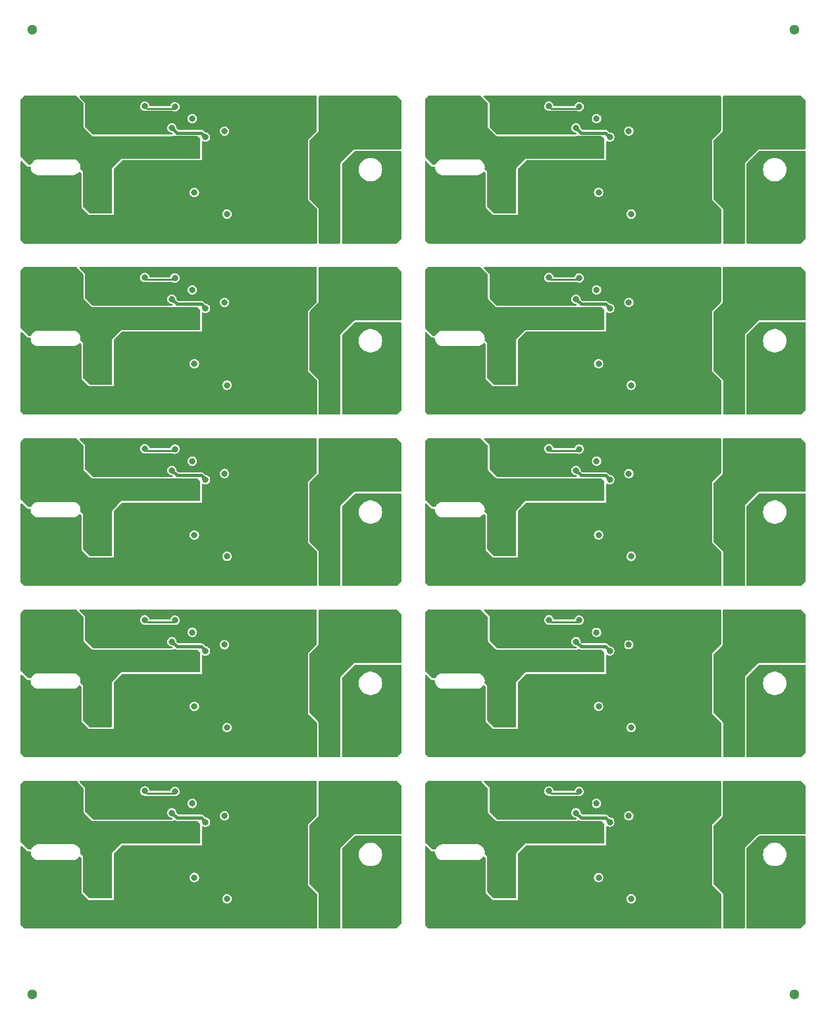
<source format=gbl>
G04 #@! TF.GenerationSoftware,KiCad,Pcbnew,8.0.5*
G04 #@! TF.CreationDate,2024-10-13T23:37:29+02:00*
G04 #@! TF.ProjectId,DCDC_converter,44434443-5f63-46f6-9e76-65727465722e,rev?*
G04 #@! TF.SameCoordinates,Original*
G04 #@! TF.FileFunction,Copper,L4,Bot*
G04 #@! TF.FilePolarity,Positive*
%FSLAX46Y46*%
G04 Gerber Fmt 4.6, Leading zero omitted, Abs format (unit mm)*
G04 Created by KiCad (PCBNEW 8.0.5) date 2024-10-13 23:37:29*
%MOMM*%
%LPD*%
G01*
G04 APERTURE LIST*
G04 #@! TA.AperFunction,ComponentPad*
%ADD10R,1.700000X1.700000*%
G04 #@! TD*
G04 #@! TA.AperFunction,ComponentPad*
%ADD11O,1.700000X1.700000*%
G04 #@! TD*
G04 #@! TA.AperFunction,ComponentPad*
%ADD12R,1.600000X1.600000*%
G04 #@! TD*
G04 #@! TA.AperFunction,ComponentPad*
%ADD13C,1.600000*%
G04 #@! TD*
G04 #@! TA.AperFunction,WasherPad*
%ADD14C,1.300000*%
G04 #@! TD*
G04 #@! TA.AperFunction,ViaPad*
%ADD15C,0.600000*%
G04 #@! TD*
G04 #@! TA.AperFunction,ViaPad*
%ADD16C,0.450000*%
G04 #@! TD*
G04 #@! TA.AperFunction,ViaPad*
%ADD17C,0.800000*%
G04 #@! TD*
G04 #@! TA.AperFunction,Conductor*
%ADD18C,0.400000*%
G04 #@! TD*
G04 #@! TA.AperFunction,Conductor*
%ADD19C,0.250000*%
G04 #@! TD*
G04 #@! TA.AperFunction,Conductor*
%ADD20C,0.300000*%
G04 #@! TD*
G04 APERTURE END LIST*
D10*
X94037500Y-108830000D03*
D11*
X96577500Y-108830000D03*
D10*
X146037500Y-64830000D03*
D11*
X148577500Y-64830000D03*
D12*
X113317500Y-152440000D03*
D13*
X115817500Y-152440000D03*
D10*
X94037500Y-98670000D03*
D11*
X96577500Y-98670000D03*
D10*
X55937500Y-89370000D03*
D11*
X53397500Y-89370000D03*
D10*
X94037500Y-152830000D03*
D11*
X96577500Y-152830000D03*
D10*
X107937500Y-67370000D03*
D11*
X105397500Y-67370000D03*
D10*
X146037500Y-98670000D03*
D11*
X148577500Y-98670000D03*
D10*
X55937500Y-155370000D03*
D11*
X53397500Y-155370000D03*
D12*
X61317500Y-86440000D03*
D13*
X63817500Y-86440000D03*
D14*
X150000000Y-42000000D03*
D10*
X55937500Y-133370000D03*
D11*
X53397500Y-133370000D03*
D10*
X107937500Y-96130000D03*
D11*
X105397500Y-96130000D03*
D12*
X61317500Y-108440000D03*
D13*
X63817500Y-108440000D03*
D10*
X107937500Y-133370000D03*
D11*
X105397500Y-133370000D03*
D10*
X94037500Y-64830000D03*
D11*
X96577500Y-64830000D03*
D10*
X94037500Y-54670000D03*
D11*
X96577500Y-54670000D03*
D10*
X107937500Y-155370000D03*
D11*
X105397500Y-155370000D03*
D14*
X52000000Y-166000000D03*
D12*
X113317500Y-108440000D03*
D13*
X115817500Y-108440000D03*
D10*
X107937500Y-89370000D03*
D11*
X105397500Y-89370000D03*
D12*
X113317500Y-64440000D03*
D13*
X115817500Y-64440000D03*
D10*
X146037500Y-108830000D03*
D11*
X148577500Y-108830000D03*
D14*
X52000000Y-42000000D03*
D10*
X146037500Y-54670000D03*
D11*
X148577500Y-54670000D03*
D10*
X146037500Y-142670000D03*
D11*
X148577500Y-142670000D03*
D12*
X61317500Y-64440000D03*
D13*
X63817500Y-64440000D03*
D12*
X61317500Y-130440000D03*
D13*
X63817500Y-130440000D03*
D10*
X107937500Y-118130000D03*
D11*
X105397500Y-118130000D03*
D10*
X107937500Y-74130000D03*
D11*
X105397500Y-74130000D03*
D10*
X55937500Y-67370000D03*
D11*
X53397500Y-67370000D03*
D10*
X146037500Y-86830000D03*
D11*
X148577500Y-86830000D03*
D12*
X61317500Y-152440000D03*
D13*
X63817500Y-152440000D03*
D10*
X94037500Y-142670000D03*
D11*
X96577500Y-142670000D03*
D10*
X55937500Y-74130000D03*
D11*
X53397500Y-74130000D03*
D12*
X113317500Y-86440000D03*
D13*
X115817500Y-86440000D03*
D14*
X150000000Y-166000000D03*
D10*
X55937500Y-118130000D03*
D11*
X53397500Y-118130000D03*
D10*
X107937500Y-52130000D03*
D11*
X105397500Y-52130000D03*
D12*
X113317500Y-130440000D03*
D13*
X115817500Y-130440000D03*
D10*
X107937500Y-111370000D03*
D11*
X105397500Y-111370000D03*
D10*
X55937500Y-140130000D03*
D11*
X53397500Y-140130000D03*
D10*
X94037500Y-86830000D03*
D11*
X96577500Y-86830000D03*
D10*
X55937500Y-52130000D03*
D11*
X53397500Y-52130000D03*
D10*
X107937500Y-140130000D03*
D11*
X105397500Y-140130000D03*
D10*
X146037500Y-76670000D03*
D11*
X148577500Y-76670000D03*
D10*
X94037500Y-120670000D03*
D11*
X96577500Y-120670000D03*
D10*
X94037500Y-130830000D03*
D11*
X96577500Y-130830000D03*
D10*
X55937500Y-111370000D03*
D11*
X53397500Y-111370000D03*
D10*
X146037500Y-130830000D03*
D11*
X148577500Y-130830000D03*
D10*
X146037500Y-152830000D03*
D11*
X148577500Y-152830000D03*
D10*
X146037500Y-120670000D03*
D11*
X148577500Y-120670000D03*
D10*
X55937500Y-96130000D03*
D11*
X53397500Y-96130000D03*
D10*
X94037500Y-76670000D03*
D11*
X96577500Y-76670000D03*
D15*
X63900000Y-76200000D03*
X80100000Y-90500000D03*
X75350000Y-156500000D03*
X126150000Y-112500000D03*
X62250000Y-134500000D03*
X67750000Y-64250000D03*
X113500000Y-54200000D03*
X75700000Y-117250000D03*
X51550000Y-61150000D03*
X98000000Y-83750000D03*
X103550000Y-61150000D03*
X150000000Y-125350000D03*
X71750000Y-156500000D03*
X71675000Y-103250000D03*
X67750000Y-108250000D03*
X144975000Y-149750000D03*
X121550000Y-150600000D03*
X104000000Y-64900000D03*
X127700000Y-73250000D03*
X71675000Y-104150000D03*
X80100000Y-112500000D03*
X51550000Y-107700000D03*
X117850000Y-112500000D03*
X120950000Y-149400000D03*
X57550000Y-85700000D03*
X81775000Y-139250000D03*
X65100000Y-53000000D03*
X63900000Y-142200000D03*
X85750000Y-90500000D03*
X70125000Y-60725000D03*
X104775000Y-62450000D03*
X76937500Y-148800000D03*
X75700000Y-51250000D03*
X52000000Y-130900000D03*
X108800000Y-152900000D03*
X118300000Y-130250000D03*
X136550000Y-66500000D03*
X71675000Y-147250000D03*
X66550000Y-127400000D03*
X84550000Y-110500000D03*
X109550000Y-129700000D03*
X65850000Y-90500000D03*
X61050000Y-134500000D03*
X56350000Y-62450000D03*
X76187500Y-127950000D03*
X120950000Y-127400000D03*
X107150000Y-129700000D03*
X131650000Y-120800000D03*
X78100000Y-117250000D03*
X70550000Y-112500000D03*
X137900000Y-142050000D03*
X137750000Y-90500000D03*
X98000000Y-127750000D03*
X137750000Y-154500000D03*
X132100000Y-112500000D03*
X127700000Y-117250000D03*
X75700000Y-95250000D03*
X98000000Y-81350000D03*
X112300000Y-53000000D03*
X62250000Y-68500000D03*
X109550000Y-127150000D03*
X144975000Y-103350000D03*
X122550000Y-68500000D03*
X74150000Y-134500000D03*
X70125000Y-126725000D03*
X56800000Y-64900000D03*
X75350000Y-90500000D03*
X68950000Y-61400000D03*
X113050000Y-156500000D03*
X119150000Y-128600000D03*
X65100000Y-119000000D03*
X136550000Y-132500000D03*
X117850000Y-156500000D03*
X71675000Y-60150000D03*
X117100000Y-53000000D03*
X115900000Y-142200000D03*
X63900000Y-120200000D03*
X61050000Y-156500000D03*
X103550000Y-149150000D03*
X107150000Y-151700000D03*
X57550000Y-107700000D03*
X52775000Y-106450000D03*
X81300000Y-88500000D03*
X105950000Y-83150000D03*
X117100000Y-141000000D03*
X84550000Y-154500000D03*
X133300000Y-112500000D03*
X81775000Y-120050000D03*
X123675000Y-103250000D03*
X70550000Y-90500000D03*
X52775000Y-128450000D03*
X144975000Y-59350000D03*
X84550000Y-156500000D03*
X117100000Y-97000000D03*
X128187500Y-149950000D03*
X61500000Y-76200000D03*
X127350000Y-90500000D03*
X133300000Y-90500000D03*
X64650000Y-68500000D03*
X127825000Y-104025000D03*
X98000000Y-105750000D03*
X51550000Y-149150000D03*
X122550000Y-112500000D03*
X132100000Y-132500000D03*
X85750000Y-134500000D03*
X67750000Y-154650000D03*
X115900000Y-120200000D03*
X119750000Y-108250000D03*
X121550000Y-84600000D03*
X69550000Y-62600000D03*
X113500000Y-117800000D03*
X85750000Y-110500000D03*
X126150000Y-156500000D03*
X92975000Y-59350000D03*
X67750000Y-66650000D03*
X123675000Y-81250000D03*
X60300000Y-53000000D03*
X114250000Y-112500000D03*
X92975000Y-147350000D03*
X71675000Y-82150000D03*
X84550000Y-68500000D03*
X133775000Y-139250000D03*
X105950000Y-105150000D03*
X118550000Y-83400000D03*
X85900000Y-117250000D03*
X115900000Y-95800000D03*
X68950000Y-105400000D03*
X118300000Y-86250000D03*
X135125000Y-140650000D03*
X81775000Y-98050000D03*
X113500000Y-51800000D03*
X75825000Y-104025000D03*
X56350000Y-84450000D03*
X132100000Y-154500000D03*
X93250000Y-156025000D03*
X76187500Y-105950000D03*
X63900000Y-51800000D03*
X85900000Y-73250000D03*
X115900000Y-139800000D03*
X132325000Y-52650000D03*
X123675000Y-59250000D03*
X64650000Y-134500000D03*
X108800000Y-108900000D03*
X53950000Y-63700000D03*
X113050000Y-68500000D03*
X107150000Y-83150000D03*
X109550000Y-85700000D03*
X104775000Y-106450000D03*
X150000000Y-59350000D03*
X130100000Y-73250000D03*
X57550000Y-61150000D03*
X132325000Y-118650000D03*
X144975000Y-61750000D03*
X53950000Y-107700000D03*
X122125000Y-148725000D03*
X75825000Y-60025000D03*
X136550000Y-154500000D03*
X52000000Y-108900000D03*
X81300000Y-66500000D03*
X128937500Y-148800000D03*
X103550000Y-85700000D03*
X119750000Y-152250000D03*
X103550000Y-83150000D03*
X62250000Y-90500000D03*
X108350000Y-84450000D03*
X118300000Y-154650000D03*
X85750000Y-132500000D03*
X80325000Y-74650000D03*
X133775000Y-54050000D03*
X107150000Y-107700000D03*
X149400000Y-134025000D03*
X145250000Y-68025000D03*
X65850000Y-134500000D03*
X68950000Y-149400000D03*
X85750000Y-112500000D03*
X104775000Y-84450000D03*
X93250000Y-90025000D03*
X66300000Y-86250000D03*
X67150000Y-128600000D03*
X117850000Y-90500000D03*
X123750000Y-112500000D03*
X79650000Y-76800000D03*
X108800000Y-86900000D03*
X63900000Y-117800000D03*
X80325000Y-118650000D03*
X56350000Y-128450000D03*
X81775000Y-51250000D03*
X66550000Y-83400000D03*
X64650000Y-156500000D03*
X137750000Y-68500000D03*
X137750000Y-132500000D03*
X105950000Y-129700000D03*
X62700000Y-141000000D03*
X51550000Y-105150000D03*
X56800000Y-130900000D03*
X98000000Y-103350000D03*
X61500000Y-98200000D03*
X113500000Y-139800000D03*
X85750000Y-68500000D03*
X61050000Y-90500000D03*
X66300000Y-110650000D03*
X107150000Y-149150000D03*
X149400000Y-90025000D03*
X127825000Y-126025000D03*
X57550000Y-151700000D03*
X81775000Y-76050000D03*
X53950000Y-127150000D03*
X135125000Y-52650000D03*
X150000000Y-105750000D03*
X55150000Y-151700000D03*
X85900000Y-142050000D03*
X108350000Y-150450000D03*
X122125000Y-104725000D03*
X117850000Y-134500000D03*
X119750000Y-132650000D03*
X128937500Y-82800000D03*
X67750000Y-152250000D03*
X92975000Y-105750000D03*
X136550000Y-110500000D03*
X52000000Y-86900000D03*
X83125000Y-140650000D03*
X57550000Y-63700000D03*
X76937500Y-126800000D03*
X119750000Y-66650000D03*
X107150000Y-61150000D03*
X119750000Y-110650000D03*
X123750000Y-68500000D03*
X108800000Y-64900000D03*
X51550000Y-129700000D03*
X133300000Y-110500000D03*
X104775000Y-150450000D03*
X137750000Y-134500000D03*
X119150000Y-150600000D03*
X85750000Y-156500000D03*
X121550000Y-128600000D03*
X79650000Y-98800000D03*
X132100000Y-68500000D03*
X81775000Y-95250000D03*
X71675000Y-59250000D03*
X52775000Y-150450000D03*
X55150000Y-105150000D03*
X144975000Y-147350000D03*
X123675000Y-147250000D03*
X113500000Y-120200000D03*
X128187500Y-105950000D03*
X66300000Y-66650000D03*
X66550000Y-149400000D03*
X85750000Y-154500000D03*
X57550000Y-149150000D03*
X150000000Y-103350000D03*
X61500000Y-117800000D03*
X55150000Y-107700000D03*
X107150000Y-105150000D03*
X79650000Y-142800000D03*
X126150000Y-90500000D03*
X68950000Y-83400000D03*
X133300000Y-88500000D03*
X65100000Y-141000000D03*
X70125000Y-148725000D03*
X83125000Y-52650000D03*
X98000000Y-147350000D03*
X76187500Y-149950000D03*
X121550000Y-106600000D03*
X52000000Y-64900000D03*
X136550000Y-112500000D03*
X116650000Y-68500000D03*
X75350000Y-134500000D03*
X104000000Y-108900000D03*
X123675000Y-126150000D03*
X109550000Y-149150000D03*
X137900000Y-95250000D03*
X55150000Y-61150000D03*
X55150000Y-85700000D03*
X117850000Y-68500000D03*
X131650000Y-98800000D03*
X119150000Y-106600000D03*
X109550000Y-83150000D03*
X123750000Y-156500000D03*
X81300000Y-156500000D03*
X53950000Y-129700000D03*
X84550000Y-112500000D03*
X79650000Y-54800000D03*
X123675000Y-60150000D03*
X85900000Y-120050000D03*
X127825000Y-60025000D03*
X71675000Y-126150000D03*
X98000000Y-59350000D03*
X127825000Y-148025000D03*
X117100000Y-119000000D03*
X132325000Y-140650000D03*
X114700000Y-97000000D03*
X92975000Y-83750000D03*
X80100000Y-88500000D03*
X132100000Y-88500000D03*
X92975000Y-81350000D03*
X118550000Y-149400000D03*
X112300000Y-141000000D03*
X53950000Y-85700000D03*
X113050000Y-90500000D03*
X128937500Y-126800000D03*
X118300000Y-152250000D03*
X116650000Y-156500000D03*
X144975000Y-125350000D03*
X98000000Y-61750000D03*
X150000000Y-127750000D03*
X113050000Y-134500000D03*
X114700000Y-75000000D03*
X137900000Y-73250000D03*
X74150000Y-156500000D03*
X120950000Y-105400000D03*
X70550000Y-134500000D03*
X103550000Y-129700000D03*
X80325000Y-96650000D03*
X116650000Y-90500000D03*
X112300000Y-119000000D03*
X150000000Y-83750000D03*
X56350000Y-106450000D03*
X76937500Y-104800000D03*
X70550000Y-156500000D03*
X71750000Y-134500000D03*
X62700000Y-53000000D03*
X81300000Y-132500000D03*
X114250000Y-134500000D03*
X65100000Y-75000000D03*
X130100000Y-139250000D03*
X126150000Y-134500000D03*
X84550000Y-88500000D03*
X71750000Y-68500000D03*
X76187500Y-83950000D03*
X93250000Y-68025000D03*
X81300000Y-90500000D03*
X133300000Y-156500000D03*
X136550000Y-134500000D03*
X67750000Y-88650000D03*
X85750000Y-88500000D03*
X66300000Y-88650000D03*
X118550000Y-105400000D03*
X66300000Y-152250000D03*
X114700000Y-119000000D03*
X137900000Y-98050000D03*
X60300000Y-97000000D03*
X137750000Y-112500000D03*
X81775000Y-142050000D03*
X150000000Y-149750000D03*
X133775000Y-76050000D03*
X132100000Y-90500000D03*
X61500000Y-73800000D03*
X132100000Y-110500000D03*
X133775000Y-120050000D03*
X62700000Y-119000000D03*
X81775000Y-54050000D03*
X120950000Y-83400000D03*
X61500000Y-51800000D03*
X118300000Y-64250000D03*
X119750000Y-64250000D03*
X103550000Y-105150000D03*
X63900000Y-139800000D03*
X97400000Y-134025000D03*
X119750000Y-130250000D03*
X117100000Y-75000000D03*
X80325000Y-140650000D03*
X61500000Y-142200000D03*
X104775000Y-128450000D03*
X80100000Y-156500000D03*
X52775000Y-84450000D03*
X137900000Y-117250000D03*
X137750000Y-156500000D03*
X135125000Y-96650000D03*
X116650000Y-112500000D03*
X56800000Y-108900000D03*
X107150000Y-127150000D03*
X64650000Y-112500000D03*
X65850000Y-68500000D03*
X84550000Y-134500000D03*
X97400000Y-90025000D03*
X52000000Y-152900000D03*
X85750000Y-66500000D03*
X67750000Y-132650000D03*
X109550000Y-63700000D03*
X83125000Y-96650000D03*
X118300000Y-132650000D03*
X105950000Y-149150000D03*
X98000000Y-149750000D03*
X105950000Y-63700000D03*
X52775000Y-62450000D03*
X132325000Y-96650000D03*
X123675000Y-148150000D03*
X76937500Y-60800000D03*
X81300000Y-112500000D03*
X93250000Y-134025000D03*
X136550000Y-90500000D03*
X67150000Y-150600000D03*
X78100000Y-73250000D03*
X53950000Y-151700000D03*
X66300000Y-130250000D03*
X145250000Y-112025000D03*
X69550000Y-128600000D03*
X51550000Y-151700000D03*
X61500000Y-54200000D03*
X75700000Y-139250000D03*
X78100000Y-95250000D03*
X92975000Y-127750000D03*
X63900000Y-54200000D03*
X127350000Y-156500000D03*
X113500000Y-98200000D03*
X122550000Y-156500000D03*
X71750000Y-112500000D03*
X67150000Y-106600000D03*
X55150000Y-83150000D03*
X57550000Y-83150000D03*
X108350000Y-106450000D03*
X145250000Y-134025000D03*
X62700000Y-97000000D03*
X55150000Y-149150000D03*
X55150000Y-127150000D03*
X66300000Y-108250000D03*
X123675000Y-125250000D03*
X80325000Y-52650000D03*
X75825000Y-82025000D03*
X65100000Y-97000000D03*
X144975000Y-83750000D03*
X63900000Y-73800000D03*
X53950000Y-149150000D03*
X69550000Y-84600000D03*
X131650000Y-54800000D03*
X60300000Y-141000000D03*
X56800000Y-86900000D03*
X131650000Y-142800000D03*
X60300000Y-119000000D03*
X84550000Y-66500000D03*
X70125000Y-82725000D03*
X85900000Y-98050000D03*
X122125000Y-60725000D03*
X115900000Y-51800000D03*
X132325000Y-74650000D03*
X60300000Y-75000000D03*
X149400000Y-156025000D03*
X112300000Y-75000000D03*
X84550000Y-90500000D03*
X119750000Y-154650000D03*
X118300000Y-110650000D03*
X70125000Y-104725000D03*
X145250000Y-90025000D03*
X80100000Y-134500000D03*
X61500000Y-120200000D03*
X81300000Y-110500000D03*
X51550000Y-85700000D03*
X144975000Y-127750000D03*
X144975000Y-81350000D03*
X81300000Y-154500000D03*
X80100000Y-154500000D03*
X119750000Y-88650000D03*
X133775000Y-73250000D03*
X66550000Y-61400000D03*
X66300000Y-154650000D03*
X105950000Y-151700000D03*
X61500000Y-139800000D03*
X126150000Y-68500000D03*
X51550000Y-127150000D03*
X114700000Y-53000000D03*
X144975000Y-105750000D03*
X122550000Y-90500000D03*
X62250000Y-156500000D03*
X113500000Y-95800000D03*
X97400000Y-156025000D03*
X128937500Y-104800000D03*
X92975000Y-103350000D03*
X83125000Y-118650000D03*
X145250000Y-156025000D03*
X149400000Y-112025000D03*
X137900000Y-54050000D03*
X127350000Y-134500000D03*
X67750000Y-86250000D03*
X123675000Y-82150000D03*
X127700000Y-139250000D03*
X137750000Y-110500000D03*
X68950000Y-127400000D03*
X136550000Y-156500000D03*
X113050000Y-112500000D03*
X103550000Y-151700000D03*
X97400000Y-68025000D03*
X61050000Y-112500000D03*
X132100000Y-66500000D03*
X55150000Y-129700000D03*
X109550000Y-105150000D03*
X69550000Y-150600000D03*
X130100000Y-95250000D03*
X113500000Y-73800000D03*
X51550000Y-83150000D03*
X104000000Y-86900000D03*
X115900000Y-117800000D03*
X71675000Y-148150000D03*
X62700000Y-75000000D03*
X150000000Y-61750000D03*
X75350000Y-112500000D03*
X97400000Y-112025000D03*
X115900000Y-98200000D03*
X67150000Y-62600000D03*
X76187500Y-61950000D03*
X135125000Y-74650000D03*
X118550000Y-61400000D03*
X56800000Y-152900000D03*
X83125000Y-74650000D03*
X62250000Y-112500000D03*
X63900000Y-98200000D03*
X93250000Y-112025000D03*
X108350000Y-62450000D03*
X85900000Y-54050000D03*
X115900000Y-76200000D03*
X131650000Y-76800000D03*
X122125000Y-82725000D03*
X107150000Y-63700000D03*
X127350000Y-112500000D03*
X56350000Y-150450000D03*
X104000000Y-152900000D03*
X133300000Y-154500000D03*
X127700000Y-51250000D03*
X137900000Y-139250000D03*
X118300000Y-88650000D03*
X127825000Y-82025000D03*
X119150000Y-84600000D03*
X51550000Y-63700000D03*
X128187500Y-61950000D03*
X137750000Y-88500000D03*
X81300000Y-134500000D03*
X81775000Y-73250000D03*
X136550000Y-68500000D03*
X61500000Y-95800000D03*
X109550000Y-107700000D03*
X107150000Y-85700000D03*
X114250000Y-68500000D03*
X132100000Y-134500000D03*
X136550000Y-88500000D03*
X113500000Y-142200000D03*
X76937500Y-82800000D03*
X71675000Y-125250000D03*
X103550000Y-127150000D03*
X105950000Y-127150000D03*
X66300000Y-64250000D03*
X137900000Y-120050000D03*
X116650000Y-134500000D03*
X84550000Y-132500000D03*
X71750000Y-90500000D03*
X66550000Y-105400000D03*
X128187500Y-83950000D03*
X109550000Y-61150000D03*
X74150000Y-90500000D03*
X133300000Y-132500000D03*
X66300000Y-132650000D03*
X85900000Y-51250000D03*
X133775000Y-95250000D03*
X118300000Y-66650000D03*
X133775000Y-51250000D03*
X81775000Y-117250000D03*
X123750000Y-90500000D03*
X64650000Y-90500000D03*
X75825000Y-148025000D03*
X78100000Y-139250000D03*
X133775000Y-117250000D03*
X132100000Y-156500000D03*
X67150000Y-84600000D03*
X133775000Y-142050000D03*
X114700000Y-141000000D03*
X79650000Y-120800000D03*
X69550000Y-106600000D03*
X123675000Y-104150000D03*
X75825000Y-126025000D03*
X109550000Y-151700000D03*
X123750000Y-134500000D03*
X85900000Y-95250000D03*
X74150000Y-112500000D03*
X67750000Y-110650000D03*
X130100000Y-51250000D03*
X137900000Y-76050000D03*
X57550000Y-105150000D03*
X108800000Y-130900000D03*
X103550000Y-63700000D03*
X104000000Y-130900000D03*
X74150000Y-68500000D03*
X115900000Y-54200000D03*
X63900000Y-95800000D03*
X53950000Y-105150000D03*
X120950000Y-61400000D03*
X103550000Y-107700000D03*
X80100000Y-132500000D03*
X65850000Y-112500000D03*
X133300000Y-66500000D03*
X112300000Y-97000000D03*
X118300000Y-108250000D03*
X122550000Y-134500000D03*
X127350000Y-68500000D03*
X67750000Y-130250000D03*
X133300000Y-134500000D03*
X150000000Y-147350000D03*
X128937500Y-60800000D03*
X108350000Y-128450000D03*
X137750000Y-66500000D03*
X113500000Y-76200000D03*
X98000000Y-125350000D03*
X85900000Y-139250000D03*
X115900000Y-73800000D03*
X105950000Y-107700000D03*
X105950000Y-61150000D03*
X135125000Y-118650000D03*
X53950000Y-61150000D03*
X53950000Y-83150000D03*
X127700000Y-95250000D03*
X149400000Y-68025000D03*
X80100000Y-66500000D03*
X150000000Y-81350000D03*
X75700000Y-73250000D03*
X122125000Y-126725000D03*
X92975000Y-149750000D03*
X114250000Y-156500000D03*
X105950000Y-85700000D03*
X114250000Y-90500000D03*
X81300000Y-68500000D03*
X119150000Y-62600000D03*
X57550000Y-129700000D03*
X121550000Y-62600000D03*
X130100000Y-117250000D03*
X118550000Y-127400000D03*
X80100000Y-110500000D03*
X57550000Y-127150000D03*
X128187500Y-127950000D03*
X78100000Y-51250000D03*
X55150000Y-63700000D03*
X61050000Y-68500000D03*
X70550000Y-68500000D03*
X65850000Y-156500000D03*
X92975000Y-125350000D03*
X71675000Y-81250000D03*
X85900000Y-76050000D03*
X80100000Y-68500000D03*
X119750000Y-86250000D03*
X137900000Y-51250000D03*
X133300000Y-68500000D03*
X133775000Y-98050000D03*
X92975000Y-61750000D03*
X75350000Y-68500000D03*
X119700000Y-78900000D03*
X111800000Y-84450000D03*
X116700000Y-144150000D03*
X53400000Y-121175000D03*
X111800000Y-128450000D03*
X59800000Y-63650000D03*
X66500000Y-122900000D03*
X68300000Y-78150000D03*
X109000000Y-101800000D03*
X58200000Y-145800000D03*
X118500000Y-78900000D03*
X53400000Y-79800000D03*
X67100000Y-144150000D03*
X66500000Y-100900000D03*
X54600000Y-122600000D03*
X60400000Y-56850000D03*
X61000000Y-61250000D03*
X71350000Y-78900000D03*
X65850000Y-102300000D03*
X117300000Y-122900000D03*
X117900000Y-144150000D03*
X111800000Y-85650000D03*
X112400000Y-124550000D03*
X58200000Y-143175000D03*
X107800000Y-78600000D03*
X59800000Y-152850000D03*
D16*
X124575000Y-124125000D03*
D15*
X59800000Y-85650000D03*
X123350000Y-100900000D03*
X119700000Y-100900000D03*
X117900000Y-122150000D03*
X71650000Y-57850000D03*
X61000000Y-128450000D03*
X106600000Y-100600000D03*
X123650000Y-79850000D03*
X117850000Y-58300000D03*
X106600000Y-122600000D03*
X109000000Y-77175000D03*
X109000000Y-123800000D03*
X121700000Y-58300000D03*
X65900000Y-78150000D03*
X109000000Y-145800000D03*
X123650000Y-57850000D03*
X117300000Y-56900000D03*
X123650000Y-101850000D03*
X123350000Y-122900000D03*
X52200000Y-55175000D03*
X59800000Y-84450000D03*
X111800000Y-63650000D03*
X55800000Y-144600000D03*
X118500000Y-100900000D03*
X65850000Y-80300000D03*
X69700000Y-58300000D03*
X104200000Y-99175000D03*
X67800000Y-124300000D03*
X104200000Y-79800000D03*
X107800000Y-144600000D03*
X117850000Y-80300000D03*
X111800000Y-60050000D03*
X123650000Y-145850000D03*
X114000000Y-57650000D03*
X122800000Y-78150000D03*
X65900000Y-56150000D03*
X111800000Y-126050000D03*
X68300000Y-144150000D03*
X69700000Y-80300000D03*
X54600000Y-144600000D03*
D16*
X73300000Y-146125000D03*
D15*
X68900000Y-144900000D03*
X65300000Y-78900000D03*
X121500000Y-78150000D03*
X61000000Y-83250000D03*
X53400000Y-123800000D03*
X62000000Y-79650000D03*
X65900000Y-122150000D03*
D16*
X72575000Y-80125000D03*
D15*
X59800000Y-151650000D03*
X111800000Y-150450000D03*
X117300000Y-144900000D03*
D16*
X125300000Y-102125000D03*
D15*
X112400000Y-144850000D03*
X59800000Y-82050000D03*
X60400000Y-146550000D03*
X69500000Y-56150000D03*
X107800000Y-100600000D03*
X67700000Y-100900000D03*
X123350000Y-144900000D03*
X64700000Y-78150000D03*
X123650000Y-123850000D03*
X68900000Y-56900000D03*
X109000000Y-121175000D03*
X111800000Y-151650000D03*
X67800000Y-58300000D03*
X114000000Y-101650000D03*
X70800000Y-100150000D03*
X105400000Y-123800000D03*
X113000000Y-105250000D03*
X70100000Y-56900000D03*
X106600000Y-56600000D03*
X60400000Y-144850000D03*
X71650000Y-101850000D03*
X112400000Y-102550000D03*
X119100000Y-144150000D03*
X59800000Y-130850000D03*
X60400000Y-58550000D03*
X59800000Y-106450000D03*
X59800000Y-104050000D03*
X67100000Y-56150000D03*
X113000000Y-149250000D03*
X120300000Y-122150000D03*
X57000000Y-101800000D03*
X60400000Y-122850000D03*
X117850000Y-102300000D03*
X53400000Y-57800000D03*
D16*
X125300000Y-146125000D03*
D15*
X58200000Y-55175000D03*
X104200000Y-145800000D03*
X116700000Y-100150000D03*
D16*
X124575000Y-102125000D03*
X124575000Y-146125000D03*
D15*
X117300000Y-78900000D03*
X59800000Y-108850000D03*
X66500000Y-144900000D03*
X65300000Y-122900000D03*
X57000000Y-123800000D03*
X111800000Y-130850000D03*
X53400000Y-145800000D03*
X52200000Y-123800000D03*
X119800000Y-80300000D03*
X55800000Y-122600000D03*
X119800000Y-58300000D03*
X105400000Y-57800000D03*
X104200000Y-101800000D03*
X104200000Y-123800000D03*
X68900000Y-100900000D03*
X58200000Y-123800000D03*
X122800000Y-100150000D03*
X109000000Y-79800000D03*
X54600000Y-78600000D03*
X114000000Y-123650000D03*
X52200000Y-99175000D03*
X119800000Y-124300000D03*
X69500000Y-144150000D03*
X114000000Y-145650000D03*
X120900000Y-144900000D03*
X60400000Y-100850000D03*
X65900000Y-144150000D03*
X109000000Y-57800000D03*
X111800000Y-108850000D03*
X120300000Y-78150000D03*
X69700000Y-146300000D03*
X104200000Y-57800000D03*
X57000000Y-55175000D03*
X60400000Y-80550000D03*
X57000000Y-57800000D03*
X113000000Y-62450000D03*
X111800000Y-152850000D03*
X59800000Y-150450000D03*
X105400000Y-77175000D03*
X110200000Y-101800000D03*
X110200000Y-79800000D03*
X110200000Y-99175000D03*
X120900000Y-100900000D03*
X55800000Y-100600000D03*
X67800000Y-102300000D03*
D16*
X125300000Y-80125000D03*
D15*
X71350000Y-56900000D03*
X122100000Y-56900000D03*
X55800000Y-78600000D03*
X112400000Y-100850000D03*
X112400000Y-122850000D03*
X106600000Y-78600000D03*
X119700000Y-122900000D03*
X104200000Y-121175000D03*
X70800000Y-122150000D03*
X111800000Y-148050000D03*
X111800000Y-104050000D03*
X59800000Y-126050000D03*
X67700000Y-56900000D03*
X58200000Y-77175000D03*
X110200000Y-143175000D03*
X57000000Y-145800000D03*
X70100000Y-122900000D03*
X122800000Y-56150000D03*
X112400000Y-56850000D03*
X70800000Y-144150000D03*
X114000000Y-79650000D03*
X113000000Y-84450000D03*
X109000000Y-143175000D03*
X111800000Y-106450000D03*
D16*
X124575000Y-58125000D03*
D15*
X59800000Y-148050000D03*
X59800000Y-129650000D03*
D16*
X124575000Y-80125000D03*
D15*
X58200000Y-79800000D03*
X52200000Y-77175000D03*
X105400000Y-143175000D03*
X70100000Y-100900000D03*
X64700000Y-144150000D03*
X65850000Y-146300000D03*
X59800000Y-107650000D03*
X70100000Y-78900000D03*
X69500000Y-100150000D03*
X62000000Y-145650000D03*
X67100000Y-122150000D03*
X54600000Y-100600000D03*
X53400000Y-99175000D03*
D16*
X125300000Y-124125000D03*
D15*
X58200000Y-101800000D03*
X62000000Y-101650000D03*
X61000000Y-105250000D03*
X68300000Y-100150000D03*
X65300000Y-56900000D03*
X119700000Y-144900000D03*
X117850000Y-124300000D03*
X61000000Y-149250000D03*
X67100000Y-78150000D03*
X117900000Y-56150000D03*
X104200000Y-55175000D03*
X119100000Y-78150000D03*
X69700000Y-102300000D03*
X123350000Y-56900000D03*
X121700000Y-102300000D03*
X121700000Y-146300000D03*
X67700000Y-122900000D03*
X105400000Y-99175000D03*
X69500000Y-122150000D03*
X68900000Y-122900000D03*
X71650000Y-79850000D03*
X111800000Y-64850000D03*
D16*
X73300000Y-58125000D03*
D15*
X52200000Y-57800000D03*
X113000000Y-83250000D03*
X122800000Y-122150000D03*
X118500000Y-144900000D03*
D16*
X72575000Y-102125000D03*
D15*
X121500000Y-122150000D03*
X120300000Y-100150000D03*
X104200000Y-77175000D03*
X57000000Y-77175000D03*
X122100000Y-122900000D03*
X68300000Y-56150000D03*
X107800000Y-56600000D03*
X119100000Y-100150000D03*
X52200000Y-79800000D03*
X69700000Y-124300000D03*
X57000000Y-121175000D03*
X111800000Y-107650000D03*
D16*
X73300000Y-80125000D03*
D15*
X71650000Y-145850000D03*
X68900000Y-78900000D03*
X121500000Y-56150000D03*
X70800000Y-56150000D03*
X110200000Y-121175000D03*
X59800000Y-62450000D03*
X106600000Y-144600000D03*
X109000000Y-99175000D03*
X53400000Y-77175000D03*
X60400000Y-102550000D03*
X58200000Y-57800000D03*
X53400000Y-55175000D03*
X69500000Y-78150000D03*
X109000000Y-55175000D03*
X111800000Y-129650000D03*
X113000000Y-128450000D03*
X64700000Y-56150000D03*
X117900000Y-100150000D03*
X121500000Y-144150000D03*
X121500000Y-100150000D03*
X119800000Y-102300000D03*
X120900000Y-78900000D03*
D16*
X72575000Y-146125000D03*
D15*
X111800000Y-62450000D03*
X116700000Y-122150000D03*
X111800000Y-82050000D03*
X66500000Y-78900000D03*
X119100000Y-56150000D03*
X68300000Y-122150000D03*
X52200000Y-101800000D03*
X113000000Y-61250000D03*
X71350000Y-100900000D03*
X113000000Y-127250000D03*
X71350000Y-144900000D03*
X70800000Y-78150000D03*
X59800000Y-86850000D03*
X70100000Y-144900000D03*
X65300000Y-100900000D03*
D16*
X125300000Y-58125000D03*
D15*
X58200000Y-99175000D03*
X110200000Y-57800000D03*
X64700000Y-122150000D03*
X59800000Y-128450000D03*
D16*
X73300000Y-124125000D03*
D15*
X123350000Y-78900000D03*
X118500000Y-122900000D03*
X58200000Y-121175000D03*
X112400000Y-58550000D03*
D16*
X72575000Y-124125000D03*
X73300000Y-102125000D03*
D15*
X118500000Y-56900000D03*
X105400000Y-79800000D03*
X65850000Y-58300000D03*
X116700000Y-78150000D03*
X54600000Y-56600000D03*
X111800000Y-86850000D03*
X119700000Y-56900000D03*
X105400000Y-55175000D03*
X122800000Y-144150000D03*
X67800000Y-80300000D03*
X120900000Y-56900000D03*
X53400000Y-101800000D03*
X62000000Y-123650000D03*
X57000000Y-99175000D03*
X112400000Y-146550000D03*
X122100000Y-144900000D03*
X107800000Y-122600000D03*
X71650000Y-123850000D03*
X105400000Y-145800000D03*
X65900000Y-100150000D03*
X104200000Y-143175000D03*
X112400000Y-80550000D03*
X71350000Y-122900000D03*
X117300000Y-100900000D03*
X120300000Y-56150000D03*
X117850000Y-146300000D03*
X64700000Y-100150000D03*
X65850000Y-124300000D03*
X67700000Y-78900000D03*
X120300000Y-144150000D03*
X119800000Y-146300000D03*
X62000000Y-57650000D03*
X105400000Y-101800000D03*
X119100000Y-122150000D03*
X67800000Y-146300000D03*
X53400000Y-143175000D03*
X66500000Y-56900000D03*
X67700000Y-144900000D03*
X122100000Y-78900000D03*
X60400000Y-78850000D03*
X57000000Y-143175000D03*
X67100000Y-100150000D03*
X52200000Y-121175000D03*
X122100000Y-100900000D03*
X121700000Y-80300000D03*
X112400000Y-78850000D03*
X113000000Y-150450000D03*
X61000000Y-84450000D03*
D16*
X72575000Y-58125000D03*
D15*
X110200000Y-145800000D03*
X59800000Y-60050000D03*
X59800000Y-64850000D03*
X110200000Y-123800000D03*
X113000000Y-106450000D03*
X121700000Y-124300000D03*
X57000000Y-79800000D03*
X120900000Y-122900000D03*
X110200000Y-77175000D03*
X110200000Y-55175000D03*
X117900000Y-78150000D03*
X52200000Y-143175000D03*
X61000000Y-106450000D03*
X61000000Y-62450000D03*
X116700000Y-56150000D03*
X60400000Y-124550000D03*
X55800000Y-56600000D03*
X105400000Y-121175000D03*
X61000000Y-127250000D03*
X65300000Y-144900000D03*
X61000000Y-150450000D03*
X52200000Y-145800000D03*
D17*
X121950000Y-76650000D03*
X126287500Y-143837500D03*
X126287500Y-121837500D03*
X69950000Y-98650000D03*
X126287500Y-77837500D03*
X69950000Y-54650000D03*
X121950000Y-142650000D03*
X69950000Y-76650000D03*
X74287500Y-143837500D03*
X126287500Y-55837500D03*
X74287500Y-121837500D03*
X74287500Y-99837500D03*
X69950000Y-142650000D03*
X121950000Y-98650000D03*
X126287500Y-99837500D03*
X74287500Y-77837500D03*
X74287500Y-55837500D03*
X121950000Y-120650000D03*
X69950000Y-120650000D03*
X121950000Y-54650000D03*
X72850000Y-84950000D03*
X72587500Y-97450000D03*
X128737500Y-55050000D03*
X72850000Y-62950000D03*
X76737500Y-121050000D03*
X128737500Y-143050000D03*
X124850000Y-128950000D03*
X124587500Y-53450000D03*
X72587500Y-75450000D03*
X128737500Y-121050000D03*
X76737500Y-77050000D03*
X72850000Y-150950000D03*
X72587500Y-141450000D03*
X124850000Y-62950000D03*
X124850000Y-106950000D03*
X128737500Y-77050000D03*
X124587500Y-97450000D03*
X72850000Y-128950000D03*
X72587500Y-53450000D03*
X124850000Y-84950000D03*
X124587500Y-75450000D03*
X72850000Y-106950000D03*
X72587500Y-119450000D03*
X128737500Y-99050000D03*
X124850000Y-150950000D03*
X76737500Y-55050000D03*
X124587500Y-119450000D03*
X76737500Y-143050000D03*
X124587500Y-141450000D03*
X76737500Y-99050000D03*
X77037500Y-131700000D03*
D15*
X144075000Y-101250000D03*
D17*
X90650000Y-89500000D03*
X129037500Y-153700000D03*
D15*
X141550000Y-152925000D03*
X90925000Y-152925000D03*
D17*
X142650000Y-155500000D03*
D15*
X142925000Y-64925000D03*
X150700000Y-144650000D03*
X98700000Y-100650000D03*
X90925000Y-108925000D03*
X94750000Y-117750000D03*
X94750000Y-73750000D03*
X98700000Y-56650000D03*
D17*
X77037500Y-153700000D03*
D15*
X150700000Y-122650000D03*
X147950000Y-117750000D03*
X147950000Y-95750000D03*
X95950000Y-117750000D03*
X94750000Y-139750000D03*
X89550000Y-108925000D03*
X91450000Y-75900000D03*
D17*
X142650000Y-89500000D03*
D15*
X89550000Y-130925000D03*
X92575000Y-73750000D03*
X89550000Y-86925000D03*
X144575000Y-117750000D03*
X92075000Y-145250000D03*
X146750000Y-139750000D03*
X95950000Y-51750000D03*
X98700000Y-78650000D03*
D17*
X129037500Y-131700000D03*
D15*
X142925000Y-152925000D03*
X91450000Y-53900000D03*
X141550000Y-64925000D03*
X141550000Y-108925000D03*
X92575000Y-95750000D03*
X95950000Y-139750000D03*
D17*
X90650000Y-155500000D03*
D15*
X143450000Y-97900000D03*
X143450000Y-119900000D03*
X144075000Y-145250000D03*
D17*
X129037500Y-87700000D03*
D15*
X150700000Y-78650000D03*
X147950000Y-73750000D03*
X92575000Y-139750000D03*
X144575000Y-73750000D03*
X91450000Y-97900000D03*
X147950000Y-139750000D03*
X92075000Y-101250000D03*
X146750000Y-51750000D03*
X94750000Y-95750000D03*
D17*
X129037500Y-109700000D03*
X90650000Y-133500000D03*
X77037500Y-87700000D03*
D15*
X92075000Y-79250000D03*
X141550000Y-130925000D03*
X146750000Y-95750000D03*
X143450000Y-53900000D03*
X144075000Y-123250000D03*
X92075000Y-57250000D03*
X146750000Y-73750000D03*
D17*
X77037500Y-65700000D03*
X142650000Y-67500000D03*
D15*
X144575000Y-139750000D03*
X89550000Y-64925000D03*
X90925000Y-130925000D03*
X91450000Y-119900000D03*
X146750000Y-117750000D03*
X150700000Y-56650000D03*
X150700000Y-100650000D03*
X144575000Y-51750000D03*
X98700000Y-144650000D03*
X90925000Y-86925000D03*
D17*
X77037500Y-109700000D03*
D15*
X144075000Y-57250000D03*
X142925000Y-130925000D03*
D17*
X142650000Y-133500000D03*
D15*
X95950000Y-73750000D03*
X92075000Y-123250000D03*
X94750000Y-51750000D03*
D17*
X142650000Y-111500000D03*
D15*
X92575000Y-117750000D03*
X89550000Y-152925000D03*
X143450000Y-141900000D03*
D17*
X129037500Y-65700000D03*
D15*
X141550000Y-86925000D03*
X92575000Y-51750000D03*
X144075000Y-79250000D03*
X142925000Y-86925000D03*
X144575000Y-95750000D03*
X91450000Y-141900000D03*
D17*
X90650000Y-111500000D03*
D15*
X142925000Y-108925000D03*
X98700000Y-122650000D03*
X147950000Y-51750000D03*
X95950000Y-95750000D03*
X90925000Y-64925000D03*
D17*
X90650000Y-67500000D03*
D15*
X143450000Y-75900000D03*
D17*
X122337500Y-73912500D03*
X118450000Y-117850000D03*
X66450000Y-139850000D03*
X122337500Y-117912500D03*
X70337500Y-139912500D03*
X70337500Y-51912500D03*
X122337500Y-51912500D03*
X66450000Y-73850000D03*
X118450000Y-51850000D03*
X66450000Y-95850000D03*
X118450000Y-73850000D03*
X66450000Y-51850000D03*
X70337500Y-117912500D03*
X122337500Y-139912500D03*
X118450000Y-139850000D03*
X70337500Y-95912500D03*
X66450000Y-117850000D03*
X118450000Y-95850000D03*
X70337500Y-73912500D03*
X122337500Y-95912500D03*
D18*
X125730000Y-77280000D02*
X122580000Y-77280000D01*
X122580000Y-121280000D02*
X121950000Y-120650000D01*
X70580000Y-55280000D02*
X69950000Y-54650000D01*
X122580000Y-99280000D02*
X121950000Y-98650000D01*
X126287500Y-77837500D02*
X125730000Y-77280000D01*
X70580000Y-77280000D02*
X69950000Y-76650000D01*
X73730000Y-143280000D02*
X70580000Y-143280000D01*
X125730000Y-121280000D02*
X122580000Y-121280000D01*
X125730000Y-55280000D02*
X122580000Y-55280000D01*
X125730000Y-143280000D02*
X122580000Y-143280000D01*
X126287500Y-55837500D02*
X125730000Y-55280000D01*
X125730000Y-99280000D02*
X122580000Y-99280000D01*
X74287500Y-77837500D02*
X73730000Y-77280000D01*
X74287500Y-99837500D02*
X73730000Y-99280000D01*
X122580000Y-77280000D02*
X121950000Y-76650000D01*
X122580000Y-143280000D02*
X121950000Y-142650000D01*
X126287500Y-143837500D02*
X125730000Y-143280000D01*
X126287500Y-121837500D02*
X125730000Y-121280000D01*
X73730000Y-55280000D02*
X70580000Y-55280000D01*
X122580000Y-55280000D02*
X121950000Y-54650000D01*
X126287500Y-99837500D02*
X125730000Y-99280000D01*
X70580000Y-121280000D02*
X69950000Y-120650000D01*
X73730000Y-77280000D02*
X70580000Y-77280000D01*
X70580000Y-99280000D02*
X69950000Y-98650000D01*
X74287500Y-143837500D02*
X73730000Y-143280000D01*
X73730000Y-99280000D02*
X70580000Y-99280000D01*
X74287500Y-121837500D02*
X73730000Y-121280000D01*
X70580000Y-143280000D02*
X69950000Y-142650000D01*
X74287500Y-55837500D02*
X73730000Y-55280000D01*
X73730000Y-121280000D02*
X70580000Y-121280000D01*
D19*
X70100000Y-52150000D02*
X66750000Y-52150000D01*
X122337500Y-51912500D02*
X122100000Y-52150000D01*
D20*
X66600000Y-74000000D02*
X66450000Y-73850000D01*
X118600000Y-118000000D02*
X118450000Y-117850000D01*
D19*
X118750000Y-52150000D02*
X118600000Y-52000000D01*
X70337500Y-117912500D02*
X70100000Y-118150000D01*
X118750000Y-96150000D02*
X118600000Y-96000000D01*
X122100000Y-52150000D02*
X118750000Y-52150000D01*
X122100000Y-74150000D02*
X118750000Y-74150000D01*
X70337500Y-139912500D02*
X70100000Y-140150000D01*
X122337500Y-139912500D02*
X122100000Y-140150000D01*
X118750000Y-118150000D02*
X118600000Y-118000000D01*
X122100000Y-118150000D02*
X118750000Y-118150000D01*
X70100000Y-140150000D02*
X66750000Y-140150000D01*
X66750000Y-140150000D02*
X66600000Y-140000000D01*
X118750000Y-140150000D02*
X118600000Y-140000000D01*
X66750000Y-52150000D02*
X66600000Y-52000000D01*
X70337500Y-51912500D02*
X70100000Y-52150000D01*
X122100000Y-96150000D02*
X118750000Y-96150000D01*
X70337500Y-95912500D02*
X70100000Y-96150000D01*
D20*
X118600000Y-96000000D02*
X118450000Y-95850000D01*
X66600000Y-52000000D02*
X66450000Y-51850000D01*
D19*
X122337500Y-73912500D02*
X122100000Y-74150000D01*
X122337500Y-95912500D02*
X122100000Y-96150000D01*
X70100000Y-74150000D02*
X66750000Y-74150000D01*
X70100000Y-118150000D02*
X66750000Y-118150000D01*
X66750000Y-74150000D02*
X66600000Y-74000000D01*
X118750000Y-74150000D02*
X118600000Y-74000000D01*
D20*
X118600000Y-52000000D02*
X118450000Y-51850000D01*
X66600000Y-96000000D02*
X66450000Y-95850000D01*
D19*
X66750000Y-118150000D02*
X66600000Y-118000000D01*
D20*
X66600000Y-118000000D02*
X66450000Y-117850000D01*
X66600000Y-140000000D02*
X66450000Y-139850000D01*
D19*
X70100000Y-96150000D02*
X66750000Y-96150000D01*
X122337500Y-117912500D02*
X122100000Y-118150000D01*
D20*
X118600000Y-140000000D02*
X118450000Y-139850000D01*
D19*
X70337500Y-73912500D02*
X70100000Y-74150000D01*
X66750000Y-96150000D02*
X66600000Y-96000000D01*
D20*
X118600000Y-74000000D02*
X118450000Y-73850000D01*
D19*
X122100000Y-140150000D02*
X118750000Y-140150000D01*
G04 #@! TA.AperFunction,Conductor*
G36*
X99442539Y-101619685D02*
G01*
X99488294Y-101672489D01*
X99499500Y-101724000D01*
X99499500Y-112799138D01*
X99479815Y-112866177D01*
X99463181Y-112886819D01*
X98886819Y-113463181D01*
X98825496Y-113496666D01*
X98799138Y-113499500D01*
X91974000Y-113499500D01*
X91906961Y-113479815D01*
X91861206Y-113427011D01*
X91850000Y-113375500D01*
X91850000Y-103999994D01*
X93994357Y-103999994D01*
X93994357Y-104000005D01*
X94014890Y-104247812D01*
X94014892Y-104247824D01*
X94075936Y-104488881D01*
X94175826Y-104716606D01*
X94311833Y-104924782D01*
X94311836Y-104924785D01*
X94480256Y-105107738D01*
X94676491Y-105260474D01*
X94895190Y-105378828D01*
X95130386Y-105459571D01*
X95375665Y-105500500D01*
X95624335Y-105500500D01*
X95869614Y-105459571D01*
X96104810Y-105378828D01*
X96323509Y-105260474D01*
X96519744Y-105107738D01*
X96688164Y-104924785D01*
X96824173Y-104716607D01*
X96924063Y-104488881D01*
X96985108Y-104247821D01*
X96985109Y-104247812D01*
X97005643Y-104000005D01*
X97005643Y-103999994D01*
X96985109Y-103752187D01*
X96985107Y-103752175D01*
X96924063Y-103511118D01*
X96824173Y-103283393D01*
X96688166Y-103075217D01*
X96666557Y-103051744D01*
X96519744Y-102892262D01*
X96323509Y-102739526D01*
X96323507Y-102739525D01*
X96323506Y-102739524D01*
X96104811Y-102621172D01*
X96104802Y-102621169D01*
X95869616Y-102540429D01*
X95624335Y-102499500D01*
X95375665Y-102499500D01*
X95130383Y-102540429D01*
X94895197Y-102621169D01*
X94895188Y-102621172D01*
X94676493Y-102739524D01*
X94480257Y-102892261D01*
X94311833Y-103075217D01*
X94175826Y-103283393D01*
X94075936Y-103511118D01*
X94014892Y-103752175D01*
X94014890Y-103752187D01*
X93994357Y-103999994D01*
X91850000Y-103999994D01*
X91850000Y-103301362D01*
X91869685Y-103234323D01*
X91886319Y-103213681D01*
X93463681Y-101636319D01*
X93525004Y-101602834D01*
X93551362Y-101600000D01*
X99375500Y-101600000D01*
X99442539Y-101619685D01*
G37*
G04 #@! TD.AperFunction*
G04 #@! TA.AperFunction,Conductor*
G36*
X150866177Y-138520185D02*
G01*
X150886819Y-138536819D01*
X151463181Y-139113181D01*
X151496666Y-139174504D01*
X151499500Y-139200862D01*
X151499500Y-145270500D01*
X151479815Y-145337539D01*
X151427011Y-145383294D01*
X151375500Y-145394500D01*
X145551361Y-145394500D01*
X145529381Y-145395678D01*
X145503034Y-145398511D01*
X145503032Y-145398512D01*
X145426521Y-145422470D01*
X145426516Y-145422471D01*
X145365188Y-145455960D01*
X145318384Y-145490998D01*
X145318363Y-145491016D01*
X143741013Y-147068365D01*
X143741012Y-147068366D01*
X143726325Y-147084716D01*
X143726313Y-147084730D01*
X143709672Y-147105379D01*
X143672509Y-147176424D01*
X143652826Y-147243456D01*
X143644500Y-147301365D01*
X143644500Y-157375500D01*
X143624815Y-157442539D01*
X143572011Y-157488294D01*
X143520500Y-157499500D01*
X140979500Y-157499500D01*
X140912461Y-157479815D01*
X140866706Y-157427011D01*
X140855500Y-157375500D01*
X140855500Y-153151361D01*
X140854321Y-153129381D01*
X140851488Y-153103035D01*
X140843165Y-153076453D01*
X140840068Y-153056201D01*
X140837500Y-153050001D01*
X140837500Y-153050000D01*
X140837499Y-153049999D01*
X140828679Y-153028706D01*
X140828083Y-153027822D01*
X140827531Y-153026522D01*
X140827529Y-153026518D01*
X140794044Y-152965195D01*
X140758991Y-152918371D01*
X139691819Y-151851199D01*
X139658334Y-151789876D01*
X139655500Y-151763518D01*
X139655500Y-144286482D01*
X139675185Y-144219443D01*
X139691819Y-144198801D01*
X140185121Y-143705500D01*
X140708991Y-143181630D01*
X140723693Y-143165262D01*
X140725552Y-143162954D01*
X140734412Y-143153087D01*
X140837500Y-143050000D01*
X140848347Y-138624195D01*
X140868196Y-138557205D01*
X140921112Y-138511580D01*
X140972347Y-138500500D01*
X150799138Y-138500500D01*
X150866177Y-138520185D01*
G37*
G04 #@! TD.AperFunction*
G04 #@! TA.AperFunction,Conductor*
G36*
X150866177Y-72520185D02*
G01*
X150886819Y-72536819D01*
X151463181Y-73113181D01*
X151496666Y-73174504D01*
X151499500Y-73200862D01*
X151499500Y-79270500D01*
X151479815Y-79337539D01*
X151427011Y-79383294D01*
X151375500Y-79394500D01*
X145551361Y-79394500D01*
X145529381Y-79395678D01*
X145503034Y-79398511D01*
X145503032Y-79398512D01*
X145426521Y-79422470D01*
X145426516Y-79422471D01*
X145365188Y-79455960D01*
X145318384Y-79490998D01*
X145318363Y-79491016D01*
X143741013Y-81068365D01*
X143741012Y-81068366D01*
X143726325Y-81084716D01*
X143726313Y-81084730D01*
X143709672Y-81105379D01*
X143672509Y-81176424D01*
X143652826Y-81243456D01*
X143644500Y-81301365D01*
X143644500Y-91375500D01*
X143624815Y-91442539D01*
X143572011Y-91488294D01*
X143520500Y-91499500D01*
X140979500Y-91499500D01*
X140912461Y-91479815D01*
X140866706Y-91427011D01*
X140855500Y-91375500D01*
X140855500Y-87151361D01*
X140854321Y-87129381D01*
X140851488Y-87103035D01*
X140843165Y-87076453D01*
X140840068Y-87056201D01*
X140837500Y-87050001D01*
X140837500Y-87050000D01*
X140837499Y-87049999D01*
X140828679Y-87028706D01*
X140828083Y-87027822D01*
X140827531Y-87026522D01*
X140827529Y-87026518D01*
X140794044Y-86965195D01*
X140758991Y-86918371D01*
X139691819Y-85851199D01*
X139658334Y-85789876D01*
X139655500Y-85763518D01*
X139655500Y-78286482D01*
X139675185Y-78219443D01*
X139691819Y-78198801D01*
X140185121Y-77705500D01*
X140708991Y-77181630D01*
X140723693Y-77165262D01*
X140725552Y-77162954D01*
X140734412Y-77153087D01*
X140837500Y-77050000D01*
X140848347Y-72624195D01*
X140868196Y-72557205D01*
X140921112Y-72511580D01*
X140972347Y-72500500D01*
X150799138Y-72500500D01*
X150866177Y-72520185D01*
G37*
G04 #@! TD.AperFunction*
G04 #@! TA.AperFunction,Conductor*
G36*
X99442539Y-145619685D02*
G01*
X99488294Y-145672489D01*
X99499500Y-145724000D01*
X99499500Y-156799138D01*
X99479815Y-156866177D01*
X99463181Y-156886819D01*
X98886819Y-157463181D01*
X98825496Y-157496666D01*
X98799138Y-157499500D01*
X91974000Y-157499500D01*
X91906961Y-157479815D01*
X91861206Y-157427011D01*
X91850000Y-157375500D01*
X91850000Y-147999994D01*
X93994357Y-147999994D01*
X93994357Y-148000005D01*
X94014890Y-148247812D01*
X94014892Y-148247824D01*
X94075936Y-148488881D01*
X94175826Y-148716606D01*
X94311833Y-148924782D01*
X94311836Y-148924785D01*
X94480256Y-149107738D01*
X94676491Y-149260474D01*
X94895190Y-149378828D01*
X95130386Y-149459571D01*
X95375665Y-149500500D01*
X95624335Y-149500500D01*
X95869614Y-149459571D01*
X96104810Y-149378828D01*
X96323509Y-149260474D01*
X96519744Y-149107738D01*
X96688164Y-148924785D01*
X96824173Y-148716607D01*
X96924063Y-148488881D01*
X96985108Y-148247821D01*
X96985109Y-148247812D01*
X97005643Y-148000005D01*
X97005643Y-147999994D01*
X96985109Y-147752187D01*
X96985107Y-147752175D01*
X96924063Y-147511118D01*
X96824173Y-147283393D01*
X96688166Y-147075217D01*
X96666557Y-147051744D01*
X96519744Y-146892262D01*
X96323509Y-146739526D01*
X96323507Y-146739525D01*
X96323506Y-146739524D01*
X96104811Y-146621172D01*
X96104802Y-146621169D01*
X95869616Y-146540429D01*
X95624335Y-146499500D01*
X95375665Y-146499500D01*
X95130383Y-146540429D01*
X94895197Y-146621169D01*
X94895188Y-146621172D01*
X94676493Y-146739524D01*
X94480257Y-146892261D01*
X94311833Y-147075217D01*
X94175826Y-147283393D01*
X94075936Y-147511118D01*
X94014892Y-147752175D01*
X94014890Y-147752187D01*
X93994357Y-147999994D01*
X91850000Y-147999994D01*
X91850000Y-147301362D01*
X91869685Y-147234323D01*
X91886319Y-147213681D01*
X93463681Y-145636319D01*
X93525004Y-145602834D01*
X93551362Y-145600000D01*
X99375500Y-145600000D01*
X99442539Y-145619685D01*
G37*
G04 #@! TD.AperFunction*
G04 #@! TA.AperFunction,Conductor*
G36*
X151442539Y-145619685D02*
G01*
X151488294Y-145672489D01*
X151499500Y-145724000D01*
X151499500Y-156799138D01*
X151479815Y-156866177D01*
X151463181Y-156886819D01*
X150886819Y-157463181D01*
X150825496Y-157496666D01*
X150799138Y-157499500D01*
X143974000Y-157499500D01*
X143906961Y-157479815D01*
X143861206Y-157427011D01*
X143850000Y-157375500D01*
X143850000Y-147999994D01*
X145994357Y-147999994D01*
X145994357Y-148000005D01*
X146014890Y-148247812D01*
X146014892Y-148247824D01*
X146075936Y-148488881D01*
X146175826Y-148716606D01*
X146311833Y-148924782D01*
X146311836Y-148924785D01*
X146480256Y-149107738D01*
X146676491Y-149260474D01*
X146895190Y-149378828D01*
X147130386Y-149459571D01*
X147375665Y-149500500D01*
X147624335Y-149500500D01*
X147869614Y-149459571D01*
X148104810Y-149378828D01*
X148323509Y-149260474D01*
X148519744Y-149107738D01*
X148688164Y-148924785D01*
X148824173Y-148716607D01*
X148924063Y-148488881D01*
X148985108Y-148247821D01*
X148985109Y-148247812D01*
X149005643Y-148000005D01*
X149005643Y-147999994D01*
X148985109Y-147752187D01*
X148985107Y-147752175D01*
X148924063Y-147511118D01*
X148824173Y-147283393D01*
X148688166Y-147075217D01*
X148666557Y-147051744D01*
X148519744Y-146892262D01*
X148323509Y-146739526D01*
X148323507Y-146739525D01*
X148323506Y-146739524D01*
X148104811Y-146621172D01*
X148104802Y-146621169D01*
X147869616Y-146540429D01*
X147624335Y-146499500D01*
X147375665Y-146499500D01*
X147130383Y-146540429D01*
X146895197Y-146621169D01*
X146895188Y-146621172D01*
X146676493Y-146739524D01*
X146480257Y-146892261D01*
X146311833Y-147075217D01*
X146175826Y-147283393D01*
X146075936Y-147511118D01*
X146014892Y-147752175D01*
X146014890Y-147752187D01*
X145994357Y-147999994D01*
X143850000Y-147999994D01*
X143850000Y-147301362D01*
X143869685Y-147234323D01*
X143886319Y-147213681D01*
X145463681Y-145636319D01*
X145525004Y-145602834D01*
X145551362Y-145600000D01*
X151375500Y-145600000D01*
X151442539Y-145619685D01*
G37*
G04 #@! TD.AperFunction*
G04 #@! TA.AperFunction,Conductor*
G36*
X99442539Y-123619685D02*
G01*
X99488294Y-123672489D01*
X99499500Y-123724000D01*
X99499500Y-134799138D01*
X99479815Y-134866177D01*
X99463181Y-134886819D01*
X98886819Y-135463181D01*
X98825496Y-135496666D01*
X98799138Y-135499500D01*
X91974000Y-135499500D01*
X91906961Y-135479815D01*
X91861206Y-135427011D01*
X91850000Y-135375500D01*
X91850000Y-125999994D01*
X93994357Y-125999994D01*
X93994357Y-126000005D01*
X94014890Y-126247812D01*
X94014892Y-126247824D01*
X94075936Y-126488881D01*
X94175826Y-126716606D01*
X94311833Y-126924782D01*
X94311836Y-126924785D01*
X94480256Y-127107738D01*
X94676491Y-127260474D01*
X94895190Y-127378828D01*
X95130386Y-127459571D01*
X95375665Y-127500500D01*
X95624335Y-127500500D01*
X95869614Y-127459571D01*
X96104810Y-127378828D01*
X96323509Y-127260474D01*
X96519744Y-127107738D01*
X96688164Y-126924785D01*
X96824173Y-126716607D01*
X96924063Y-126488881D01*
X96985108Y-126247821D01*
X96985109Y-126247812D01*
X97005643Y-126000005D01*
X97005643Y-125999994D01*
X96985109Y-125752187D01*
X96985107Y-125752175D01*
X96924063Y-125511118D01*
X96824173Y-125283393D01*
X96688166Y-125075217D01*
X96666557Y-125051744D01*
X96519744Y-124892262D01*
X96323509Y-124739526D01*
X96323507Y-124739525D01*
X96323506Y-124739524D01*
X96104811Y-124621172D01*
X96104802Y-124621169D01*
X95869616Y-124540429D01*
X95624335Y-124499500D01*
X95375665Y-124499500D01*
X95130383Y-124540429D01*
X94895197Y-124621169D01*
X94895188Y-124621172D01*
X94676493Y-124739524D01*
X94480257Y-124892261D01*
X94311833Y-125075217D01*
X94175826Y-125283393D01*
X94075936Y-125511118D01*
X94014892Y-125752175D01*
X94014890Y-125752187D01*
X93994357Y-125999994D01*
X91850000Y-125999994D01*
X91850000Y-125301362D01*
X91869685Y-125234323D01*
X91886319Y-125213681D01*
X93463681Y-123636319D01*
X93525004Y-123602834D01*
X93551362Y-123600000D01*
X99375500Y-123600000D01*
X99442539Y-123619685D01*
G37*
G04 #@! TD.AperFunction*
G04 #@! TA.AperFunction,Conductor*
G36*
X150866177Y-50520185D02*
G01*
X150886819Y-50536819D01*
X151463181Y-51113181D01*
X151496666Y-51174504D01*
X151499500Y-51200862D01*
X151499500Y-57270500D01*
X151479815Y-57337539D01*
X151427011Y-57383294D01*
X151375500Y-57394500D01*
X145551361Y-57394500D01*
X145529381Y-57395678D01*
X145503034Y-57398511D01*
X145503032Y-57398512D01*
X145426521Y-57422470D01*
X145426516Y-57422471D01*
X145365188Y-57455960D01*
X145318384Y-57490998D01*
X145318363Y-57491016D01*
X143741013Y-59068365D01*
X143741012Y-59068366D01*
X143726325Y-59084716D01*
X143726313Y-59084730D01*
X143709672Y-59105379D01*
X143672509Y-59176424D01*
X143652826Y-59243456D01*
X143644500Y-59301365D01*
X143644500Y-69375500D01*
X143624815Y-69442539D01*
X143572011Y-69488294D01*
X143520500Y-69499500D01*
X140979500Y-69499500D01*
X140912461Y-69479815D01*
X140866706Y-69427011D01*
X140855500Y-69375500D01*
X140855500Y-65151361D01*
X140854321Y-65129381D01*
X140851488Y-65103035D01*
X140843165Y-65076453D01*
X140840068Y-65056201D01*
X140837500Y-65050001D01*
X140837500Y-65050000D01*
X140837499Y-65049999D01*
X140828679Y-65028706D01*
X140828083Y-65027822D01*
X140827531Y-65026522D01*
X140827529Y-65026518D01*
X140794044Y-64965195D01*
X140758991Y-64918371D01*
X139691819Y-63851199D01*
X139658334Y-63789876D01*
X139655500Y-63763518D01*
X139655500Y-56286482D01*
X139675185Y-56219443D01*
X139691819Y-56198801D01*
X140185121Y-55705500D01*
X140708991Y-55181630D01*
X140723693Y-55165262D01*
X140725552Y-55162954D01*
X140734412Y-55153087D01*
X140837500Y-55050000D01*
X140848347Y-50624195D01*
X140868196Y-50557205D01*
X140921112Y-50511580D01*
X140972347Y-50500500D01*
X150799138Y-50500500D01*
X150866177Y-50520185D01*
G37*
G04 #@! TD.AperFunction*
G04 #@! TA.AperFunction,Conductor*
G36*
X151442539Y-123619685D02*
G01*
X151488294Y-123672489D01*
X151499500Y-123724000D01*
X151499500Y-134799138D01*
X151479815Y-134866177D01*
X151463181Y-134886819D01*
X150886819Y-135463181D01*
X150825496Y-135496666D01*
X150799138Y-135499500D01*
X143974000Y-135499500D01*
X143906961Y-135479815D01*
X143861206Y-135427011D01*
X143850000Y-135375500D01*
X143850000Y-125999994D01*
X145994357Y-125999994D01*
X145994357Y-126000005D01*
X146014890Y-126247812D01*
X146014892Y-126247824D01*
X146075936Y-126488881D01*
X146175826Y-126716606D01*
X146311833Y-126924782D01*
X146311836Y-126924785D01*
X146480256Y-127107738D01*
X146676491Y-127260474D01*
X146895190Y-127378828D01*
X147130386Y-127459571D01*
X147375665Y-127500500D01*
X147624335Y-127500500D01*
X147869614Y-127459571D01*
X148104810Y-127378828D01*
X148323509Y-127260474D01*
X148519744Y-127107738D01*
X148688164Y-126924785D01*
X148824173Y-126716607D01*
X148924063Y-126488881D01*
X148985108Y-126247821D01*
X148985109Y-126247812D01*
X149005643Y-126000005D01*
X149005643Y-125999994D01*
X148985109Y-125752187D01*
X148985107Y-125752175D01*
X148924063Y-125511118D01*
X148824173Y-125283393D01*
X148688166Y-125075217D01*
X148666557Y-125051744D01*
X148519744Y-124892262D01*
X148323509Y-124739526D01*
X148323507Y-124739525D01*
X148323506Y-124739524D01*
X148104811Y-124621172D01*
X148104802Y-124621169D01*
X147869616Y-124540429D01*
X147624335Y-124499500D01*
X147375665Y-124499500D01*
X147130383Y-124540429D01*
X146895197Y-124621169D01*
X146895188Y-124621172D01*
X146676493Y-124739524D01*
X146480257Y-124892261D01*
X146311833Y-125075217D01*
X146175826Y-125283393D01*
X146075936Y-125511118D01*
X146014892Y-125752175D01*
X146014890Y-125752187D01*
X145994357Y-125999994D01*
X143850000Y-125999994D01*
X143850000Y-125301362D01*
X143869685Y-125234323D01*
X143886319Y-125213681D01*
X145463681Y-123636319D01*
X145525004Y-123602834D01*
X145551362Y-123600000D01*
X151375500Y-123600000D01*
X151442539Y-123619685D01*
G37*
G04 #@! TD.AperFunction*
G04 #@! TA.AperFunction,Conductor*
G36*
X150866177Y-94520185D02*
G01*
X150886819Y-94536819D01*
X151463181Y-95113181D01*
X151496666Y-95174504D01*
X151499500Y-95200862D01*
X151499500Y-101270500D01*
X151479815Y-101337539D01*
X151427011Y-101383294D01*
X151375500Y-101394500D01*
X145551361Y-101394500D01*
X145529381Y-101395678D01*
X145503034Y-101398511D01*
X145503032Y-101398512D01*
X145426521Y-101422470D01*
X145426516Y-101422471D01*
X145365188Y-101455960D01*
X145318384Y-101490998D01*
X145318363Y-101491016D01*
X143741013Y-103068365D01*
X143741012Y-103068366D01*
X143726325Y-103084716D01*
X143726313Y-103084730D01*
X143709672Y-103105379D01*
X143672509Y-103176424D01*
X143652826Y-103243456D01*
X143644500Y-103301365D01*
X143644500Y-113375500D01*
X143624815Y-113442539D01*
X143572011Y-113488294D01*
X143520500Y-113499500D01*
X140979500Y-113499500D01*
X140912461Y-113479815D01*
X140866706Y-113427011D01*
X140855500Y-113375500D01*
X140855500Y-109151361D01*
X140854321Y-109129381D01*
X140851488Y-109103035D01*
X140843165Y-109076453D01*
X140840068Y-109056201D01*
X140837500Y-109050001D01*
X140837500Y-109050000D01*
X140837499Y-109049999D01*
X140828679Y-109028706D01*
X140828083Y-109027822D01*
X140827531Y-109026522D01*
X140827529Y-109026518D01*
X140794044Y-108965195D01*
X140758991Y-108918371D01*
X139691819Y-107851199D01*
X139658334Y-107789876D01*
X139655500Y-107763518D01*
X139655500Y-100286482D01*
X139675185Y-100219443D01*
X139691819Y-100198801D01*
X140185121Y-99705500D01*
X140708991Y-99181630D01*
X140723693Y-99165262D01*
X140725552Y-99162954D01*
X140734412Y-99153087D01*
X140837500Y-99050000D01*
X140848347Y-94624195D01*
X140868196Y-94557205D01*
X140921112Y-94511580D01*
X140972347Y-94500500D01*
X150799138Y-94500500D01*
X150866177Y-94520185D01*
G37*
G04 #@! TD.AperFunction*
G04 #@! TA.AperFunction,Conductor*
G36*
X98866177Y-94520185D02*
G01*
X98886819Y-94536819D01*
X99463181Y-95113181D01*
X99496666Y-95174504D01*
X99499500Y-95200862D01*
X99499500Y-101270500D01*
X99479815Y-101337539D01*
X99427011Y-101383294D01*
X99375500Y-101394500D01*
X93551361Y-101394500D01*
X93529381Y-101395678D01*
X93503034Y-101398511D01*
X93503032Y-101398512D01*
X93426521Y-101422470D01*
X93426516Y-101422471D01*
X93365188Y-101455960D01*
X93318384Y-101490998D01*
X93318363Y-101491016D01*
X91741013Y-103068365D01*
X91741012Y-103068366D01*
X91726325Y-103084716D01*
X91726313Y-103084730D01*
X91709672Y-103105379D01*
X91672509Y-103176424D01*
X91652826Y-103243456D01*
X91644500Y-103301365D01*
X91644500Y-113375500D01*
X91624815Y-113442539D01*
X91572011Y-113488294D01*
X91520500Y-113499500D01*
X88979500Y-113499500D01*
X88912461Y-113479815D01*
X88866706Y-113427011D01*
X88855500Y-113375500D01*
X88855500Y-109151361D01*
X88854321Y-109129381D01*
X88851488Y-109103035D01*
X88843165Y-109076453D01*
X88840068Y-109056201D01*
X88837500Y-109050001D01*
X88837500Y-109050000D01*
X88837499Y-109049999D01*
X88828679Y-109028706D01*
X88828083Y-109027822D01*
X88827531Y-109026522D01*
X88827529Y-109026518D01*
X88794044Y-108965195D01*
X88758991Y-108918371D01*
X87691819Y-107851199D01*
X87658334Y-107789876D01*
X87655500Y-107763518D01*
X87655500Y-100286482D01*
X87675185Y-100219443D01*
X87691819Y-100198801D01*
X88185121Y-99705500D01*
X88708991Y-99181630D01*
X88723693Y-99165262D01*
X88725552Y-99162954D01*
X88734412Y-99153087D01*
X88837500Y-99050000D01*
X88848347Y-94624195D01*
X88868196Y-94557205D01*
X88921112Y-94511580D01*
X88972347Y-94500500D01*
X98799138Y-94500500D01*
X98866177Y-94520185D01*
G37*
G04 #@! TD.AperFunction*
G04 #@! TA.AperFunction,Conductor*
G36*
X150866177Y-116520185D02*
G01*
X150886819Y-116536819D01*
X151463181Y-117113181D01*
X151496666Y-117174504D01*
X151499500Y-117200862D01*
X151499500Y-123270500D01*
X151479815Y-123337539D01*
X151427011Y-123383294D01*
X151375500Y-123394500D01*
X145551361Y-123394500D01*
X145529381Y-123395678D01*
X145503034Y-123398511D01*
X145503032Y-123398512D01*
X145426521Y-123422470D01*
X145426516Y-123422471D01*
X145365188Y-123455960D01*
X145318384Y-123490998D01*
X145318363Y-123491016D01*
X143741013Y-125068365D01*
X143741012Y-125068366D01*
X143726325Y-125084716D01*
X143726313Y-125084730D01*
X143709672Y-125105379D01*
X143672509Y-125176424D01*
X143652826Y-125243456D01*
X143644500Y-125301365D01*
X143644500Y-135375500D01*
X143624815Y-135442539D01*
X143572011Y-135488294D01*
X143520500Y-135499500D01*
X140979500Y-135499500D01*
X140912461Y-135479815D01*
X140866706Y-135427011D01*
X140855500Y-135375500D01*
X140855500Y-131151361D01*
X140854321Y-131129381D01*
X140851488Y-131103035D01*
X140843165Y-131076453D01*
X140840068Y-131056201D01*
X140837500Y-131050001D01*
X140837500Y-131050000D01*
X140837499Y-131049999D01*
X140828679Y-131028706D01*
X140828083Y-131027822D01*
X140827531Y-131026522D01*
X140827529Y-131026518D01*
X140794044Y-130965195D01*
X140758991Y-130918371D01*
X139691819Y-129851199D01*
X139658334Y-129789876D01*
X139655500Y-129763518D01*
X139655500Y-122286482D01*
X139675185Y-122219443D01*
X139691819Y-122198801D01*
X140185121Y-121705500D01*
X140708991Y-121181630D01*
X140723693Y-121165262D01*
X140725552Y-121162954D01*
X140734412Y-121153087D01*
X140837500Y-121050000D01*
X140848347Y-116624195D01*
X140868196Y-116557205D01*
X140921112Y-116511580D01*
X140972347Y-116500500D01*
X150799138Y-116500500D01*
X150866177Y-116520185D01*
G37*
G04 #@! TD.AperFunction*
G04 #@! TA.AperFunction,Conductor*
G36*
X151442539Y-57619685D02*
G01*
X151488294Y-57672489D01*
X151499500Y-57724000D01*
X151499500Y-68799138D01*
X151479815Y-68866177D01*
X151463181Y-68886819D01*
X150886819Y-69463181D01*
X150825496Y-69496666D01*
X150799138Y-69499500D01*
X143974000Y-69499500D01*
X143906961Y-69479815D01*
X143861206Y-69427011D01*
X143850000Y-69375500D01*
X143850000Y-59999994D01*
X145994357Y-59999994D01*
X145994357Y-60000005D01*
X146014890Y-60247812D01*
X146014892Y-60247824D01*
X146075936Y-60488881D01*
X146175826Y-60716606D01*
X146311833Y-60924782D01*
X146311836Y-60924785D01*
X146480256Y-61107738D01*
X146676491Y-61260474D01*
X146895190Y-61378828D01*
X147130386Y-61459571D01*
X147375665Y-61500500D01*
X147624335Y-61500500D01*
X147869614Y-61459571D01*
X148104810Y-61378828D01*
X148323509Y-61260474D01*
X148519744Y-61107738D01*
X148688164Y-60924785D01*
X148824173Y-60716607D01*
X148924063Y-60488881D01*
X148985108Y-60247821D01*
X148985109Y-60247812D01*
X149005643Y-60000005D01*
X149005643Y-59999994D01*
X148985109Y-59752187D01*
X148985107Y-59752175D01*
X148924063Y-59511118D01*
X148824173Y-59283393D01*
X148688166Y-59075217D01*
X148666557Y-59051744D01*
X148519744Y-58892262D01*
X148323509Y-58739526D01*
X148323507Y-58739525D01*
X148323506Y-58739524D01*
X148104811Y-58621172D01*
X148104802Y-58621169D01*
X147869616Y-58540429D01*
X147624335Y-58499500D01*
X147375665Y-58499500D01*
X147130383Y-58540429D01*
X146895197Y-58621169D01*
X146895188Y-58621172D01*
X146676493Y-58739524D01*
X146480257Y-58892261D01*
X146311833Y-59075217D01*
X146175826Y-59283393D01*
X146075936Y-59511118D01*
X146014892Y-59752175D01*
X146014890Y-59752187D01*
X145994357Y-59999994D01*
X143850000Y-59999994D01*
X143850000Y-59301362D01*
X143869685Y-59234323D01*
X143886319Y-59213681D01*
X145463681Y-57636319D01*
X145525004Y-57602834D01*
X145551362Y-57600000D01*
X151375500Y-57600000D01*
X151442539Y-57619685D01*
G37*
G04 #@! TD.AperFunction*
G04 #@! TA.AperFunction,Conductor*
G36*
X98866177Y-72520185D02*
G01*
X98886819Y-72536819D01*
X99463181Y-73113181D01*
X99496666Y-73174504D01*
X99499500Y-73200862D01*
X99499500Y-79270500D01*
X99479815Y-79337539D01*
X99427011Y-79383294D01*
X99375500Y-79394500D01*
X93551361Y-79394500D01*
X93529381Y-79395678D01*
X93503034Y-79398511D01*
X93503032Y-79398512D01*
X93426521Y-79422470D01*
X93426516Y-79422471D01*
X93365188Y-79455960D01*
X93318384Y-79490998D01*
X93318363Y-79491016D01*
X91741013Y-81068365D01*
X91741012Y-81068366D01*
X91726325Y-81084716D01*
X91726313Y-81084730D01*
X91709672Y-81105379D01*
X91672509Y-81176424D01*
X91652826Y-81243456D01*
X91644500Y-81301365D01*
X91644500Y-91375500D01*
X91624815Y-91442539D01*
X91572011Y-91488294D01*
X91520500Y-91499500D01*
X88979500Y-91499500D01*
X88912461Y-91479815D01*
X88866706Y-91427011D01*
X88855500Y-91375500D01*
X88855500Y-87151361D01*
X88854321Y-87129381D01*
X88851488Y-87103035D01*
X88843165Y-87076453D01*
X88840068Y-87056201D01*
X88837500Y-87050001D01*
X88837500Y-87050000D01*
X88837499Y-87049999D01*
X88828679Y-87028706D01*
X88828083Y-87027822D01*
X88827531Y-87026522D01*
X88827529Y-87026518D01*
X88794044Y-86965195D01*
X88758991Y-86918371D01*
X87691819Y-85851199D01*
X87658334Y-85789876D01*
X87655500Y-85763518D01*
X87655500Y-78286482D01*
X87675185Y-78219443D01*
X87691819Y-78198801D01*
X88185121Y-77705500D01*
X88708991Y-77181630D01*
X88723693Y-77165262D01*
X88725552Y-77162954D01*
X88734412Y-77153087D01*
X88837500Y-77050000D01*
X88848347Y-72624195D01*
X88868196Y-72557205D01*
X88921112Y-72511580D01*
X88972347Y-72500500D01*
X98799138Y-72500500D01*
X98866177Y-72520185D01*
G37*
G04 #@! TD.AperFunction*
G04 #@! TA.AperFunction,Conductor*
G36*
X99442539Y-57619685D02*
G01*
X99488294Y-57672489D01*
X99499500Y-57724000D01*
X99499500Y-68799138D01*
X99479815Y-68866177D01*
X99463181Y-68886819D01*
X98886819Y-69463181D01*
X98825496Y-69496666D01*
X98799138Y-69499500D01*
X91974000Y-69499500D01*
X91906961Y-69479815D01*
X91861206Y-69427011D01*
X91850000Y-69375500D01*
X91850000Y-59999994D01*
X93994357Y-59999994D01*
X93994357Y-60000005D01*
X94014890Y-60247812D01*
X94014892Y-60247824D01*
X94075936Y-60488881D01*
X94175826Y-60716606D01*
X94311833Y-60924782D01*
X94311836Y-60924785D01*
X94480256Y-61107738D01*
X94676491Y-61260474D01*
X94895190Y-61378828D01*
X95130386Y-61459571D01*
X95375665Y-61500500D01*
X95624335Y-61500500D01*
X95869614Y-61459571D01*
X96104810Y-61378828D01*
X96323509Y-61260474D01*
X96519744Y-61107738D01*
X96688164Y-60924785D01*
X96824173Y-60716607D01*
X96924063Y-60488881D01*
X96985108Y-60247821D01*
X96985109Y-60247812D01*
X97005643Y-60000005D01*
X97005643Y-59999994D01*
X96985109Y-59752187D01*
X96985107Y-59752175D01*
X96924063Y-59511118D01*
X96824173Y-59283393D01*
X96688166Y-59075217D01*
X96666557Y-59051744D01*
X96519744Y-58892262D01*
X96323509Y-58739526D01*
X96323507Y-58739525D01*
X96323506Y-58739524D01*
X96104811Y-58621172D01*
X96104802Y-58621169D01*
X95869616Y-58540429D01*
X95624335Y-58499500D01*
X95375665Y-58499500D01*
X95130383Y-58540429D01*
X94895197Y-58621169D01*
X94895188Y-58621172D01*
X94676493Y-58739524D01*
X94480257Y-58892261D01*
X94311833Y-59075217D01*
X94175826Y-59283393D01*
X94075936Y-59511118D01*
X94014892Y-59752175D01*
X94014890Y-59752187D01*
X93994357Y-59999994D01*
X91850000Y-59999994D01*
X91850000Y-59301362D01*
X91869685Y-59234323D01*
X91886319Y-59213681D01*
X93463681Y-57636319D01*
X93525004Y-57602834D01*
X93551362Y-57600000D01*
X99375500Y-57600000D01*
X99442539Y-57619685D01*
G37*
G04 #@! TD.AperFunction*
G04 #@! TA.AperFunction,Conductor*
G36*
X151442539Y-101619685D02*
G01*
X151488294Y-101672489D01*
X151499500Y-101724000D01*
X151499500Y-112799138D01*
X151479815Y-112866177D01*
X151463181Y-112886819D01*
X150886819Y-113463181D01*
X150825496Y-113496666D01*
X150799138Y-113499500D01*
X143974000Y-113499500D01*
X143906961Y-113479815D01*
X143861206Y-113427011D01*
X143850000Y-113375500D01*
X143850000Y-103999994D01*
X145994357Y-103999994D01*
X145994357Y-104000005D01*
X146014890Y-104247812D01*
X146014892Y-104247824D01*
X146075936Y-104488881D01*
X146175826Y-104716606D01*
X146311833Y-104924782D01*
X146311836Y-104924785D01*
X146480256Y-105107738D01*
X146676491Y-105260474D01*
X146895190Y-105378828D01*
X147130386Y-105459571D01*
X147375665Y-105500500D01*
X147624335Y-105500500D01*
X147869614Y-105459571D01*
X148104810Y-105378828D01*
X148323509Y-105260474D01*
X148519744Y-105107738D01*
X148688164Y-104924785D01*
X148824173Y-104716607D01*
X148924063Y-104488881D01*
X148985108Y-104247821D01*
X148985109Y-104247812D01*
X149005643Y-104000005D01*
X149005643Y-103999994D01*
X148985109Y-103752187D01*
X148985107Y-103752175D01*
X148924063Y-103511118D01*
X148824173Y-103283393D01*
X148688166Y-103075217D01*
X148666557Y-103051744D01*
X148519744Y-102892262D01*
X148323509Y-102739526D01*
X148323507Y-102739525D01*
X148323506Y-102739524D01*
X148104811Y-102621172D01*
X148104802Y-102621169D01*
X147869616Y-102540429D01*
X147624335Y-102499500D01*
X147375665Y-102499500D01*
X147130383Y-102540429D01*
X146895197Y-102621169D01*
X146895188Y-102621172D01*
X146676493Y-102739524D01*
X146480257Y-102892261D01*
X146311833Y-103075217D01*
X146175826Y-103283393D01*
X146075936Y-103511118D01*
X146014892Y-103752175D01*
X146014890Y-103752187D01*
X145994357Y-103999994D01*
X143850000Y-103999994D01*
X143850000Y-103301362D01*
X143869685Y-103234323D01*
X143886319Y-103213681D01*
X145463681Y-101636319D01*
X145525004Y-101602834D01*
X145551362Y-101600000D01*
X151375500Y-101600000D01*
X151442539Y-101619685D01*
G37*
G04 #@! TD.AperFunction*
G04 #@! TA.AperFunction,Conductor*
G36*
X98866177Y-116520185D02*
G01*
X98886819Y-116536819D01*
X99463181Y-117113181D01*
X99496666Y-117174504D01*
X99499500Y-117200862D01*
X99499500Y-123270500D01*
X99479815Y-123337539D01*
X99427011Y-123383294D01*
X99375500Y-123394500D01*
X93551361Y-123394500D01*
X93529381Y-123395678D01*
X93503034Y-123398511D01*
X93503032Y-123398512D01*
X93426521Y-123422470D01*
X93426516Y-123422471D01*
X93365188Y-123455960D01*
X93318384Y-123490998D01*
X93318363Y-123491016D01*
X91741013Y-125068365D01*
X91741012Y-125068366D01*
X91726325Y-125084716D01*
X91726313Y-125084730D01*
X91709672Y-125105379D01*
X91672509Y-125176424D01*
X91652826Y-125243456D01*
X91644500Y-125301365D01*
X91644500Y-135375500D01*
X91624815Y-135442539D01*
X91572011Y-135488294D01*
X91520500Y-135499500D01*
X88979500Y-135499500D01*
X88912461Y-135479815D01*
X88866706Y-135427011D01*
X88855500Y-135375500D01*
X88855500Y-131151361D01*
X88854321Y-131129381D01*
X88851488Y-131103035D01*
X88843165Y-131076453D01*
X88840068Y-131056201D01*
X88837500Y-131050001D01*
X88837500Y-131050000D01*
X88837499Y-131049999D01*
X88828679Y-131028706D01*
X88828083Y-131027822D01*
X88827531Y-131026522D01*
X88827529Y-131026518D01*
X88794044Y-130965195D01*
X88758991Y-130918371D01*
X87691819Y-129851199D01*
X87658334Y-129789876D01*
X87655500Y-129763518D01*
X87655500Y-122286482D01*
X87675185Y-122219443D01*
X87691819Y-122198801D01*
X88185121Y-121705500D01*
X88708991Y-121181630D01*
X88723693Y-121165262D01*
X88725552Y-121162954D01*
X88734412Y-121153087D01*
X88837500Y-121050000D01*
X88848347Y-116624195D01*
X88868196Y-116557205D01*
X88921112Y-116511580D01*
X88972347Y-116500500D01*
X98799138Y-116500500D01*
X98866177Y-116520185D01*
G37*
G04 #@! TD.AperFunction*
G04 #@! TA.AperFunction,Conductor*
G36*
X98866177Y-138520185D02*
G01*
X98886819Y-138536819D01*
X99463181Y-139113181D01*
X99496666Y-139174504D01*
X99499500Y-139200862D01*
X99499500Y-145270500D01*
X99479815Y-145337539D01*
X99427011Y-145383294D01*
X99375500Y-145394500D01*
X93551361Y-145394500D01*
X93529381Y-145395678D01*
X93503034Y-145398511D01*
X93503032Y-145398512D01*
X93426521Y-145422470D01*
X93426516Y-145422471D01*
X93365188Y-145455960D01*
X93318384Y-145490998D01*
X93318363Y-145491016D01*
X91741013Y-147068365D01*
X91741012Y-147068366D01*
X91726325Y-147084716D01*
X91726313Y-147084730D01*
X91709672Y-147105379D01*
X91672509Y-147176424D01*
X91652826Y-147243456D01*
X91644500Y-147301365D01*
X91644500Y-157375500D01*
X91624815Y-157442539D01*
X91572011Y-157488294D01*
X91520500Y-157499500D01*
X88979500Y-157499500D01*
X88912461Y-157479815D01*
X88866706Y-157427011D01*
X88855500Y-157375500D01*
X88855500Y-153151361D01*
X88854321Y-153129381D01*
X88851488Y-153103035D01*
X88843165Y-153076453D01*
X88840068Y-153056201D01*
X88837500Y-153050001D01*
X88837500Y-153050000D01*
X88837499Y-153049999D01*
X88828679Y-153028706D01*
X88828083Y-153027822D01*
X88827531Y-153026522D01*
X88827529Y-153026518D01*
X88794044Y-152965195D01*
X88758991Y-152918371D01*
X87691819Y-151851199D01*
X87658334Y-151789876D01*
X87655500Y-151763518D01*
X87655500Y-144286482D01*
X87675185Y-144219443D01*
X87691819Y-144198801D01*
X88185121Y-143705500D01*
X88708991Y-143181630D01*
X88723693Y-143165262D01*
X88725552Y-143162954D01*
X88734412Y-143153087D01*
X88837500Y-143050000D01*
X88848347Y-138624195D01*
X88868196Y-138557205D01*
X88921112Y-138511580D01*
X88972347Y-138500500D01*
X98799138Y-138500500D01*
X98866177Y-138520185D01*
G37*
G04 #@! TD.AperFunction*
G04 #@! TA.AperFunction,Conductor*
G36*
X99442539Y-79619685D02*
G01*
X99488294Y-79672489D01*
X99499500Y-79724000D01*
X99499500Y-90799138D01*
X99479815Y-90866177D01*
X99463181Y-90886819D01*
X98886819Y-91463181D01*
X98825496Y-91496666D01*
X98799138Y-91499500D01*
X91974000Y-91499500D01*
X91906961Y-91479815D01*
X91861206Y-91427011D01*
X91850000Y-91375500D01*
X91850000Y-81999994D01*
X93994357Y-81999994D01*
X93994357Y-82000005D01*
X94014890Y-82247812D01*
X94014892Y-82247824D01*
X94075936Y-82488881D01*
X94175826Y-82716606D01*
X94311833Y-82924782D01*
X94311836Y-82924785D01*
X94480256Y-83107738D01*
X94676491Y-83260474D01*
X94895190Y-83378828D01*
X95130386Y-83459571D01*
X95375665Y-83500500D01*
X95624335Y-83500500D01*
X95869614Y-83459571D01*
X96104810Y-83378828D01*
X96323509Y-83260474D01*
X96519744Y-83107738D01*
X96688164Y-82924785D01*
X96824173Y-82716607D01*
X96924063Y-82488881D01*
X96985108Y-82247821D01*
X96985109Y-82247812D01*
X97005643Y-82000005D01*
X97005643Y-81999994D01*
X96985109Y-81752187D01*
X96985107Y-81752175D01*
X96924063Y-81511118D01*
X96824173Y-81283393D01*
X96688166Y-81075217D01*
X96666557Y-81051744D01*
X96519744Y-80892262D01*
X96323509Y-80739526D01*
X96323507Y-80739525D01*
X96323506Y-80739524D01*
X96104811Y-80621172D01*
X96104802Y-80621169D01*
X95869616Y-80540429D01*
X95624335Y-80499500D01*
X95375665Y-80499500D01*
X95130383Y-80540429D01*
X94895197Y-80621169D01*
X94895188Y-80621172D01*
X94676493Y-80739524D01*
X94480257Y-80892261D01*
X94311833Y-81075217D01*
X94175826Y-81283393D01*
X94075936Y-81511118D01*
X94014892Y-81752175D01*
X94014890Y-81752187D01*
X93994357Y-81999994D01*
X91850000Y-81999994D01*
X91850000Y-81301362D01*
X91869685Y-81234323D01*
X91886319Y-81213681D01*
X93463681Y-79636319D01*
X93525004Y-79602834D01*
X93551362Y-79600000D01*
X99375500Y-79600000D01*
X99442539Y-79619685D01*
G37*
G04 #@! TD.AperFunction*
G04 #@! TA.AperFunction,Conductor*
G36*
X151442539Y-79619685D02*
G01*
X151488294Y-79672489D01*
X151499500Y-79724000D01*
X151499500Y-90799138D01*
X151479815Y-90866177D01*
X151463181Y-90886819D01*
X150886819Y-91463181D01*
X150825496Y-91496666D01*
X150799138Y-91499500D01*
X143974000Y-91499500D01*
X143906961Y-91479815D01*
X143861206Y-91427011D01*
X143850000Y-91375500D01*
X143850000Y-81999994D01*
X145994357Y-81999994D01*
X145994357Y-82000005D01*
X146014890Y-82247812D01*
X146014892Y-82247824D01*
X146075936Y-82488881D01*
X146175826Y-82716606D01*
X146311833Y-82924782D01*
X146311836Y-82924785D01*
X146480256Y-83107738D01*
X146676491Y-83260474D01*
X146895190Y-83378828D01*
X147130386Y-83459571D01*
X147375665Y-83500500D01*
X147624335Y-83500500D01*
X147869614Y-83459571D01*
X148104810Y-83378828D01*
X148323509Y-83260474D01*
X148519744Y-83107738D01*
X148688164Y-82924785D01*
X148824173Y-82716607D01*
X148924063Y-82488881D01*
X148985108Y-82247821D01*
X148985109Y-82247812D01*
X149005643Y-82000005D01*
X149005643Y-81999994D01*
X148985109Y-81752187D01*
X148985107Y-81752175D01*
X148924063Y-81511118D01*
X148824173Y-81283393D01*
X148688166Y-81075217D01*
X148666557Y-81051744D01*
X148519744Y-80892262D01*
X148323509Y-80739526D01*
X148323507Y-80739525D01*
X148323506Y-80739524D01*
X148104811Y-80621172D01*
X148104802Y-80621169D01*
X147869616Y-80540429D01*
X147624335Y-80499500D01*
X147375665Y-80499500D01*
X147130383Y-80540429D01*
X146895197Y-80621169D01*
X146895188Y-80621172D01*
X146676493Y-80739524D01*
X146480257Y-80892261D01*
X146311833Y-81075217D01*
X146175826Y-81283393D01*
X146075936Y-81511118D01*
X146014892Y-81752175D01*
X146014890Y-81752187D01*
X145994357Y-81999994D01*
X143850000Y-81999994D01*
X143850000Y-81301362D01*
X143869685Y-81234323D01*
X143886319Y-81213681D01*
X145463681Y-79636319D01*
X145525004Y-79602834D01*
X145551362Y-79600000D01*
X151375500Y-79600000D01*
X151442539Y-79619685D01*
G37*
G04 #@! TD.AperFunction*
G04 #@! TA.AperFunction,Conductor*
G36*
X98866177Y-50520185D02*
G01*
X98886819Y-50536819D01*
X99463181Y-51113181D01*
X99496666Y-51174504D01*
X99499500Y-51200862D01*
X99499500Y-57270500D01*
X99479815Y-57337539D01*
X99427011Y-57383294D01*
X99375500Y-57394500D01*
X93551361Y-57394500D01*
X93529381Y-57395678D01*
X93503034Y-57398511D01*
X93503032Y-57398512D01*
X93426521Y-57422470D01*
X93426516Y-57422471D01*
X93365188Y-57455960D01*
X93318384Y-57490998D01*
X93318363Y-57491016D01*
X91741013Y-59068365D01*
X91741012Y-59068366D01*
X91726325Y-59084716D01*
X91726313Y-59084730D01*
X91709672Y-59105379D01*
X91672509Y-59176424D01*
X91652826Y-59243456D01*
X91644500Y-59301365D01*
X91644500Y-69375500D01*
X91624815Y-69442539D01*
X91572011Y-69488294D01*
X91520500Y-69499500D01*
X88979500Y-69499500D01*
X88912461Y-69479815D01*
X88866706Y-69427011D01*
X88855500Y-69375500D01*
X88855500Y-65151361D01*
X88854321Y-65129381D01*
X88851488Y-65103035D01*
X88843165Y-65076453D01*
X88840068Y-65056201D01*
X88837500Y-65050001D01*
X88837500Y-65050000D01*
X88837499Y-65049999D01*
X88828679Y-65028706D01*
X88828083Y-65027822D01*
X88827531Y-65026522D01*
X88827529Y-65026518D01*
X88794044Y-64965195D01*
X88758991Y-64918371D01*
X87691819Y-63851199D01*
X87658334Y-63789876D01*
X87655500Y-63763518D01*
X87655500Y-56286482D01*
X87675185Y-56219443D01*
X87691819Y-56198801D01*
X88185121Y-55705500D01*
X88708991Y-55181630D01*
X88723693Y-55165262D01*
X88725552Y-55162954D01*
X88734412Y-55153087D01*
X88837500Y-55050000D01*
X88848347Y-50624195D01*
X88868196Y-50557205D01*
X88921112Y-50511580D01*
X88972347Y-50500500D01*
X98799138Y-50500500D01*
X98866177Y-50520185D01*
G37*
G04 #@! TD.AperFunction*
G04 #@! TA.AperFunction,Conductor*
G36*
X109658303Y-116520185D02*
G01*
X109678565Y-116536440D01*
X109891416Y-116747472D01*
X109912943Y-116776101D01*
X109931816Y-116810664D01*
X109931820Y-116810670D01*
X109966860Y-116857477D01*
X109966864Y-116857481D01*
X109966871Y-116857491D01*
X109966878Y-116857498D01*
X110558181Y-117448801D01*
X110591666Y-117510124D01*
X110594500Y-117536482D01*
X110594500Y-120448638D01*
X110595678Y-120470618D01*
X110598511Y-120496965D01*
X110598512Y-120496967D01*
X110622470Y-120573478D01*
X110622471Y-120573483D01*
X110636872Y-120599855D01*
X110655956Y-120634805D01*
X110655958Y-120634808D01*
X110655960Y-120634811D01*
X110690998Y-120681615D01*
X110691002Y-120681619D01*
X110691009Y-120681629D01*
X110691016Y-120681636D01*
X111618365Y-121608986D01*
X111618366Y-121608987D01*
X111634716Y-121623674D01*
X111634730Y-121623686D01*
X111634738Y-121623693D01*
X111643136Y-121630460D01*
X111655379Y-121640327D01*
X111726424Y-121677490D01*
X111793456Y-121697173D01*
X111793458Y-121697173D01*
X111793464Y-121697175D01*
X111851362Y-121705500D01*
X111851366Y-121705500D01*
X121913906Y-121705500D01*
X121929788Y-121704885D01*
X121948894Y-121703404D01*
X122020598Y-121684420D01*
X122083804Y-121654641D01*
X122085040Y-121653963D01*
X122085227Y-121653915D01*
X122085464Y-121653795D01*
X122085490Y-121653846D01*
X122085522Y-121653832D01*
X122085525Y-121653839D01*
X122145122Y-121638685D01*
X122368932Y-121639514D01*
X122416920Y-121652474D01*
X122417905Y-121650097D01*
X122425410Y-121653206D01*
X122425412Y-121653206D01*
X122425413Y-121653207D01*
X122527273Y-121680501D01*
X122527275Y-121680501D01*
X122640323Y-121680501D01*
X122640339Y-121680500D01*
X125179138Y-121680500D01*
X125246177Y-121700185D01*
X125266819Y-121716819D01*
X125563428Y-122013428D01*
X125596913Y-122074751D01*
X125599746Y-122101717D01*
X125598102Y-122436870D01*
X125596842Y-122453900D01*
X125594500Y-122470191D01*
X125594500Y-123171596D01*
X125594499Y-123172204D01*
X125591177Y-123850000D01*
X125588132Y-124471108D01*
X125568119Y-124538050D01*
X125515091Y-124583546D01*
X125464133Y-124594500D01*
X121784307Y-124594500D01*
X121773892Y-124594872D01*
X121772528Y-124594921D01*
X121768100Y-124595000D01*
X121631900Y-124595000D01*
X121627472Y-124594921D01*
X121626107Y-124594872D01*
X121615693Y-124594500D01*
X119884307Y-124594500D01*
X119873892Y-124594872D01*
X119872528Y-124594921D01*
X119868100Y-124595000D01*
X119731900Y-124595000D01*
X119727472Y-124594921D01*
X119726107Y-124594872D01*
X119715693Y-124594500D01*
X117934307Y-124594500D01*
X117923892Y-124594872D01*
X117922528Y-124594921D01*
X117918100Y-124595000D01*
X117781900Y-124595000D01*
X117777472Y-124594921D01*
X117776107Y-124594872D01*
X117765693Y-124594500D01*
X115601362Y-124594500D01*
X115601361Y-124594500D01*
X115579381Y-124595678D01*
X115546979Y-124599163D01*
X115546916Y-124598578D01*
X115533117Y-124600000D01*
X115437500Y-124600000D01*
X114913244Y-125146099D01*
X114911473Y-125147906D01*
X114341014Y-125718365D01*
X114341012Y-125718366D01*
X114326325Y-125734716D01*
X114326302Y-125734743D01*
X114309675Y-125755376D01*
X114309669Y-125755386D01*
X114295516Y-125782442D01*
X114275095Y-125810837D01*
X114237501Y-125849998D01*
X114237500Y-125850001D01*
X114237500Y-131520500D01*
X114217815Y-131587539D01*
X114165011Y-131633294D01*
X114113500Y-131644500D01*
X111433362Y-131644500D01*
X111366323Y-131624815D01*
X111345681Y-131608181D01*
X110573819Y-130836319D01*
X110540334Y-130774996D01*
X110537500Y-130748638D01*
X110537500Y-126290000D01*
X110537499Y-126289999D01*
X110224313Y-125980110D01*
X110190504Y-125918965D01*
X110188058Y-125880525D01*
X110190887Y-125850001D01*
X110204786Y-125700000D01*
X110187678Y-125515371D01*
X110136935Y-125337029D01*
X110134684Y-125332509D01*
X110096649Y-125256124D01*
X110054286Y-125171048D01*
X109942546Y-125023080D01*
X109942544Y-125023077D01*
X109805519Y-124898163D01*
X109805517Y-124898161D01*
X109647875Y-124800553D01*
X109647869Y-124800551D01*
X109474973Y-124733571D01*
X109292710Y-124699500D01*
X109265892Y-124699500D01*
X104865892Y-124699500D01*
X104800000Y-124699500D01*
X104707290Y-124699500D01*
X104525027Y-124733571D01*
X104525024Y-124733571D01*
X104525024Y-124733572D01*
X104352130Y-124800551D01*
X104352124Y-124800553D01*
X104194482Y-124898161D01*
X104194480Y-124898163D01*
X104057455Y-125023077D01*
X103945714Y-125171047D01*
X103890829Y-125281272D01*
X103843326Y-125332509D01*
X103779829Y-125350000D01*
X103551362Y-125350000D01*
X103484323Y-125330315D01*
X103463681Y-125313681D01*
X102536819Y-124386819D01*
X102503334Y-124325496D01*
X102500500Y-124299138D01*
X102500500Y-116996195D01*
X102520185Y-116929156D01*
X102536434Y-116908900D01*
X102904932Y-116537198D01*
X102966110Y-116503449D01*
X102992992Y-116500500D01*
X109591264Y-116500500D01*
X109658303Y-116520185D01*
G37*
G04 #@! TD.AperFunction*
G04 #@! TA.AperFunction,Conductor*
G36*
X88543039Y-94520185D02*
G01*
X88588794Y-94572989D01*
X88600000Y-94624500D01*
X88600000Y-98948638D01*
X88580315Y-99015677D01*
X88563681Y-99036319D01*
X87450000Y-100149999D01*
X87450000Y-107900000D01*
X88613681Y-109063681D01*
X88647166Y-109125004D01*
X88650000Y-109151362D01*
X88650000Y-113375500D01*
X88630315Y-113442539D01*
X88577511Y-113488294D01*
X88526000Y-113499500D01*
X51000862Y-113499500D01*
X50933823Y-113479815D01*
X50913181Y-113463181D01*
X50536819Y-113086819D01*
X50503334Y-113025496D01*
X50500500Y-112999138D01*
X50500500Y-102999862D01*
X50520185Y-102932823D01*
X50572989Y-102887068D01*
X50642147Y-102877124D01*
X50705703Y-102906149D01*
X50712181Y-102912181D01*
X51400000Y-103600000D01*
X51672907Y-103600000D01*
X51739946Y-103619685D01*
X51785701Y-103672489D01*
X51796378Y-103712559D01*
X51812321Y-103884628D01*
X51863064Y-104062968D01*
X51863069Y-104062981D01*
X51945714Y-104228952D01*
X52057455Y-104376922D01*
X52194480Y-104501836D01*
X52194482Y-104501838D01*
X52352124Y-104599446D01*
X52352125Y-104599446D01*
X52352128Y-104599448D01*
X52525027Y-104666429D01*
X52707290Y-104700500D01*
X52707292Y-104700500D01*
X57292708Y-104700500D01*
X57292710Y-104700500D01*
X57474973Y-104666429D01*
X57647872Y-104599448D01*
X57805519Y-104501837D01*
X57942546Y-104376920D01*
X58000538Y-104300124D01*
X58056645Y-104258491D01*
X58126357Y-104253798D01*
X58187172Y-104287172D01*
X58263681Y-104363681D01*
X58297166Y-104425004D01*
X58300000Y-104451362D01*
X58300000Y-108900000D01*
X59250000Y-109850000D01*
X62450000Y-109850000D01*
X62450000Y-109699998D01*
X76431818Y-109699998D01*
X76431818Y-109700001D01*
X76452455Y-109856760D01*
X76452456Y-109856762D01*
X76512964Y-110002841D01*
X76609218Y-110128282D01*
X76734659Y-110224536D01*
X76880738Y-110285044D01*
X76959119Y-110295363D01*
X77037499Y-110305682D01*
X77037500Y-110305682D01*
X77037501Y-110305682D01*
X77089754Y-110298802D01*
X77194262Y-110285044D01*
X77340341Y-110224536D01*
X77465782Y-110128282D01*
X77562036Y-110002841D01*
X77622544Y-109856762D01*
X77643182Y-109700000D01*
X77622544Y-109543238D01*
X77562036Y-109397159D01*
X77465782Y-109271718D01*
X77340341Y-109175464D01*
X77194262Y-109114956D01*
X77194260Y-109114955D01*
X77037501Y-109094318D01*
X77037499Y-109094318D01*
X76880739Y-109114955D01*
X76880737Y-109114956D01*
X76734660Y-109175463D01*
X76609218Y-109271718D01*
X76512963Y-109397160D01*
X76452456Y-109543237D01*
X76452455Y-109543239D01*
X76431818Y-109699998D01*
X62450000Y-109699998D01*
X62450000Y-106949998D01*
X72244318Y-106949998D01*
X72244318Y-106950001D01*
X72264955Y-107106760D01*
X72264956Y-107106762D01*
X72325464Y-107252841D01*
X72421718Y-107378282D01*
X72547159Y-107474536D01*
X72693238Y-107535044D01*
X72771619Y-107545363D01*
X72849999Y-107555682D01*
X72850000Y-107555682D01*
X72850001Y-107555682D01*
X72902254Y-107548802D01*
X73006762Y-107535044D01*
X73152841Y-107474536D01*
X73278282Y-107378282D01*
X73374536Y-107252841D01*
X73435044Y-107106762D01*
X73455682Y-106950000D01*
X73435044Y-106793238D01*
X73374536Y-106647159D01*
X73278282Y-106521718D01*
X73152841Y-106425464D01*
X73006762Y-106364956D01*
X73006760Y-106364955D01*
X72850001Y-106344318D01*
X72849999Y-106344318D01*
X72693239Y-106364955D01*
X72693237Y-106364956D01*
X72547160Y-106425463D01*
X72421718Y-106521718D01*
X72325463Y-106647160D01*
X72264956Y-106793237D01*
X72264955Y-106793239D01*
X72244318Y-106949998D01*
X62450000Y-106949998D01*
X62450000Y-103951362D01*
X62469685Y-103884323D01*
X62486319Y-103863681D01*
X63513681Y-102836319D01*
X63575004Y-102802834D01*
X63601362Y-102800000D01*
X65765693Y-102800000D01*
X65772684Y-102800500D01*
X65778039Y-102800500D01*
X65927316Y-102800500D01*
X65934307Y-102800000D01*
X67715693Y-102800000D01*
X67722684Y-102800500D01*
X67728039Y-102800500D01*
X67877316Y-102800500D01*
X67884307Y-102800000D01*
X69615693Y-102800000D01*
X69622684Y-102800500D01*
X69628039Y-102800500D01*
X69777316Y-102800500D01*
X69784307Y-102800000D01*
X73800000Y-102800000D01*
X73800000Y-100470197D01*
X73819685Y-100403158D01*
X73872489Y-100357403D01*
X73941647Y-100347459D01*
X73976853Y-100359644D01*
X73977151Y-100358926D01*
X73984658Y-100362035D01*
X73984659Y-100362036D01*
X74130738Y-100422544D01*
X74200916Y-100431783D01*
X74287499Y-100443182D01*
X74287500Y-100443182D01*
X74287501Y-100443182D01*
X74374084Y-100431783D01*
X74444262Y-100422544D01*
X74590341Y-100362036D01*
X74715782Y-100265782D01*
X74812036Y-100140341D01*
X74872544Y-99994262D01*
X74893182Y-99837500D01*
X74872544Y-99680738D01*
X74812036Y-99534659D01*
X74715782Y-99409218D01*
X74590341Y-99312964D01*
X74444262Y-99252456D01*
X74388077Y-99245059D01*
X74283985Y-99231355D01*
X74220089Y-99203088D01*
X74212490Y-99196097D01*
X74066391Y-99049998D01*
X76131818Y-99049998D01*
X76131818Y-99050001D01*
X76152455Y-99206760D01*
X76152456Y-99206762D01*
X76164727Y-99236388D01*
X76212964Y-99352841D01*
X76309218Y-99478282D01*
X76434659Y-99574536D01*
X76580738Y-99635044D01*
X76659119Y-99645363D01*
X76737499Y-99655682D01*
X76737500Y-99655682D01*
X76737501Y-99655682D01*
X76789754Y-99648802D01*
X76894262Y-99635044D01*
X77040341Y-99574536D01*
X77165782Y-99478282D01*
X77262036Y-99352841D01*
X77322544Y-99206762D01*
X77343182Y-99050000D01*
X77322544Y-98893238D01*
X77262036Y-98747159D01*
X77165782Y-98621718D01*
X77040341Y-98525464D01*
X76894262Y-98464956D01*
X76894260Y-98464955D01*
X76737501Y-98444318D01*
X76737499Y-98444318D01*
X76580739Y-98464955D01*
X76580737Y-98464956D01*
X76434660Y-98525463D01*
X76309218Y-98621718D01*
X76212963Y-98747160D01*
X76152456Y-98893237D01*
X76152455Y-98893239D01*
X76131818Y-99049998D01*
X74066391Y-99049998D01*
X73975915Y-98959522D01*
X73975913Y-98959520D01*
X73930250Y-98933156D01*
X73884589Y-98906793D01*
X73833657Y-98893146D01*
X73782727Y-98879500D01*
X73782726Y-98879500D01*
X70797254Y-98879500D01*
X70730215Y-98859815D01*
X70709578Y-98843185D01*
X70591400Y-98725007D01*
X70557917Y-98663686D01*
X70556144Y-98653513D01*
X70555681Y-98649998D01*
X70535044Y-98493238D01*
X70474536Y-98347159D01*
X70378282Y-98221718D01*
X70252841Y-98125464D01*
X70106762Y-98064956D01*
X70106760Y-98064955D01*
X69950001Y-98044318D01*
X69949999Y-98044318D01*
X69793239Y-98064955D01*
X69793237Y-98064956D01*
X69647160Y-98125463D01*
X69521718Y-98221718D01*
X69425463Y-98347160D01*
X69364956Y-98493237D01*
X69364955Y-98493239D01*
X69344318Y-98649998D01*
X69344318Y-98650001D01*
X69364955Y-98806760D01*
X69364956Y-98806762D01*
X69400775Y-98893238D01*
X69425464Y-98952841D01*
X69521718Y-99078282D01*
X69647159Y-99174536D01*
X69793238Y-99235044D01*
X69889377Y-99247700D01*
X69930091Y-99253061D01*
X69993988Y-99281327D01*
X70032459Y-99339652D01*
X70033290Y-99409517D01*
X69996218Y-99468740D01*
X69933012Y-99498519D01*
X69913906Y-99500000D01*
X59851362Y-99500000D01*
X59784323Y-99480315D01*
X59763681Y-99463681D01*
X58836319Y-98536319D01*
X58802834Y-98474996D01*
X58800000Y-98448638D01*
X58800000Y-97449998D01*
X71981818Y-97449998D01*
X71981818Y-97450001D01*
X72002455Y-97606760D01*
X72002456Y-97606762D01*
X72062964Y-97752841D01*
X72159218Y-97878282D01*
X72284659Y-97974536D01*
X72430738Y-98035044D01*
X72501181Y-98044318D01*
X72587499Y-98055682D01*
X72587500Y-98055682D01*
X72587501Y-98055682D01*
X72639754Y-98048802D01*
X72744262Y-98035044D01*
X72890341Y-97974536D01*
X73015782Y-97878282D01*
X73112036Y-97752841D01*
X73172544Y-97606762D01*
X73193182Y-97450000D01*
X73172544Y-97293238D01*
X73112036Y-97147159D01*
X73015782Y-97021718D01*
X72890341Y-96925464D01*
X72744262Y-96864956D01*
X72744260Y-96864955D01*
X72587501Y-96844318D01*
X72587499Y-96844318D01*
X72430739Y-96864955D01*
X72430737Y-96864956D01*
X72284660Y-96925463D01*
X72159218Y-97021718D01*
X72062963Y-97147160D01*
X72002456Y-97293237D01*
X72002455Y-97293239D01*
X71981818Y-97449998D01*
X58800000Y-97449998D01*
X58800000Y-95849998D01*
X65844318Y-95849998D01*
X65844318Y-95850001D01*
X65864955Y-96006760D01*
X65864956Y-96006762D01*
X65890843Y-96069260D01*
X65925464Y-96152841D01*
X66021718Y-96278282D01*
X66147159Y-96374536D01*
X66293238Y-96435044D01*
X66346295Y-96442029D01*
X66449999Y-96455682D01*
X66449999Y-96455681D01*
X66450000Y-96455682D01*
X66553698Y-96442029D01*
X66617337Y-96450408D01*
X66624357Y-96453315D01*
X66624361Y-96453318D01*
X66707147Y-96475500D01*
X66792853Y-96475500D01*
X70057147Y-96475500D01*
X70102854Y-96475500D01*
X70150306Y-96484939D01*
X70165201Y-96491108D01*
X70180738Y-96497544D01*
X70259119Y-96507863D01*
X70337499Y-96518182D01*
X70337500Y-96518182D01*
X70337501Y-96518182D01*
X70389754Y-96511302D01*
X70494262Y-96497544D01*
X70640341Y-96437036D01*
X70765782Y-96340782D01*
X70862036Y-96215341D01*
X70922544Y-96069262D01*
X70943182Y-95912500D01*
X70934953Y-95849998D01*
X70922544Y-95755739D01*
X70922544Y-95755738D01*
X70862036Y-95609659D01*
X70765782Y-95484218D01*
X70640341Y-95387964D01*
X70629781Y-95383590D01*
X70494262Y-95327456D01*
X70494260Y-95327455D01*
X70337501Y-95306818D01*
X70337499Y-95306818D01*
X70180739Y-95327455D01*
X70180737Y-95327456D01*
X70034660Y-95387963D01*
X69909218Y-95484218D01*
X69812963Y-95609660D01*
X69755681Y-95747953D01*
X69711840Y-95802356D01*
X69645546Y-95824421D01*
X69641120Y-95824500D01*
X67161070Y-95824500D01*
X67094031Y-95804815D01*
X67048276Y-95752011D01*
X67038131Y-95716686D01*
X67038112Y-95716543D01*
X67035044Y-95693238D01*
X66974536Y-95547159D01*
X66878282Y-95421718D01*
X66752841Y-95325464D01*
X66606762Y-95264956D01*
X66606760Y-95264955D01*
X66450001Y-95244318D01*
X66449999Y-95244318D01*
X66293239Y-95264955D01*
X66293237Y-95264956D01*
X66147160Y-95325463D01*
X66021718Y-95421718D01*
X65925463Y-95547160D01*
X65864956Y-95693237D01*
X65864955Y-95693239D01*
X65844318Y-95849998D01*
X58800000Y-95849998D01*
X58800000Y-95400000D01*
X58112181Y-94712181D01*
X58078696Y-94650858D01*
X58083680Y-94581166D01*
X58125552Y-94525233D01*
X58191016Y-94500816D01*
X58199862Y-94500500D01*
X88476000Y-94500500D01*
X88543039Y-94520185D01*
G37*
G04 #@! TD.AperFunction*
G04 #@! TA.AperFunction,Conductor*
G36*
X140543039Y-138520185D02*
G01*
X140588794Y-138572989D01*
X140600000Y-138624500D01*
X140600000Y-142948638D01*
X140580315Y-143015677D01*
X140563681Y-143036319D01*
X139450000Y-144149999D01*
X139450000Y-151900000D01*
X140613681Y-153063681D01*
X140647166Y-153125004D01*
X140650000Y-153151362D01*
X140650000Y-157375500D01*
X140630315Y-157442539D01*
X140577511Y-157488294D01*
X140526000Y-157499500D01*
X103000862Y-157499500D01*
X102933823Y-157479815D01*
X102913181Y-157463181D01*
X102536819Y-157086819D01*
X102503334Y-157025496D01*
X102500500Y-156999138D01*
X102500500Y-146999862D01*
X102520185Y-146932823D01*
X102572989Y-146887068D01*
X102642147Y-146877124D01*
X102705703Y-146906149D01*
X102712181Y-146912181D01*
X103400000Y-147600000D01*
X103672907Y-147600000D01*
X103739946Y-147619685D01*
X103785701Y-147672489D01*
X103796378Y-147712559D01*
X103812321Y-147884628D01*
X103863064Y-148062968D01*
X103863069Y-148062981D01*
X103945714Y-148228952D01*
X104057455Y-148376922D01*
X104194480Y-148501836D01*
X104194482Y-148501838D01*
X104352124Y-148599446D01*
X104352125Y-148599446D01*
X104352128Y-148599448D01*
X104525027Y-148666429D01*
X104707290Y-148700500D01*
X104707292Y-148700500D01*
X109292708Y-148700500D01*
X109292710Y-148700500D01*
X109474973Y-148666429D01*
X109647872Y-148599448D01*
X109805519Y-148501837D01*
X109942546Y-148376920D01*
X110000538Y-148300124D01*
X110056645Y-148258491D01*
X110126357Y-148253798D01*
X110187172Y-148287172D01*
X110263681Y-148363681D01*
X110297166Y-148425004D01*
X110300000Y-148451362D01*
X110300000Y-152900000D01*
X111250000Y-153850000D01*
X114450000Y-153850000D01*
X114450000Y-153699998D01*
X128431818Y-153699998D01*
X128431818Y-153700001D01*
X128452455Y-153856760D01*
X128452456Y-153856762D01*
X128512964Y-154002841D01*
X128609218Y-154128282D01*
X128734659Y-154224536D01*
X128880738Y-154285044D01*
X128959119Y-154295363D01*
X129037499Y-154305682D01*
X129037500Y-154305682D01*
X129037501Y-154305682D01*
X129089754Y-154298802D01*
X129194262Y-154285044D01*
X129340341Y-154224536D01*
X129465782Y-154128282D01*
X129562036Y-154002841D01*
X129622544Y-153856762D01*
X129643182Y-153700000D01*
X129622544Y-153543238D01*
X129562036Y-153397159D01*
X129465782Y-153271718D01*
X129340341Y-153175464D01*
X129194262Y-153114956D01*
X129194260Y-153114955D01*
X129037501Y-153094318D01*
X129037499Y-153094318D01*
X128880739Y-153114955D01*
X128880737Y-153114956D01*
X128734660Y-153175463D01*
X128609218Y-153271718D01*
X128512963Y-153397160D01*
X128452456Y-153543237D01*
X128452455Y-153543239D01*
X128431818Y-153699998D01*
X114450000Y-153699998D01*
X114450000Y-150949998D01*
X124244318Y-150949998D01*
X124244318Y-150950001D01*
X124264955Y-151106760D01*
X124264956Y-151106762D01*
X124325464Y-151252841D01*
X124421718Y-151378282D01*
X124547159Y-151474536D01*
X124693238Y-151535044D01*
X124771619Y-151545363D01*
X124849999Y-151555682D01*
X124850000Y-151555682D01*
X124850001Y-151555682D01*
X124902254Y-151548802D01*
X125006762Y-151535044D01*
X125152841Y-151474536D01*
X125278282Y-151378282D01*
X125374536Y-151252841D01*
X125435044Y-151106762D01*
X125455682Y-150950000D01*
X125435044Y-150793238D01*
X125374536Y-150647159D01*
X125278282Y-150521718D01*
X125152841Y-150425464D01*
X125006762Y-150364956D01*
X125006760Y-150364955D01*
X124850001Y-150344318D01*
X124849999Y-150344318D01*
X124693239Y-150364955D01*
X124693237Y-150364956D01*
X124547160Y-150425463D01*
X124421718Y-150521718D01*
X124325463Y-150647160D01*
X124264956Y-150793237D01*
X124264955Y-150793239D01*
X124244318Y-150949998D01*
X114450000Y-150949998D01*
X114450000Y-147951362D01*
X114469685Y-147884323D01*
X114486319Y-147863681D01*
X115513681Y-146836319D01*
X115575004Y-146802834D01*
X115601362Y-146800000D01*
X117765693Y-146800000D01*
X117772684Y-146800500D01*
X117778039Y-146800500D01*
X117927316Y-146800500D01*
X117934307Y-146800000D01*
X119715693Y-146800000D01*
X119722684Y-146800500D01*
X119728039Y-146800500D01*
X119877316Y-146800500D01*
X119884307Y-146800000D01*
X121615693Y-146800000D01*
X121622684Y-146800500D01*
X121628039Y-146800500D01*
X121777316Y-146800500D01*
X121784307Y-146800000D01*
X125800000Y-146800000D01*
X125800000Y-144470197D01*
X125819685Y-144403158D01*
X125872489Y-144357403D01*
X125941647Y-144347459D01*
X125976853Y-144359644D01*
X125977151Y-144358926D01*
X125984658Y-144362035D01*
X125984659Y-144362036D01*
X126130738Y-144422544D01*
X126200916Y-144431783D01*
X126287499Y-144443182D01*
X126287500Y-144443182D01*
X126287501Y-144443182D01*
X126374084Y-144431783D01*
X126444262Y-144422544D01*
X126590341Y-144362036D01*
X126715782Y-144265782D01*
X126812036Y-144140341D01*
X126872544Y-143994262D01*
X126893182Y-143837500D01*
X126872544Y-143680738D01*
X126812036Y-143534659D01*
X126715782Y-143409218D01*
X126590341Y-143312964D01*
X126444262Y-143252456D01*
X126388077Y-143245059D01*
X126283985Y-143231355D01*
X126220089Y-143203088D01*
X126212490Y-143196097D01*
X126066391Y-143049998D01*
X128131818Y-143049998D01*
X128131818Y-143050001D01*
X128152455Y-143206760D01*
X128152456Y-143206762D01*
X128164727Y-143236388D01*
X128212964Y-143352841D01*
X128309218Y-143478282D01*
X128434659Y-143574536D01*
X128580738Y-143635044D01*
X128659119Y-143645363D01*
X128737499Y-143655682D01*
X128737500Y-143655682D01*
X128737501Y-143655682D01*
X128789754Y-143648802D01*
X128894262Y-143635044D01*
X129040341Y-143574536D01*
X129165782Y-143478282D01*
X129262036Y-143352841D01*
X129322544Y-143206762D01*
X129343182Y-143050000D01*
X129322544Y-142893238D01*
X129262036Y-142747159D01*
X129165782Y-142621718D01*
X129040341Y-142525464D01*
X128894262Y-142464956D01*
X128894260Y-142464955D01*
X128737501Y-142444318D01*
X128737499Y-142444318D01*
X128580739Y-142464955D01*
X128580737Y-142464956D01*
X128434660Y-142525463D01*
X128309218Y-142621718D01*
X128212963Y-142747160D01*
X128152456Y-142893237D01*
X128152455Y-142893239D01*
X128131818Y-143049998D01*
X126066391Y-143049998D01*
X125975915Y-142959522D01*
X125975913Y-142959520D01*
X125930250Y-142933156D01*
X125884589Y-142906793D01*
X125833657Y-142893146D01*
X125782727Y-142879500D01*
X125782726Y-142879500D01*
X122797254Y-142879500D01*
X122730215Y-142859815D01*
X122709578Y-142843185D01*
X122591400Y-142725007D01*
X122557917Y-142663686D01*
X122556144Y-142653513D01*
X122555681Y-142649998D01*
X122535044Y-142493238D01*
X122474536Y-142347159D01*
X122378282Y-142221718D01*
X122252841Y-142125464D01*
X122106762Y-142064956D01*
X122106760Y-142064955D01*
X121950001Y-142044318D01*
X121949999Y-142044318D01*
X121793239Y-142064955D01*
X121793237Y-142064956D01*
X121647160Y-142125463D01*
X121521718Y-142221718D01*
X121425463Y-142347160D01*
X121364956Y-142493237D01*
X121364955Y-142493239D01*
X121344318Y-142649998D01*
X121344318Y-142650001D01*
X121364955Y-142806760D01*
X121364956Y-142806762D01*
X121400775Y-142893238D01*
X121425464Y-142952841D01*
X121521718Y-143078282D01*
X121647159Y-143174536D01*
X121793238Y-143235044D01*
X121889377Y-143247700D01*
X121930091Y-143253061D01*
X121993988Y-143281327D01*
X122032459Y-143339652D01*
X122033290Y-143409517D01*
X121996218Y-143468740D01*
X121933012Y-143498519D01*
X121913906Y-143500000D01*
X111851362Y-143500000D01*
X111784323Y-143480315D01*
X111763681Y-143463681D01*
X110836319Y-142536319D01*
X110802834Y-142474996D01*
X110800000Y-142448638D01*
X110800000Y-141449998D01*
X123981818Y-141449998D01*
X123981818Y-141450001D01*
X124002455Y-141606760D01*
X124002456Y-141606762D01*
X124062964Y-141752841D01*
X124159218Y-141878282D01*
X124284659Y-141974536D01*
X124430738Y-142035044D01*
X124501181Y-142044318D01*
X124587499Y-142055682D01*
X124587500Y-142055682D01*
X124587501Y-142055682D01*
X124639754Y-142048802D01*
X124744262Y-142035044D01*
X124890341Y-141974536D01*
X125015782Y-141878282D01*
X125112036Y-141752841D01*
X125172544Y-141606762D01*
X125193182Y-141450000D01*
X125172544Y-141293238D01*
X125112036Y-141147159D01*
X125015782Y-141021718D01*
X124890341Y-140925464D01*
X124744262Y-140864956D01*
X124744260Y-140864955D01*
X124587501Y-140844318D01*
X124587499Y-140844318D01*
X124430739Y-140864955D01*
X124430737Y-140864956D01*
X124284660Y-140925463D01*
X124159218Y-141021718D01*
X124062963Y-141147160D01*
X124002456Y-141293237D01*
X124002455Y-141293239D01*
X123981818Y-141449998D01*
X110800000Y-141449998D01*
X110800000Y-139849998D01*
X117844318Y-139849998D01*
X117844318Y-139850001D01*
X117864955Y-140006760D01*
X117864956Y-140006762D01*
X117890843Y-140069260D01*
X117925464Y-140152841D01*
X118021718Y-140278282D01*
X118147159Y-140374536D01*
X118293238Y-140435044D01*
X118346295Y-140442029D01*
X118449999Y-140455682D01*
X118449999Y-140455681D01*
X118450000Y-140455682D01*
X118553698Y-140442029D01*
X118617337Y-140450408D01*
X118624357Y-140453315D01*
X118624361Y-140453318D01*
X118707147Y-140475500D01*
X118792853Y-140475500D01*
X122057147Y-140475500D01*
X122102854Y-140475500D01*
X122150306Y-140484939D01*
X122165201Y-140491108D01*
X122180738Y-140497544D01*
X122259119Y-140507863D01*
X122337499Y-140518182D01*
X122337500Y-140518182D01*
X122337501Y-140518182D01*
X122389754Y-140511302D01*
X122494262Y-140497544D01*
X122640341Y-140437036D01*
X122765782Y-140340782D01*
X122862036Y-140215341D01*
X122922544Y-140069262D01*
X122943182Y-139912500D01*
X122934953Y-139849998D01*
X122922544Y-139755739D01*
X122922544Y-139755738D01*
X122862036Y-139609659D01*
X122765782Y-139484218D01*
X122640341Y-139387964D01*
X122629781Y-139383590D01*
X122494262Y-139327456D01*
X122494260Y-139327455D01*
X122337501Y-139306818D01*
X122337499Y-139306818D01*
X122180739Y-139327455D01*
X122180737Y-139327456D01*
X122034660Y-139387963D01*
X121909218Y-139484218D01*
X121812963Y-139609660D01*
X121755681Y-139747953D01*
X121711840Y-139802356D01*
X121645546Y-139824421D01*
X121641120Y-139824500D01*
X119161070Y-139824500D01*
X119094031Y-139804815D01*
X119048276Y-139752011D01*
X119038131Y-139716686D01*
X119038112Y-139716543D01*
X119035044Y-139693238D01*
X118974536Y-139547159D01*
X118878282Y-139421718D01*
X118752841Y-139325464D01*
X118606762Y-139264956D01*
X118606760Y-139264955D01*
X118450001Y-139244318D01*
X118449999Y-139244318D01*
X118293239Y-139264955D01*
X118293237Y-139264956D01*
X118147160Y-139325463D01*
X118021718Y-139421718D01*
X117925463Y-139547160D01*
X117864956Y-139693237D01*
X117864955Y-139693239D01*
X117844318Y-139849998D01*
X110800000Y-139849998D01*
X110800000Y-139400000D01*
X110112181Y-138712181D01*
X110078696Y-138650858D01*
X110083680Y-138581166D01*
X110125552Y-138525233D01*
X110191016Y-138500816D01*
X110199862Y-138500500D01*
X140476000Y-138500500D01*
X140543039Y-138520185D01*
G37*
G04 #@! TD.AperFunction*
G04 #@! TA.AperFunction,Conductor*
G36*
X57658303Y-116520185D02*
G01*
X57678565Y-116536440D01*
X57891416Y-116747472D01*
X57912943Y-116776101D01*
X57931816Y-116810664D01*
X57931820Y-116810670D01*
X57966860Y-116857477D01*
X57966864Y-116857481D01*
X57966871Y-116857491D01*
X57966878Y-116857498D01*
X58558181Y-117448801D01*
X58591666Y-117510124D01*
X58594500Y-117536482D01*
X58594500Y-120448638D01*
X58595678Y-120470618D01*
X58598511Y-120496965D01*
X58598512Y-120496967D01*
X58622470Y-120573478D01*
X58622471Y-120573483D01*
X58636872Y-120599855D01*
X58655956Y-120634805D01*
X58655958Y-120634808D01*
X58655960Y-120634811D01*
X58690998Y-120681615D01*
X58691002Y-120681619D01*
X58691009Y-120681629D01*
X58691016Y-120681636D01*
X59618365Y-121608986D01*
X59618366Y-121608987D01*
X59634716Y-121623674D01*
X59634730Y-121623686D01*
X59634738Y-121623693D01*
X59643136Y-121630460D01*
X59655379Y-121640327D01*
X59726424Y-121677490D01*
X59793456Y-121697173D01*
X59793458Y-121697173D01*
X59793464Y-121697175D01*
X59851362Y-121705500D01*
X59851366Y-121705500D01*
X69913906Y-121705500D01*
X69929788Y-121704885D01*
X69948894Y-121703404D01*
X70020598Y-121684420D01*
X70083804Y-121654641D01*
X70085040Y-121653963D01*
X70085227Y-121653915D01*
X70085464Y-121653795D01*
X70085490Y-121653846D01*
X70085522Y-121653832D01*
X70085525Y-121653839D01*
X70145122Y-121638685D01*
X70368932Y-121639514D01*
X70416920Y-121652474D01*
X70417905Y-121650097D01*
X70425410Y-121653206D01*
X70425412Y-121653206D01*
X70425413Y-121653207D01*
X70527273Y-121680501D01*
X70527275Y-121680501D01*
X70640323Y-121680501D01*
X70640339Y-121680500D01*
X73179138Y-121680500D01*
X73246177Y-121700185D01*
X73266819Y-121716819D01*
X73563428Y-122013428D01*
X73596913Y-122074751D01*
X73599746Y-122101717D01*
X73598102Y-122436870D01*
X73596842Y-122453900D01*
X73594500Y-122470191D01*
X73594500Y-123171596D01*
X73594499Y-123172204D01*
X73591177Y-123850000D01*
X73588132Y-124471108D01*
X73568119Y-124538050D01*
X73515091Y-124583546D01*
X73464133Y-124594500D01*
X69784307Y-124594500D01*
X69773892Y-124594872D01*
X69772528Y-124594921D01*
X69768100Y-124595000D01*
X69631900Y-124595000D01*
X69627472Y-124594921D01*
X69626107Y-124594872D01*
X69615693Y-124594500D01*
X67884307Y-124594500D01*
X67873892Y-124594872D01*
X67872528Y-124594921D01*
X67868100Y-124595000D01*
X67731900Y-124595000D01*
X67727472Y-124594921D01*
X67726107Y-124594872D01*
X67715693Y-124594500D01*
X65934307Y-124594500D01*
X65923892Y-124594872D01*
X65922528Y-124594921D01*
X65918100Y-124595000D01*
X65781900Y-124595000D01*
X65777472Y-124594921D01*
X65776107Y-124594872D01*
X65765693Y-124594500D01*
X63601362Y-124594500D01*
X63601361Y-124594500D01*
X63579381Y-124595678D01*
X63546979Y-124599163D01*
X63546916Y-124598578D01*
X63533117Y-124600000D01*
X63437500Y-124600000D01*
X62913244Y-125146099D01*
X62911473Y-125147906D01*
X62341014Y-125718365D01*
X62341012Y-125718366D01*
X62326325Y-125734716D01*
X62326302Y-125734743D01*
X62309675Y-125755376D01*
X62309669Y-125755386D01*
X62295516Y-125782442D01*
X62275095Y-125810837D01*
X62237501Y-125849998D01*
X62237500Y-125850001D01*
X62237500Y-131520500D01*
X62217815Y-131587539D01*
X62165011Y-131633294D01*
X62113500Y-131644500D01*
X59433362Y-131644500D01*
X59366323Y-131624815D01*
X59345681Y-131608181D01*
X58573819Y-130836319D01*
X58540334Y-130774996D01*
X58537500Y-130748638D01*
X58537500Y-126290000D01*
X58537499Y-126289999D01*
X58224313Y-125980110D01*
X58190504Y-125918965D01*
X58188058Y-125880525D01*
X58190887Y-125850001D01*
X58204786Y-125700000D01*
X58187678Y-125515371D01*
X58136935Y-125337029D01*
X58134684Y-125332509D01*
X58096649Y-125256124D01*
X58054286Y-125171048D01*
X57942546Y-125023080D01*
X57942544Y-125023077D01*
X57805519Y-124898163D01*
X57805517Y-124898161D01*
X57647875Y-124800553D01*
X57647869Y-124800551D01*
X57474973Y-124733571D01*
X57292710Y-124699500D01*
X57265892Y-124699500D01*
X52865892Y-124699500D01*
X52800000Y-124699500D01*
X52707290Y-124699500D01*
X52525027Y-124733571D01*
X52525024Y-124733571D01*
X52525024Y-124733572D01*
X52352130Y-124800551D01*
X52352124Y-124800553D01*
X52194482Y-124898161D01*
X52194480Y-124898163D01*
X52057455Y-125023077D01*
X51945714Y-125171047D01*
X51890829Y-125281272D01*
X51843326Y-125332509D01*
X51779829Y-125350000D01*
X51551362Y-125350000D01*
X51484323Y-125330315D01*
X51463681Y-125313681D01*
X50536819Y-124386819D01*
X50503334Y-124325496D01*
X50500500Y-124299138D01*
X50500500Y-116996195D01*
X50520185Y-116929156D01*
X50536434Y-116908900D01*
X50904932Y-116537198D01*
X50966110Y-116503449D01*
X50992992Y-116500500D01*
X57591264Y-116500500D01*
X57658303Y-116520185D01*
G37*
G04 #@! TD.AperFunction*
G04 #@! TA.AperFunction,Conductor*
G36*
X88543039Y-138520185D02*
G01*
X88588794Y-138572989D01*
X88600000Y-138624500D01*
X88600000Y-142948638D01*
X88580315Y-143015677D01*
X88563681Y-143036319D01*
X87450000Y-144149999D01*
X87450000Y-151900000D01*
X88613681Y-153063681D01*
X88647166Y-153125004D01*
X88650000Y-153151362D01*
X88650000Y-157375500D01*
X88630315Y-157442539D01*
X88577511Y-157488294D01*
X88526000Y-157499500D01*
X51000862Y-157499500D01*
X50933823Y-157479815D01*
X50913181Y-157463181D01*
X50536819Y-157086819D01*
X50503334Y-157025496D01*
X50500500Y-156999138D01*
X50500500Y-146999862D01*
X50520185Y-146932823D01*
X50572989Y-146887068D01*
X50642147Y-146877124D01*
X50705703Y-146906149D01*
X50712181Y-146912181D01*
X51400000Y-147600000D01*
X51672907Y-147600000D01*
X51739946Y-147619685D01*
X51785701Y-147672489D01*
X51796378Y-147712559D01*
X51812321Y-147884628D01*
X51863064Y-148062968D01*
X51863069Y-148062981D01*
X51945714Y-148228952D01*
X52057455Y-148376922D01*
X52194480Y-148501836D01*
X52194482Y-148501838D01*
X52352124Y-148599446D01*
X52352125Y-148599446D01*
X52352128Y-148599448D01*
X52525027Y-148666429D01*
X52707290Y-148700500D01*
X52707292Y-148700500D01*
X57292708Y-148700500D01*
X57292710Y-148700500D01*
X57474973Y-148666429D01*
X57647872Y-148599448D01*
X57805519Y-148501837D01*
X57942546Y-148376920D01*
X58000538Y-148300124D01*
X58056645Y-148258491D01*
X58126357Y-148253798D01*
X58187172Y-148287172D01*
X58263681Y-148363681D01*
X58297166Y-148425004D01*
X58300000Y-148451362D01*
X58300000Y-152900000D01*
X59250000Y-153850000D01*
X62450000Y-153850000D01*
X62450000Y-153699998D01*
X76431818Y-153699998D01*
X76431818Y-153700001D01*
X76452455Y-153856760D01*
X76452456Y-153856762D01*
X76512964Y-154002841D01*
X76609218Y-154128282D01*
X76734659Y-154224536D01*
X76880738Y-154285044D01*
X76959119Y-154295363D01*
X77037499Y-154305682D01*
X77037500Y-154305682D01*
X77037501Y-154305682D01*
X77089754Y-154298802D01*
X77194262Y-154285044D01*
X77340341Y-154224536D01*
X77465782Y-154128282D01*
X77562036Y-154002841D01*
X77622544Y-153856762D01*
X77643182Y-153700000D01*
X77622544Y-153543238D01*
X77562036Y-153397159D01*
X77465782Y-153271718D01*
X77340341Y-153175464D01*
X77194262Y-153114956D01*
X77194260Y-153114955D01*
X77037501Y-153094318D01*
X77037499Y-153094318D01*
X76880739Y-153114955D01*
X76880737Y-153114956D01*
X76734660Y-153175463D01*
X76609218Y-153271718D01*
X76512963Y-153397160D01*
X76452456Y-153543237D01*
X76452455Y-153543239D01*
X76431818Y-153699998D01*
X62450000Y-153699998D01*
X62450000Y-150949998D01*
X72244318Y-150949998D01*
X72244318Y-150950001D01*
X72264955Y-151106760D01*
X72264956Y-151106762D01*
X72325464Y-151252841D01*
X72421718Y-151378282D01*
X72547159Y-151474536D01*
X72693238Y-151535044D01*
X72771619Y-151545363D01*
X72849999Y-151555682D01*
X72850000Y-151555682D01*
X72850001Y-151555682D01*
X72902254Y-151548802D01*
X73006762Y-151535044D01*
X73152841Y-151474536D01*
X73278282Y-151378282D01*
X73374536Y-151252841D01*
X73435044Y-151106762D01*
X73455682Y-150950000D01*
X73435044Y-150793238D01*
X73374536Y-150647159D01*
X73278282Y-150521718D01*
X73152841Y-150425464D01*
X73006762Y-150364956D01*
X73006760Y-150364955D01*
X72850001Y-150344318D01*
X72849999Y-150344318D01*
X72693239Y-150364955D01*
X72693237Y-150364956D01*
X72547160Y-150425463D01*
X72421718Y-150521718D01*
X72325463Y-150647160D01*
X72264956Y-150793237D01*
X72264955Y-150793239D01*
X72244318Y-150949998D01*
X62450000Y-150949998D01*
X62450000Y-147951362D01*
X62469685Y-147884323D01*
X62486319Y-147863681D01*
X63513681Y-146836319D01*
X63575004Y-146802834D01*
X63601362Y-146800000D01*
X65765693Y-146800000D01*
X65772684Y-146800500D01*
X65778039Y-146800500D01*
X65927316Y-146800500D01*
X65934307Y-146800000D01*
X67715693Y-146800000D01*
X67722684Y-146800500D01*
X67728039Y-146800500D01*
X67877316Y-146800500D01*
X67884307Y-146800000D01*
X69615693Y-146800000D01*
X69622684Y-146800500D01*
X69628039Y-146800500D01*
X69777316Y-146800500D01*
X69784307Y-146800000D01*
X73800000Y-146800000D01*
X73800000Y-144470197D01*
X73819685Y-144403158D01*
X73872489Y-144357403D01*
X73941647Y-144347459D01*
X73976853Y-144359644D01*
X73977151Y-144358926D01*
X73984658Y-144362035D01*
X73984659Y-144362036D01*
X74130738Y-144422544D01*
X74200916Y-144431783D01*
X74287499Y-144443182D01*
X74287500Y-144443182D01*
X74287501Y-144443182D01*
X74374084Y-144431783D01*
X74444262Y-144422544D01*
X74590341Y-144362036D01*
X74715782Y-144265782D01*
X74812036Y-144140341D01*
X74872544Y-143994262D01*
X74893182Y-143837500D01*
X74872544Y-143680738D01*
X74812036Y-143534659D01*
X74715782Y-143409218D01*
X74590341Y-143312964D01*
X74444262Y-143252456D01*
X74388077Y-143245059D01*
X74283985Y-143231355D01*
X74220089Y-143203088D01*
X74212490Y-143196097D01*
X74066391Y-143049998D01*
X76131818Y-143049998D01*
X76131818Y-143050001D01*
X76152455Y-143206760D01*
X76152456Y-143206762D01*
X76164727Y-143236388D01*
X76212964Y-143352841D01*
X76309218Y-143478282D01*
X76434659Y-143574536D01*
X76580738Y-143635044D01*
X76659119Y-143645363D01*
X76737499Y-143655682D01*
X76737500Y-143655682D01*
X76737501Y-143655682D01*
X76789754Y-143648802D01*
X76894262Y-143635044D01*
X77040341Y-143574536D01*
X77165782Y-143478282D01*
X77262036Y-143352841D01*
X77322544Y-143206762D01*
X77343182Y-143050000D01*
X77322544Y-142893238D01*
X77262036Y-142747159D01*
X77165782Y-142621718D01*
X77040341Y-142525464D01*
X76894262Y-142464956D01*
X76894260Y-142464955D01*
X76737501Y-142444318D01*
X76737499Y-142444318D01*
X76580739Y-142464955D01*
X76580737Y-142464956D01*
X76434660Y-142525463D01*
X76309218Y-142621718D01*
X76212963Y-142747160D01*
X76152456Y-142893237D01*
X76152455Y-142893239D01*
X76131818Y-143049998D01*
X74066391Y-143049998D01*
X73975915Y-142959522D01*
X73975913Y-142959520D01*
X73930250Y-142933156D01*
X73884589Y-142906793D01*
X73833657Y-142893146D01*
X73782727Y-142879500D01*
X73782726Y-142879500D01*
X70797254Y-142879500D01*
X70730215Y-142859815D01*
X70709578Y-142843185D01*
X70591400Y-142725007D01*
X70557917Y-142663686D01*
X70556144Y-142653513D01*
X70555681Y-142649998D01*
X70535044Y-142493238D01*
X70474536Y-142347159D01*
X70378282Y-142221718D01*
X70252841Y-142125464D01*
X70106762Y-142064956D01*
X70106760Y-142064955D01*
X69950001Y-142044318D01*
X69949999Y-142044318D01*
X69793239Y-142064955D01*
X69793237Y-142064956D01*
X69647160Y-142125463D01*
X69521718Y-142221718D01*
X69425463Y-142347160D01*
X69364956Y-142493237D01*
X69364955Y-142493239D01*
X69344318Y-142649998D01*
X69344318Y-142650001D01*
X69364955Y-142806760D01*
X69364956Y-142806762D01*
X69400775Y-142893238D01*
X69425464Y-142952841D01*
X69521718Y-143078282D01*
X69647159Y-143174536D01*
X69793238Y-143235044D01*
X69889377Y-143247700D01*
X69930091Y-143253061D01*
X69993988Y-143281327D01*
X70032459Y-143339652D01*
X70033290Y-143409517D01*
X69996218Y-143468740D01*
X69933012Y-143498519D01*
X69913906Y-143500000D01*
X59851362Y-143500000D01*
X59784323Y-143480315D01*
X59763681Y-143463681D01*
X58836319Y-142536319D01*
X58802834Y-142474996D01*
X58800000Y-142448638D01*
X58800000Y-141449998D01*
X71981818Y-141449998D01*
X71981818Y-141450001D01*
X72002455Y-141606760D01*
X72002456Y-141606762D01*
X72062964Y-141752841D01*
X72159218Y-141878282D01*
X72284659Y-141974536D01*
X72430738Y-142035044D01*
X72501181Y-142044318D01*
X72587499Y-142055682D01*
X72587500Y-142055682D01*
X72587501Y-142055682D01*
X72639754Y-142048802D01*
X72744262Y-142035044D01*
X72890341Y-141974536D01*
X73015782Y-141878282D01*
X73112036Y-141752841D01*
X73172544Y-141606762D01*
X73193182Y-141450000D01*
X73172544Y-141293238D01*
X73112036Y-141147159D01*
X73015782Y-141021718D01*
X72890341Y-140925464D01*
X72744262Y-140864956D01*
X72744260Y-140864955D01*
X72587501Y-140844318D01*
X72587499Y-140844318D01*
X72430739Y-140864955D01*
X72430737Y-140864956D01*
X72284660Y-140925463D01*
X72159218Y-141021718D01*
X72062963Y-141147160D01*
X72002456Y-141293237D01*
X72002455Y-141293239D01*
X71981818Y-141449998D01*
X58800000Y-141449998D01*
X58800000Y-139849998D01*
X65844318Y-139849998D01*
X65844318Y-139850001D01*
X65864955Y-140006760D01*
X65864956Y-140006762D01*
X65890843Y-140069260D01*
X65925464Y-140152841D01*
X66021718Y-140278282D01*
X66147159Y-140374536D01*
X66293238Y-140435044D01*
X66346295Y-140442029D01*
X66449999Y-140455682D01*
X66449999Y-140455681D01*
X66450000Y-140455682D01*
X66553698Y-140442029D01*
X66617337Y-140450408D01*
X66624357Y-140453315D01*
X66624361Y-140453318D01*
X66707147Y-140475500D01*
X66792853Y-140475500D01*
X70057147Y-140475500D01*
X70102854Y-140475500D01*
X70150306Y-140484939D01*
X70165201Y-140491108D01*
X70180738Y-140497544D01*
X70259119Y-140507863D01*
X70337499Y-140518182D01*
X70337500Y-140518182D01*
X70337501Y-140518182D01*
X70389754Y-140511302D01*
X70494262Y-140497544D01*
X70640341Y-140437036D01*
X70765782Y-140340782D01*
X70862036Y-140215341D01*
X70922544Y-140069262D01*
X70943182Y-139912500D01*
X70934953Y-139849998D01*
X70922544Y-139755739D01*
X70922544Y-139755738D01*
X70862036Y-139609659D01*
X70765782Y-139484218D01*
X70640341Y-139387964D01*
X70629781Y-139383590D01*
X70494262Y-139327456D01*
X70494260Y-139327455D01*
X70337501Y-139306818D01*
X70337499Y-139306818D01*
X70180739Y-139327455D01*
X70180737Y-139327456D01*
X70034660Y-139387963D01*
X69909218Y-139484218D01*
X69812963Y-139609660D01*
X69755681Y-139747953D01*
X69711840Y-139802356D01*
X69645546Y-139824421D01*
X69641120Y-139824500D01*
X67161070Y-139824500D01*
X67094031Y-139804815D01*
X67048276Y-139752011D01*
X67038131Y-139716686D01*
X67038112Y-139716543D01*
X67035044Y-139693238D01*
X66974536Y-139547159D01*
X66878282Y-139421718D01*
X66752841Y-139325464D01*
X66606762Y-139264956D01*
X66606760Y-139264955D01*
X66450001Y-139244318D01*
X66449999Y-139244318D01*
X66293239Y-139264955D01*
X66293237Y-139264956D01*
X66147160Y-139325463D01*
X66021718Y-139421718D01*
X65925463Y-139547160D01*
X65864956Y-139693237D01*
X65864955Y-139693239D01*
X65844318Y-139849998D01*
X58800000Y-139849998D01*
X58800000Y-139400000D01*
X58112181Y-138712181D01*
X58078696Y-138650858D01*
X58083680Y-138581166D01*
X58125552Y-138525233D01*
X58191016Y-138500816D01*
X58199862Y-138500500D01*
X88476000Y-138500500D01*
X88543039Y-138520185D01*
G37*
G04 #@! TD.AperFunction*
G04 #@! TA.AperFunction,Conductor*
G36*
X88543039Y-72520185D02*
G01*
X88588794Y-72572989D01*
X88600000Y-72624500D01*
X88600000Y-76948638D01*
X88580315Y-77015677D01*
X88563681Y-77036319D01*
X87450000Y-78149999D01*
X87450000Y-85900000D01*
X88613681Y-87063681D01*
X88647166Y-87125004D01*
X88650000Y-87151362D01*
X88650000Y-91375500D01*
X88630315Y-91442539D01*
X88577511Y-91488294D01*
X88526000Y-91499500D01*
X51000862Y-91499500D01*
X50933823Y-91479815D01*
X50913181Y-91463181D01*
X50536819Y-91086819D01*
X50503334Y-91025496D01*
X50500500Y-90999138D01*
X50500500Y-80999862D01*
X50520185Y-80932823D01*
X50572989Y-80887068D01*
X50642147Y-80877124D01*
X50705703Y-80906149D01*
X50712181Y-80912181D01*
X51400000Y-81600000D01*
X51672907Y-81600000D01*
X51739946Y-81619685D01*
X51785701Y-81672489D01*
X51796378Y-81712559D01*
X51812321Y-81884628D01*
X51863064Y-82062968D01*
X51863069Y-82062981D01*
X51945714Y-82228952D01*
X52057455Y-82376922D01*
X52194480Y-82501836D01*
X52194482Y-82501838D01*
X52352124Y-82599446D01*
X52352125Y-82599446D01*
X52352128Y-82599448D01*
X52525027Y-82666429D01*
X52707290Y-82700500D01*
X52707292Y-82700500D01*
X57292708Y-82700500D01*
X57292710Y-82700500D01*
X57474973Y-82666429D01*
X57647872Y-82599448D01*
X57805519Y-82501837D01*
X57942546Y-82376920D01*
X58000538Y-82300124D01*
X58056645Y-82258491D01*
X58126357Y-82253798D01*
X58187172Y-82287172D01*
X58263681Y-82363681D01*
X58297166Y-82425004D01*
X58300000Y-82451362D01*
X58300000Y-86900000D01*
X59250000Y-87850000D01*
X62450000Y-87850000D01*
X62450000Y-87699998D01*
X76431818Y-87699998D01*
X76431818Y-87700001D01*
X76452455Y-87856760D01*
X76452456Y-87856762D01*
X76512964Y-88002841D01*
X76609218Y-88128282D01*
X76734659Y-88224536D01*
X76880738Y-88285044D01*
X76959119Y-88295363D01*
X77037499Y-88305682D01*
X77037500Y-88305682D01*
X77037501Y-88305682D01*
X77089754Y-88298802D01*
X77194262Y-88285044D01*
X77340341Y-88224536D01*
X77465782Y-88128282D01*
X77562036Y-88002841D01*
X77622544Y-87856762D01*
X77643182Y-87700000D01*
X77622544Y-87543238D01*
X77562036Y-87397159D01*
X77465782Y-87271718D01*
X77340341Y-87175464D01*
X77194262Y-87114956D01*
X77194260Y-87114955D01*
X77037501Y-87094318D01*
X77037499Y-87094318D01*
X76880739Y-87114955D01*
X76880737Y-87114956D01*
X76734660Y-87175463D01*
X76609218Y-87271718D01*
X76512963Y-87397160D01*
X76452456Y-87543237D01*
X76452455Y-87543239D01*
X76431818Y-87699998D01*
X62450000Y-87699998D01*
X62450000Y-84949998D01*
X72244318Y-84949998D01*
X72244318Y-84950001D01*
X72264955Y-85106760D01*
X72264956Y-85106762D01*
X72325464Y-85252841D01*
X72421718Y-85378282D01*
X72547159Y-85474536D01*
X72693238Y-85535044D01*
X72771619Y-85545363D01*
X72849999Y-85555682D01*
X72850000Y-85555682D01*
X72850001Y-85555682D01*
X72902254Y-85548802D01*
X73006762Y-85535044D01*
X73152841Y-85474536D01*
X73278282Y-85378282D01*
X73374536Y-85252841D01*
X73435044Y-85106762D01*
X73455682Y-84950000D01*
X73435044Y-84793238D01*
X73374536Y-84647159D01*
X73278282Y-84521718D01*
X73152841Y-84425464D01*
X73006762Y-84364956D01*
X73006760Y-84364955D01*
X72850001Y-84344318D01*
X72849999Y-84344318D01*
X72693239Y-84364955D01*
X72693237Y-84364956D01*
X72547160Y-84425463D01*
X72421718Y-84521718D01*
X72325463Y-84647160D01*
X72264956Y-84793237D01*
X72264955Y-84793239D01*
X72244318Y-84949998D01*
X62450000Y-84949998D01*
X62450000Y-81951362D01*
X62469685Y-81884323D01*
X62486319Y-81863681D01*
X63513681Y-80836319D01*
X63575004Y-80802834D01*
X63601362Y-80800000D01*
X65765693Y-80800000D01*
X65772684Y-80800500D01*
X65778039Y-80800500D01*
X65927316Y-80800500D01*
X65934307Y-80800000D01*
X67715693Y-80800000D01*
X67722684Y-80800500D01*
X67728039Y-80800500D01*
X67877316Y-80800500D01*
X67884307Y-80800000D01*
X69615693Y-80800000D01*
X69622684Y-80800500D01*
X69628039Y-80800500D01*
X69777316Y-80800500D01*
X69784307Y-80800000D01*
X73800000Y-80800000D01*
X73800000Y-78470197D01*
X73819685Y-78403158D01*
X73872489Y-78357403D01*
X73941647Y-78347459D01*
X73976853Y-78359644D01*
X73977151Y-78358926D01*
X73984658Y-78362035D01*
X73984659Y-78362036D01*
X74130738Y-78422544D01*
X74200916Y-78431783D01*
X74287499Y-78443182D01*
X74287500Y-78443182D01*
X74287501Y-78443182D01*
X74374084Y-78431783D01*
X74444262Y-78422544D01*
X74590341Y-78362036D01*
X74715782Y-78265782D01*
X74812036Y-78140341D01*
X74872544Y-77994262D01*
X74893182Y-77837500D01*
X74872544Y-77680738D01*
X74812036Y-77534659D01*
X74715782Y-77409218D01*
X74590341Y-77312964D01*
X74444262Y-77252456D01*
X74388077Y-77245059D01*
X74283985Y-77231355D01*
X74220089Y-77203088D01*
X74212490Y-77196097D01*
X74066391Y-77049998D01*
X76131818Y-77049998D01*
X76131818Y-77050001D01*
X76152455Y-77206760D01*
X76152456Y-77206762D01*
X76164727Y-77236388D01*
X76212964Y-77352841D01*
X76309218Y-77478282D01*
X76434659Y-77574536D01*
X76580738Y-77635044D01*
X76659119Y-77645363D01*
X76737499Y-77655682D01*
X76737500Y-77655682D01*
X76737501Y-77655682D01*
X76789754Y-77648802D01*
X76894262Y-77635044D01*
X77040341Y-77574536D01*
X77165782Y-77478282D01*
X77262036Y-77352841D01*
X77322544Y-77206762D01*
X77343182Y-77050000D01*
X77322544Y-76893238D01*
X77262036Y-76747159D01*
X77165782Y-76621718D01*
X77040341Y-76525464D01*
X76894262Y-76464956D01*
X76894260Y-76464955D01*
X76737501Y-76444318D01*
X76737499Y-76444318D01*
X76580739Y-76464955D01*
X76580737Y-76464956D01*
X76434660Y-76525463D01*
X76309218Y-76621718D01*
X76212963Y-76747160D01*
X76152456Y-76893237D01*
X76152455Y-76893239D01*
X76131818Y-77049998D01*
X74066391Y-77049998D01*
X73975915Y-76959522D01*
X73975913Y-76959520D01*
X73930250Y-76933156D01*
X73884589Y-76906793D01*
X73833657Y-76893146D01*
X73782727Y-76879500D01*
X73782726Y-76879500D01*
X70797254Y-76879500D01*
X70730215Y-76859815D01*
X70709578Y-76843185D01*
X70591400Y-76725007D01*
X70557917Y-76663686D01*
X70556144Y-76653513D01*
X70555681Y-76649998D01*
X70535044Y-76493238D01*
X70474536Y-76347159D01*
X70378282Y-76221718D01*
X70252841Y-76125464D01*
X70106762Y-76064956D01*
X70106760Y-76064955D01*
X69950001Y-76044318D01*
X69949999Y-76044318D01*
X69793239Y-76064955D01*
X69793237Y-76064956D01*
X69647160Y-76125463D01*
X69521718Y-76221718D01*
X69425463Y-76347160D01*
X69364956Y-76493237D01*
X69364955Y-76493239D01*
X69344318Y-76649998D01*
X69344318Y-76650001D01*
X69364955Y-76806760D01*
X69364956Y-76806762D01*
X69400775Y-76893238D01*
X69425464Y-76952841D01*
X69521718Y-77078282D01*
X69647159Y-77174536D01*
X69793238Y-77235044D01*
X69889377Y-77247700D01*
X69930091Y-77253061D01*
X69993988Y-77281327D01*
X70032459Y-77339652D01*
X70033290Y-77409517D01*
X69996218Y-77468740D01*
X69933012Y-77498519D01*
X69913906Y-77500000D01*
X59851362Y-77500000D01*
X59784323Y-77480315D01*
X59763681Y-77463681D01*
X58836319Y-76536319D01*
X58802834Y-76474996D01*
X58800000Y-76448638D01*
X58800000Y-75449998D01*
X71981818Y-75449998D01*
X71981818Y-75450001D01*
X72002455Y-75606760D01*
X72002456Y-75606762D01*
X72062964Y-75752841D01*
X72159218Y-75878282D01*
X72284659Y-75974536D01*
X72430738Y-76035044D01*
X72501181Y-76044318D01*
X72587499Y-76055682D01*
X72587500Y-76055682D01*
X72587501Y-76055682D01*
X72639754Y-76048802D01*
X72744262Y-76035044D01*
X72890341Y-75974536D01*
X73015782Y-75878282D01*
X73112036Y-75752841D01*
X73172544Y-75606762D01*
X73193182Y-75450000D01*
X73172544Y-75293238D01*
X73112036Y-75147159D01*
X73015782Y-75021718D01*
X72890341Y-74925464D01*
X72744262Y-74864956D01*
X72744260Y-74864955D01*
X72587501Y-74844318D01*
X72587499Y-74844318D01*
X72430739Y-74864955D01*
X72430737Y-74864956D01*
X72284660Y-74925463D01*
X72159218Y-75021718D01*
X72062963Y-75147160D01*
X72002456Y-75293237D01*
X72002455Y-75293239D01*
X71981818Y-75449998D01*
X58800000Y-75449998D01*
X58800000Y-73849998D01*
X65844318Y-73849998D01*
X65844318Y-73850001D01*
X65864955Y-74006760D01*
X65864956Y-74006762D01*
X65890843Y-74069260D01*
X65925464Y-74152841D01*
X66021718Y-74278282D01*
X66147159Y-74374536D01*
X66293238Y-74435044D01*
X66346295Y-74442029D01*
X66449999Y-74455682D01*
X66449999Y-74455681D01*
X66450000Y-74455682D01*
X66553698Y-74442029D01*
X66617337Y-74450408D01*
X66624357Y-74453315D01*
X66624361Y-74453318D01*
X66707147Y-74475500D01*
X66792853Y-74475500D01*
X70057147Y-74475500D01*
X70102854Y-74475500D01*
X70150306Y-74484939D01*
X70165201Y-74491108D01*
X70180738Y-74497544D01*
X70259119Y-74507863D01*
X70337499Y-74518182D01*
X70337500Y-74518182D01*
X70337501Y-74518182D01*
X70389754Y-74511302D01*
X70494262Y-74497544D01*
X70640341Y-74437036D01*
X70765782Y-74340782D01*
X70862036Y-74215341D01*
X70922544Y-74069262D01*
X70943182Y-73912500D01*
X70934953Y-73849998D01*
X70922544Y-73755739D01*
X70922544Y-73755738D01*
X70862036Y-73609659D01*
X70765782Y-73484218D01*
X70640341Y-73387964D01*
X70629781Y-73383590D01*
X70494262Y-73327456D01*
X70494260Y-73327455D01*
X70337501Y-73306818D01*
X70337499Y-73306818D01*
X70180739Y-73327455D01*
X70180737Y-73327456D01*
X70034660Y-73387963D01*
X69909218Y-73484218D01*
X69812963Y-73609660D01*
X69755681Y-73747953D01*
X69711840Y-73802356D01*
X69645546Y-73824421D01*
X69641120Y-73824500D01*
X67161070Y-73824500D01*
X67094031Y-73804815D01*
X67048276Y-73752011D01*
X67038131Y-73716686D01*
X67038112Y-73716543D01*
X67035044Y-73693238D01*
X66974536Y-73547159D01*
X66878282Y-73421718D01*
X66752841Y-73325464D01*
X66606762Y-73264956D01*
X66606760Y-73264955D01*
X66450001Y-73244318D01*
X66449999Y-73244318D01*
X66293239Y-73264955D01*
X66293237Y-73264956D01*
X66147160Y-73325463D01*
X66021718Y-73421718D01*
X65925463Y-73547160D01*
X65864956Y-73693237D01*
X65864955Y-73693239D01*
X65844318Y-73849998D01*
X58800000Y-73849998D01*
X58800000Y-73400000D01*
X58112181Y-72712181D01*
X58078696Y-72650858D01*
X58083680Y-72581166D01*
X58125552Y-72525233D01*
X58191016Y-72500816D01*
X58199862Y-72500500D01*
X88476000Y-72500500D01*
X88543039Y-72520185D01*
G37*
G04 #@! TD.AperFunction*
G04 #@! TA.AperFunction,Conductor*
G36*
X57658303Y-94520185D02*
G01*
X57678565Y-94536440D01*
X57891416Y-94747472D01*
X57912943Y-94776101D01*
X57931816Y-94810664D01*
X57931820Y-94810670D01*
X57966860Y-94857477D01*
X57966864Y-94857481D01*
X57966871Y-94857491D01*
X57966878Y-94857498D01*
X58558181Y-95448801D01*
X58591666Y-95510124D01*
X58594500Y-95536482D01*
X58594500Y-98448638D01*
X58595678Y-98470618D01*
X58598511Y-98496965D01*
X58598512Y-98496967D01*
X58622470Y-98573478D01*
X58622471Y-98573483D01*
X58636872Y-98599855D01*
X58655956Y-98634805D01*
X58655958Y-98634808D01*
X58655960Y-98634811D01*
X58690998Y-98681615D01*
X58691002Y-98681619D01*
X58691009Y-98681629D01*
X58691016Y-98681636D01*
X59618365Y-99608986D01*
X59618366Y-99608987D01*
X59634716Y-99623674D01*
X59634730Y-99623686D01*
X59634738Y-99623693D01*
X59643136Y-99630460D01*
X59655379Y-99640327D01*
X59726424Y-99677490D01*
X59793456Y-99697173D01*
X59793458Y-99697173D01*
X59793464Y-99697175D01*
X59851362Y-99705500D01*
X59851366Y-99705500D01*
X69913906Y-99705500D01*
X69929788Y-99704885D01*
X69948894Y-99703404D01*
X70020598Y-99684420D01*
X70083804Y-99654641D01*
X70085040Y-99653963D01*
X70085227Y-99653915D01*
X70085464Y-99653795D01*
X70085490Y-99653846D01*
X70085522Y-99653832D01*
X70085525Y-99653839D01*
X70145122Y-99638685D01*
X70368932Y-99639514D01*
X70416920Y-99652474D01*
X70417905Y-99650097D01*
X70425410Y-99653206D01*
X70425412Y-99653206D01*
X70425413Y-99653207D01*
X70527273Y-99680501D01*
X70527275Y-99680501D01*
X70640323Y-99680501D01*
X70640339Y-99680500D01*
X73179138Y-99680500D01*
X73246177Y-99700185D01*
X73266819Y-99716819D01*
X73563428Y-100013428D01*
X73596913Y-100074751D01*
X73599746Y-100101717D01*
X73598102Y-100436870D01*
X73596842Y-100453900D01*
X73594500Y-100470191D01*
X73594500Y-101171596D01*
X73594499Y-101172204D01*
X73591177Y-101850000D01*
X73588132Y-102471108D01*
X73568119Y-102538050D01*
X73515091Y-102583546D01*
X73464133Y-102594500D01*
X69784307Y-102594500D01*
X69773892Y-102594872D01*
X69772528Y-102594921D01*
X69768100Y-102595000D01*
X69631900Y-102595000D01*
X69627472Y-102594921D01*
X69626107Y-102594872D01*
X69615693Y-102594500D01*
X67884307Y-102594500D01*
X67873892Y-102594872D01*
X67872528Y-102594921D01*
X67868100Y-102595000D01*
X67731900Y-102595000D01*
X67727472Y-102594921D01*
X67726107Y-102594872D01*
X67715693Y-102594500D01*
X65934307Y-102594500D01*
X65923892Y-102594872D01*
X65922528Y-102594921D01*
X65918100Y-102595000D01*
X65781900Y-102595000D01*
X65777472Y-102594921D01*
X65776107Y-102594872D01*
X65765693Y-102594500D01*
X63601362Y-102594500D01*
X63601361Y-102594500D01*
X63579381Y-102595678D01*
X63546979Y-102599163D01*
X63546916Y-102598578D01*
X63533117Y-102600000D01*
X63437500Y-102600000D01*
X62913244Y-103146099D01*
X62911473Y-103147906D01*
X62341014Y-103718365D01*
X62341012Y-103718366D01*
X62326325Y-103734716D01*
X62326302Y-103734743D01*
X62309675Y-103755376D01*
X62309669Y-103755386D01*
X62295516Y-103782442D01*
X62275095Y-103810837D01*
X62237501Y-103849998D01*
X62237500Y-103850001D01*
X62237500Y-109520500D01*
X62217815Y-109587539D01*
X62165011Y-109633294D01*
X62113500Y-109644500D01*
X59433362Y-109644500D01*
X59366323Y-109624815D01*
X59345681Y-109608181D01*
X58573819Y-108836319D01*
X58540334Y-108774996D01*
X58537500Y-108748638D01*
X58537500Y-104290000D01*
X58537499Y-104289999D01*
X58224313Y-103980110D01*
X58190504Y-103918965D01*
X58188058Y-103880525D01*
X58190887Y-103850001D01*
X58204786Y-103700000D01*
X58187678Y-103515371D01*
X58136935Y-103337029D01*
X58134684Y-103332509D01*
X58096649Y-103256124D01*
X58054286Y-103171048D01*
X57942546Y-103023080D01*
X57942544Y-103023077D01*
X57805519Y-102898163D01*
X57805517Y-102898161D01*
X57647875Y-102800553D01*
X57647869Y-102800551D01*
X57474973Y-102733571D01*
X57292710Y-102699500D01*
X57265892Y-102699500D01*
X52865892Y-102699500D01*
X52800000Y-102699500D01*
X52707290Y-102699500D01*
X52525027Y-102733571D01*
X52525024Y-102733571D01*
X52525024Y-102733572D01*
X52352130Y-102800551D01*
X52352124Y-102800553D01*
X52194482Y-102898161D01*
X52194480Y-102898163D01*
X52057455Y-103023077D01*
X51945714Y-103171047D01*
X51890829Y-103281272D01*
X51843326Y-103332509D01*
X51779829Y-103350000D01*
X51551362Y-103350000D01*
X51484323Y-103330315D01*
X51463681Y-103313681D01*
X50536819Y-102386819D01*
X50503334Y-102325496D01*
X50500500Y-102299138D01*
X50500500Y-94996195D01*
X50520185Y-94929156D01*
X50536434Y-94908900D01*
X50904932Y-94537198D01*
X50966110Y-94503449D01*
X50992992Y-94500500D01*
X57591264Y-94500500D01*
X57658303Y-94520185D01*
G37*
G04 #@! TD.AperFunction*
G04 #@! TA.AperFunction,Conductor*
G36*
X57658303Y-138520185D02*
G01*
X57678565Y-138536440D01*
X57891416Y-138747472D01*
X57912943Y-138776101D01*
X57931816Y-138810664D01*
X57931820Y-138810670D01*
X57966860Y-138857477D01*
X57966864Y-138857481D01*
X57966871Y-138857491D01*
X57966878Y-138857498D01*
X58558181Y-139448801D01*
X58591666Y-139510124D01*
X58594500Y-139536482D01*
X58594500Y-142448638D01*
X58595678Y-142470618D01*
X58598511Y-142496965D01*
X58598512Y-142496967D01*
X58622470Y-142573478D01*
X58622471Y-142573483D01*
X58636872Y-142599855D01*
X58655956Y-142634805D01*
X58655958Y-142634808D01*
X58655960Y-142634811D01*
X58690998Y-142681615D01*
X58691002Y-142681619D01*
X58691009Y-142681629D01*
X58691016Y-142681636D01*
X59618365Y-143608986D01*
X59618366Y-143608987D01*
X59634716Y-143623674D01*
X59634730Y-143623686D01*
X59634738Y-143623693D01*
X59643136Y-143630460D01*
X59655379Y-143640327D01*
X59726424Y-143677490D01*
X59793456Y-143697173D01*
X59793458Y-143697173D01*
X59793464Y-143697175D01*
X59851362Y-143705500D01*
X59851366Y-143705500D01*
X69913906Y-143705500D01*
X69929788Y-143704885D01*
X69948894Y-143703404D01*
X70020598Y-143684420D01*
X70083804Y-143654641D01*
X70085040Y-143653963D01*
X70085227Y-143653915D01*
X70085464Y-143653795D01*
X70085490Y-143653846D01*
X70085522Y-143653832D01*
X70085525Y-143653839D01*
X70145122Y-143638685D01*
X70368932Y-143639514D01*
X70416920Y-143652474D01*
X70417905Y-143650097D01*
X70425410Y-143653206D01*
X70425412Y-143653206D01*
X70425413Y-143653207D01*
X70527273Y-143680501D01*
X70527275Y-143680501D01*
X70640323Y-143680501D01*
X70640339Y-143680500D01*
X73179138Y-143680500D01*
X73246177Y-143700185D01*
X73266819Y-143716819D01*
X73563428Y-144013428D01*
X73596913Y-144074751D01*
X73599746Y-144101717D01*
X73598102Y-144436870D01*
X73596842Y-144453900D01*
X73594500Y-144470191D01*
X73594500Y-145171596D01*
X73594499Y-145172204D01*
X73591177Y-145850000D01*
X73588132Y-146471108D01*
X73568119Y-146538050D01*
X73515091Y-146583546D01*
X73464133Y-146594500D01*
X69784307Y-146594500D01*
X69773892Y-146594872D01*
X69772528Y-146594921D01*
X69768100Y-146595000D01*
X69631900Y-146595000D01*
X69627472Y-146594921D01*
X69626107Y-146594872D01*
X69615693Y-146594500D01*
X67884307Y-146594500D01*
X67873892Y-146594872D01*
X67872528Y-146594921D01*
X67868100Y-146595000D01*
X67731900Y-146595000D01*
X67727472Y-146594921D01*
X67726107Y-146594872D01*
X67715693Y-146594500D01*
X65934307Y-146594500D01*
X65923892Y-146594872D01*
X65922528Y-146594921D01*
X65918100Y-146595000D01*
X65781900Y-146595000D01*
X65777472Y-146594921D01*
X65776107Y-146594872D01*
X65765693Y-146594500D01*
X63601362Y-146594500D01*
X63601361Y-146594500D01*
X63579381Y-146595678D01*
X63546979Y-146599163D01*
X63546916Y-146598578D01*
X63533117Y-146600000D01*
X63437500Y-146600000D01*
X62913244Y-147146099D01*
X62911473Y-147147906D01*
X62341014Y-147718365D01*
X62341012Y-147718366D01*
X62326325Y-147734716D01*
X62326302Y-147734743D01*
X62309675Y-147755376D01*
X62309669Y-147755386D01*
X62295516Y-147782442D01*
X62275095Y-147810837D01*
X62237501Y-147849998D01*
X62237500Y-147850001D01*
X62237500Y-153520500D01*
X62217815Y-153587539D01*
X62165011Y-153633294D01*
X62113500Y-153644500D01*
X59433362Y-153644500D01*
X59366323Y-153624815D01*
X59345681Y-153608181D01*
X58573819Y-152836319D01*
X58540334Y-152774996D01*
X58537500Y-152748638D01*
X58537500Y-148290000D01*
X58537499Y-148289999D01*
X58224313Y-147980110D01*
X58190504Y-147918965D01*
X58188058Y-147880525D01*
X58190887Y-147850001D01*
X58204786Y-147700000D01*
X58187678Y-147515371D01*
X58136935Y-147337029D01*
X58134684Y-147332509D01*
X58096649Y-147256124D01*
X58054286Y-147171048D01*
X57942546Y-147023080D01*
X57942544Y-147023077D01*
X57805519Y-146898163D01*
X57805517Y-146898161D01*
X57647875Y-146800553D01*
X57647869Y-146800551D01*
X57474973Y-146733571D01*
X57292710Y-146699500D01*
X57265892Y-146699500D01*
X52865892Y-146699500D01*
X52800000Y-146699500D01*
X52707290Y-146699500D01*
X52525027Y-146733571D01*
X52525024Y-146733571D01*
X52525024Y-146733572D01*
X52352130Y-146800551D01*
X52352124Y-146800553D01*
X52194482Y-146898161D01*
X52194480Y-146898163D01*
X52057455Y-147023077D01*
X51945714Y-147171047D01*
X51890829Y-147281272D01*
X51843326Y-147332509D01*
X51779829Y-147350000D01*
X51551362Y-147350000D01*
X51484323Y-147330315D01*
X51463681Y-147313681D01*
X50536819Y-146386819D01*
X50503334Y-146325496D01*
X50500500Y-146299138D01*
X50500500Y-138996195D01*
X50520185Y-138929156D01*
X50536434Y-138908900D01*
X50904932Y-138537198D01*
X50966110Y-138503449D01*
X50992992Y-138500500D01*
X57591264Y-138500500D01*
X57658303Y-138520185D01*
G37*
G04 #@! TD.AperFunction*
G04 #@! TA.AperFunction,Conductor*
G36*
X140543039Y-50520185D02*
G01*
X140588794Y-50572989D01*
X140600000Y-50624500D01*
X140600000Y-54948638D01*
X140580315Y-55015677D01*
X140563681Y-55036319D01*
X139450000Y-56149999D01*
X139450000Y-63900000D01*
X140613681Y-65063681D01*
X140647166Y-65125004D01*
X140650000Y-65151362D01*
X140650000Y-69375500D01*
X140630315Y-69442539D01*
X140577511Y-69488294D01*
X140526000Y-69499500D01*
X103000862Y-69499500D01*
X102933823Y-69479815D01*
X102913181Y-69463181D01*
X102536819Y-69086819D01*
X102503334Y-69025496D01*
X102500500Y-68999138D01*
X102500500Y-58999862D01*
X102520185Y-58932823D01*
X102572989Y-58887068D01*
X102642147Y-58877124D01*
X102705703Y-58906149D01*
X102712181Y-58912181D01*
X103400000Y-59600000D01*
X103672907Y-59600000D01*
X103739946Y-59619685D01*
X103785701Y-59672489D01*
X103796378Y-59712559D01*
X103812321Y-59884628D01*
X103863064Y-60062968D01*
X103863069Y-60062981D01*
X103945714Y-60228952D01*
X104057455Y-60376922D01*
X104194480Y-60501836D01*
X104194482Y-60501838D01*
X104352124Y-60599446D01*
X104352125Y-60599446D01*
X104352128Y-60599448D01*
X104525027Y-60666429D01*
X104707290Y-60700500D01*
X104707292Y-60700500D01*
X109292708Y-60700500D01*
X109292710Y-60700500D01*
X109474973Y-60666429D01*
X109647872Y-60599448D01*
X109805519Y-60501837D01*
X109942546Y-60376920D01*
X110000538Y-60300124D01*
X110056645Y-60258491D01*
X110126357Y-60253798D01*
X110187172Y-60287172D01*
X110263681Y-60363681D01*
X110297166Y-60425004D01*
X110300000Y-60451362D01*
X110300000Y-64900000D01*
X111250000Y-65850000D01*
X114450000Y-65850000D01*
X114450000Y-65699998D01*
X128431818Y-65699998D01*
X128431818Y-65700001D01*
X128452455Y-65856760D01*
X128452456Y-65856762D01*
X128512964Y-66002841D01*
X128609218Y-66128282D01*
X128734659Y-66224536D01*
X128880738Y-66285044D01*
X128959119Y-66295363D01*
X129037499Y-66305682D01*
X129037500Y-66305682D01*
X129037501Y-66305682D01*
X129089754Y-66298802D01*
X129194262Y-66285044D01*
X129340341Y-66224536D01*
X129465782Y-66128282D01*
X129562036Y-66002841D01*
X129622544Y-65856762D01*
X129643182Y-65700000D01*
X129622544Y-65543238D01*
X129562036Y-65397159D01*
X129465782Y-65271718D01*
X129340341Y-65175464D01*
X129194262Y-65114956D01*
X129194260Y-65114955D01*
X129037501Y-65094318D01*
X129037499Y-65094318D01*
X128880739Y-65114955D01*
X128880737Y-65114956D01*
X128734660Y-65175463D01*
X128609218Y-65271718D01*
X128512963Y-65397160D01*
X128452456Y-65543237D01*
X128452455Y-65543239D01*
X128431818Y-65699998D01*
X114450000Y-65699998D01*
X114450000Y-62949998D01*
X124244318Y-62949998D01*
X124244318Y-62950001D01*
X124264955Y-63106760D01*
X124264956Y-63106762D01*
X124325464Y-63252841D01*
X124421718Y-63378282D01*
X124547159Y-63474536D01*
X124693238Y-63535044D01*
X124771619Y-63545363D01*
X124849999Y-63555682D01*
X124850000Y-63555682D01*
X124850001Y-63555682D01*
X124902254Y-63548802D01*
X125006762Y-63535044D01*
X125152841Y-63474536D01*
X125278282Y-63378282D01*
X125374536Y-63252841D01*
X125435044Y-63106762D01*
X125455682Y-62950000D01*
X125435044Y-62793238D01*
X125374536Y-62647159D01*
X125278282Y-62521718D01*
X125152841Y-62425464D01*
X125006762Y-62364956D01*
X125006760Y-62364955D01*
X124850001Y-62344318D01*
X124849999Y-62344318D01*
X124693239Y-62364955D01*
X124693237Y-62364956D01*
X124547160Y-62425463D01*
X124421718Y-62521718D01*
X124325463Y-62647160D01*
X124264956Y-62793237D01*
X124264955Y-62793239D01*
X124244318Y-62949998D01*
X114450000Y-62949998D01*
X114450000Y-59951362D01*
X114469685Y-59884323D01*
X114486319Y-59863681D01*
X115513681Y-58836319D01*
X115575004Y-58802834D01*
X115601362Y-58800000D01*
X117765693Y-58800000D01*
X117772684Y-58800500D01*
X117778039Y-58800500D01*
X117927316Y-58800500D01*
X117934307Y-58800000D01*
X119715693Y-58800000D01*
X119722684Y-58800500D01*
X119728039Y-58800500D01*
X119877316Y-58800500D01*
X119884307Y-58800000D01*
X121615693Y-58800000D01*
X121622684Y-58800500D01*
X121628039Y-58800500D01*
X121777316Y-58800500D01*
X121784307Y-58800000D01*
X125800000Y-58800000D01*
X125800000Y-56470197D01*
X125819685Y-56403158D01*
X125872489Y-56357403D01*
X125941647Y-56347459D01*
X125976853Y-56359644D01*
X125977151Y-56358926D01*
X125984658Y-56362035D01*
X125984659Y-56362036D01*
X126130738Y-56422544D01*
X126200916Y-56431783D01*
X126287499Y-56443182D01*
X126287500Y-56443182D01*
X126287501Y-56443182D01*
X126374084Y-56431783D01*
X126444262Y-56422544D01*
X126590341Y-56362036D01*
X126715782Y-56265782D01*
X126812036Y-56140341D01*
X126872544Y-55994262D01*
X126893182Y-55837500D01*
X126872544Y-55680738D01*
X126812036Y-55534659D01*
X126715782Y-55409218D01*
X126590341Y-55312964D01*
X126444262Y-55252456D01*
X126388077Y-55245059D01*
X126283985Y-55231355D01*
X126220089Y-55203088D01*
X126212490Y-55196097D01*
X126066391Y-55049998D01*
X128131818Y-55049998D01*
X128131818Y-55050001D01*
X128152455Y-55206760D01*
X128152456Y-55206762D01*
X128164727Y-55236388D01*
X128212964Y-55352841D01*
X128309218Y-55478282D01*
X128434659Y-55574536D01*
X128580738Y-55635044D01*
X128659119Y-55645363D01*
X128737499Y-55655682D01*
X128737500Y-55655682D01*
X128737501Y-55655682D01*
X128789754Y-55648802D01*
X128894262Y-55635044D01*
X129040341Y-55574536D01*
X129165782Y-55478282D01*
X129262036Y-55352841D01*
X129322544Y-55206762D01*
X129343182Y-55050000D01*
X129322544Y-54893238D01*
X129262036Y-54747159D01*
X129165782Y-54621718D01*
X129040341Y-54525464D01*
X128894262Y-54464956D01*
X128894260Y-54464955D01*
X128737501Y-54444318D01*
X128737499Y-54444318D01*
X128580739Y-54464955D01*
X128580737Y-54464956D01*
X128434660Y-54525463D01*
X128309218Y-54621718D01*
X128212963Y-54747160D01*
X128152456Y-54893237D01*
X128152455Y-54893239D01*
X128131818Y-55049998D01*
X126066391Y-55049998D01*
X125975915Y-54959522D01*
X125975913Y-54959520D01*
X125930250Y-54933156D01*
X125884589Y-54906793D01*
X125833657Y-54893146D01*
X125782727Y-54879500D01*
X125782726Y-54879500D01*
X122797254Y-54879500D01*
X122730215Y-54859815D01*
X122709578Y-54843185D01*
X122591400Y-54725007D01*
X122557917Y-54663686D01*
X122556144Y-54653513D01*
X122555681Y-54649998D01*
X122535044Y-54493238D01*
X122474536Y-54347159D01*
X122378282Y-54221718D01*
X122252841Y-54125464D01*
X122106762Y-54064956D01*
X122106760Y-54064955D01*
X121950001Y-54044318D01*
X121949999Y-54044318D01*
X121793239Y-54064955D01*
X121793237Y-54064956D01*
X121647160Y-54125463D01*
X121521718Y-54221718D01*
X121425463Y-54347160D01*
X121364956Y-54493237D01*
X121364955Y-54493239D01*
X121344318Y-54649998D01*
X121344318Y-54650001D01*
X121364955Y-54806760D01*
X121364956Y-54806762D01*
X121400775Y-54893238D01*
X121425464Y-54952841D01*
X121521718Y-55078282D01*
X121647159Y-55174536D01*
X121793238Y-55235044D01*
X121889377Y-55247700D01*
X121930091Y-55253061D01*
X121993988Y-55281327D01*
X122032459Y-55339652D01*
X122033290Y-55409517D01*
X121996218Y-55468740D01*
X121933012Y-55498519D01*
X121913906Y-55500000D01*
X111851362Y-55500000D01*
X111784323Y-55480315D01*
X111763681Y-55463681D01*
X110836319Y-54536319D01*
X110802834Y-54474996D01*
X110800000Y-54448638D01*
X110800000Y-53449998D01*
X123981818Y-53449998D01*
X123981818Y-53450001D01*
X124002455Y-53606760D01*
X124002456Y-53606762D01*
X124062964Y-53752841D01*
X124159218Y-53878282D01*
X124284659Y-53974536D01*
X124430738Y-54035044D01*
X124501181Y-54044318D01*
X124587499Y-54055682D01*
X124587500Y-54055682D01*
X124587501Y-54055682D01*
X124639754Y-54048802D01*
X124744262Y-54035044D01*
X124890341Y-53974536D01*
X125015782Y-53878282D01*
X125112036Y-53752841D01*
X125172544Y-53606762D01*
X125193182Y-53450000D01*
X125172544Y-53293238D01*
X125112036Y-53147159D01*
X125015782Y-53021718D01*
X124890341Y-52925464D01*
X124744262Y-52864956D01*
X124744260Y-52864955D01*
X124587501Y-52844318D01*
X124587499Y-52844318D01*
X124430739Y-52864955D01*
X124430737Y-52864956D01*
X124284660Y-52925463D01*
X124159218Y-53021718D01*
X124062963Y-53147160D01*
X124002456Y-53293237D01*
X124002455Y-53293239D01*
X123981818Y-53449998D01*
X110800000Y-53449998D01*
X110800000Y-51849998D01*
X117844318Y-51849998D01*
X117844318Y-51850001D01*
X117864955Y-52006760D01*
X117864956Y-52006762D01*
X117890843Y-52069260D01*
X117925464Y-52152841D01*
X118021718Y-52278282D01*
X118147159Y-52374536D01*
X118293238Y-52435044D01*
X118346295Y-52442029D01*
X118449999Y-52455682D01*
X118449999Y-52455681D01*
X118450000Y-52455682D01*
X118553698Y-52442029D01*
X118617337Y-52450408D01*
X118624357Y-52453315D01*
X118624361Y-52453318D01*
X118707147Y-52475500D01*
X118792853Y-52475500D01*
X122057147Y-52475500D01*
X122102854Y-52475500D01*
X122150306Y-52484939D01*
X122165201Y-52491108D01*
X122180738Y-52497544D01*
X122259119Y-52507863D01*
X122337499Y-52518182D01*
X122337500Y-52518182D01*
X122337501Y-52518182D01*
X122389754Y-52511302D01*
X122494262Y-52497544D01*
X122640341Y-52437036D01*
X122765782Y-52340782D01*
X122862036Y-52215341D01*
X122922544Y-52069262D01*
X122943182Y-51912500D01*
X122934953Y-51849998D01*
X122922544Y-51755739D01*
X122922544Y-51755738D01*
X122862036Y-51609659D01*
X122765782Y-51484218D01*
X122640341Y-51387964D01*
X122629781Y-51383590D01*
X122494262Y-51327456D01*
X122494260Y-51327455D01*
X122337501Y-51306818D01*
X122337499Y-51306818D01*
X122180739Y-51327455D01*
X122180737Y-51327456D01*
X122034660Y-51387963D01*
X121909218Y-51484218D01*
X121812963Y-51609660D01*
X121755681Y-51747953D01*
X121711840Y-51802356D01*
X121645546Y-51824421D01*
X121641120Y-51824500D01*
X119161070Y-51824500D01*
X119094031Y-51804815D01*
X119048276Y-51752011D01*
X119038131Y-51716686D01*
X119038112Y-51716543D01*
X119035044Y-51693238D01*
X118974536Y-51547159D01*
X118878282Y-51421718D01*
X118752841Y-51325464D01*
X118606762Y-51264956D01*
X118606760Y-51264955D01*
X118450001Y-51244318D01*
X118449999Y-51244318D01*
X118293239Y-51264955D01*
X118293237Y-51264956D01*
X118147160Y-51325463D01*
X118021718Y-51421718D01*
X117925463Y-51547160D01*
X117864956Y-51693237D01*
X117864955Y-51693239D01*
X117844318Y-51849998D01*
X110800000Y-51849998D01*
X110800000Y-51400000D01*
X110112181Y-50712181D01*
X110078696Y-50650858D01*
X110083680Y-50581166D01*
X110125552Y-50525233D01*
X110191016Y-50500816D01*
X110199862Y-50500500D01*
X140476000Y-50500500D01*
X140543039Y-50520185D01*
G37*
G04 #@! TD.AperFunction*
G04 #@! TA.AperFunction,Conductor*
G36*
X140543039Y-116520185D02*
G01*
X140588794Y-116572989D01*
X140600000Y-116624500D01*
X140600000Y-120948638D01*
X140580315Y-121015677D01*
X140563681Y-121036319D01*
X139450000Y-122149999D01*
X139450000Y-129900000D01*
X140613681Y-131063681D01*
X140647166Y-131125004D01*
X140650000Y-131151362D01*
X140650000Y-135375500D01*
X140630315Y-135442539D01*
X140577511Y-135488294D01*
X140526000Y-135499500D01*
X103000862Y-135499500D01*
X102933823Y-135479815D01*
X102913181Y-135463181D01*
X102536819Y-135086819D01*
X102503334Y-135025496D01*
X102500500Y-134999138D01*
X102500500Y-124999862D01*
X102520185Y-124932823D01*
X102572989Y-124887068D01*
X102642147Y-124877124D01*
X102705703Y-124906149D01*
X102712181Y-124912181D01*
X103400000Y-125600000D01*
X103672907Y-125600000D01*
X103739946Y-125619685D01*
X103785701Y-125672489D01*
X103796378Y-125712559D01*
X103812321Y-125884628D01*
X103863064Y-126062968D01*
X103863069Y-126062981D01*
X103945714Y-126228952D01*
X104057455Y-126376922D01*
X104194480Y-126501836D01*
X104194482Y-126501838D01*
X104352124Y-126599446D01*
X104352125Y-126599446D01*
X104352128Y-126599448D01*
X104525027Y-126666429D01*
X104707290Y-126700500D01*
X104707292Y-126700500D01*
X109292708Y-126700500D01*
X109292710Y-126700500D01*
X109474973Y-126666429D01*
X109647872Y-126599448D01*
X109805519Y-126501837D01*
X109942546Y-126376920D01*
X110000538Y-126300124D01*
X110056645Y-126258491D01*
X110126357Y-126253798D01*
X110187172Y-126287172D01*
X110263681Y-126363681D01*
X110297166Y-126425004D01*
X110300000Y-126451362D01*
X110300000Y-130900000D01*
X111250000Y-131850000D01*
X114450000Y-131850000D01*
X114450000Y-131699998D01*
X128431818Y-131699998D01*
X128431818Y-131700001D01*
X128452455Y-131856760D01*
X128452456Y-131856762D01*
X128512964Y-132002841D01*
X128609218Y-132128282D01*
X128734659Y-132224536D01*
X128880738Y-132285044D01*
X128959119Y-132295363D01*
X129037499Y-132305682D01*
X129037500Y-132305682D01*
X129037501Y-132305682D01*
X129089754Y-132298802D01*
X129194262Y-132285044D01*
X129340341Y-132224536D01*
X129465782Y-132128282D01*
X129562036Y-132002841D01*
X129622544Y-131856762D01*
X129643182Y-131700000D01*
X129622544Y-131543238D01*
X129562036Y-131397159D01*
X129465782Y-131271718D01*
X129340341Y-131175464D01*
X129194262Y-131114956D01*
X129194260Y-131114955D01*
X129037501Y-131094318D01*
X129037499Y-131094318D01*
X128880739Y-131114955D01*
X128880737Y-131114956D01*
X128734660Y-131175463D01*
X128609218Y-131271718D01*
X128512963Y-131397160D01*
X128452456Y-131543237D01*
X128452455Y-131543239D01*
X128431818Y-131699998D01*
X114450000Y-131699998D01*
X114450000Y-128949998D01*
X124244318Y-128949998D01*
X124244318Y-128950001D01*
X124264955Y-129106760D01*
X124264956Y-129106762D01*
X124325464Y-129252841D01*
X124421718Y-129378282D01*
X124547159Y-129474536D01*
X124693238Y-129535044D01*
X124771619Y-129545363D01*
X124849999Y-129555682D01*
X124850000Y-129555682D01*
X124850001Y-129555682D01*
X124902254Y-129548802D01*
X125006762Y-129535044D01*
X125152841Y-129474536D01*
X125278282Y-129378282D01*
X125374536Y-129252841D01*
X125435044Y-129106762D01*
X125455682Y-128950000D01*
X125435044Y-128793238D01*
X125374536Y-128647159D01*
X125278282Y-128521718D01*
X125152841Y-128425464D01*
X125006762Y-128364956D01*
X125006760Y-128364955D01*
X124850001Y-128344318D01*
X124849999Y-128344318D01*
X124693239Y-128364955D01*
X124693237Y-128364956D01*
X124547160Y-128425463D01*
X124421718Y-128521718D01*
X124325463Y-128647160D01*
X124264956Y-128793237D01*
X124264955Y-128793239D01*
X124244318Y-128949998D01*
X114450000Y-128949998D01*
X114450000Y-125951362D01*
X114469685Y-125884323D01*
X114486319Y-125863681D01*
X115513681Y-124836319D01*
X115575004Y-124802834D01*
X115601362Y-124800000D01*
X117765693Y-124800000D01*
X117772684Y-124800500D01*
X117778039Y-124800500D01*
X117927316Y-124800500D01*
X117934307Y-124800000D01*
X119715693Y-124800000D01*
X119722684Y-124800500D01*
X119728039Y-124800500D01*
X119877316Y-124800500D01*
X119884307Y-124800000D01*
X121615693Y-124800000D01*
X121622684Y-124800500D01*
X121628039Y-124800500D01*
X121777316Y-124800500D01*
X121784307Y-124800000D01*
X125800000Y-124800000D01*
X125800000Y-122470197D01*
X125819685Y-122403158D01*
X125872489Y-122357403D01*
X125941647Y-122347459D01*
X125976853Y-122359644D01*
X125977151Y-122358926D01*
X125984658Y-122362035D01*
X125984659Y-122362036D01*
X126130738Y-122422544D01*
X126200916Y-122431783D01*
X126287499Y-122443182D01*
X126287500Y-122443182D01*
X126287501Y-122443182D01*
X126374084Y-122431783D01*
X126444262Y-122422544D01*
X126590341Y-122362036D01*
X126715782Y-122265782D01*
X126812036Y-122140341D01*
X126872544Y-121994262D01*
X126893182Y-121837500D01*
X126872544Y-121680738D01*
X126812036Y-121534659D01*
X126715782Y-121409218D01*
X126590341Y-121312964D01*
X126444262Y-121252456D01*
X126388077Y-121245059D01*
X126283985Y-121231355D01*
X126220089Y-121203088D01*
X126212490Y-121196097D01*
X126066391Y-121049998D01*
X128131818Y-121049998D01*
X128131818Y-121050001D01*
X128152455Y-121206760D01*
X128152456Y-121206762D01*
X128164727Y-121236388D01*
X128212964Y-121352841D01*
X128309218Y-121478282D01*
X128434659Y-121574536D01*
X128580738Y-121635044D01*
X128659119Y-121645363D01*
X128737499Y-121655682D01*
X128737500Y-121655682D01*
X128737501Y-121655682D01*
X128789754Y-121648802D01*
X128894262Y-121635044D01*
X129040341Y-121574536D01*
X129165782Y-121478282D01*
X129262036Y-121352841D01*
X129322544Y-121206762D01*
X129343182Y-121050000D01*
X129322544Y-120893238D01*
X129262036Y-120747159D01*
X129165782Y-120621718D01*
X129040341Y-120525464D01*
X128894262Y-120464956D01*
X128894260Y-120464955D01*
X128737501Y-120444318D01*
X128737499Y-120444318D01*
X128580739Y-120464955D01*
X128580737Y-120464956D01*
X128434660Y-120525463D01*
X128309218Y-120621718D01*
X128212963Y-120747160D01*
X128152456Y-120893237D01*
X128152455Y-120893239D01*
X128131818Y-121049998D01*
X126066391Y-121049998D01*
X125975915Y-120959522D01*
X125975913Y-120959520D01*
X125930250Y-120933156D01*
X125884589Y-120906793D01*
X125833657Y-120893146D01*
X125782727Y-120879500D01*
X125782726Y-120879500D01*
X122797254Y-120879500D01*
X122730215Y-120859815D01*
X122709578Y-120843185D01*
X122591400Y-120725007D01*
X122557917Y-120663686D01*
X122556144Y-120653513D01*
X122555681Y-120649998D01*
X122535044Y-120493238D01*
X122474536Y-120347159D01*
X122378282Y-120221718D01*
X122252841Y-120125464D01*
X122106762Y-120064956D01*
X122106760Y-120064955D01*
X121950001Y-120044318D01*
X121949999Y-120044318D01*
X121793239Y-120064955D01*
X121793237Y-120064956D01*
X121647160Y-120125463D01*
X121521718Y-120221718D01*
X121425463Y-120347160D01*
X121364956Y-120493237D01*
X121364955Y-120493239D01*
X121344318Y-120649998D01*
X121344318Y-120650001D01*
X121364955Y-120806760D01*
X121364956Y-120806762D01*
X121400775Y-120893238D01*
X121425464Y-120952841D01*
X121521718Y-121078282D01*
X121647159Y-121174536D01*
X121793238Y-121235044D01*
X121889377Y-121247700D01*
X121930091Y-121253061D01*
X121993988Y-121281327D01*
X122032459Y-121339652D01*
X122033290Y-121409517D01*
X121996218Y-121468740D01*
X121933012Y-121498519D01*
X121913906Y-121500000D01*
X111851362Y-121500000D01*
X111784323Y-121480315D01*
X111763681Y-121463681D01*
X110836319Y-120536319D01*
X110802834Y-120474996D01*
X110800000Y-120448638D01*
X110800000Y-119449998D01*
X123981818Y-119449998D01*
X123981818Y-119450001D01*
X124002455Y-119606760D01*
X124002456Y-119606762D01*
X124062964Y-119752841D01*
X124159218Y-119878282D01*
X124284659Y-119974536D01*
X124430738Y-120035044D01*
X124501181Y-120044318D01*
X124587499Y-120055682D01*
X124587500Y-120055682D01*
X124587501Y-120055682D01*
X124639754Y-120048802D01*
X124744262Y-120035044D01*
X124890341Y-119974536D01*
X125015782Y-119878282D01*
X125112036Y-119752841D01*
X125172544Y-119606762D01*
X125193182Y-119450000D01*
X125172544Y-119293238D01*
X125112036Y-119147159D01*
X125015782Y-119021718D01*
X124890341Y-118925464D01*
X124744262Y-118864956D01*
X124744260Y-118864955D01*
X124587501Y-118844318D01*
X124587499Y-118844318D01*
X124430739Y-118864955D01*
X124430737Y-118864956D01*
X124284660Y-118925463D01*
X124159218Y-119021718D01*
X124062963Y-119147160D01*
X124002456Y-119293237D01*
X124002455Y-119293239D01*
X123981818Y-119449998D01*
X110800000Y-119449998D01*
X110800000Y-117849998D01*
X117844318Y-117849998D01*
X117844318Y-117850001D01*
X117864955Y-118006760D01*
X117864956Y-118006762D01*
X117890843Y-118069260D01*
X117925464Y-118152841D01*
X118021718Y-118278282D01*
X118147159Y-118374536D01*
X118293238Y-118435044D01*
X118346295Y-118442029D01*
X118449999Y-118455682D01*
X118449999Y-118455681D01*
X118450000Y-118455682D01*
X118553698Y-118442029D01*
X118617337Y-118450408D01*
X118624357Y-118453315D01*
X118624361Y-118453318D01*
X118707147Y-118475500D01*
X118792853Y-118475500D01*
X122057147Y-118475500D01*
X122102854Y-118475500D01*
X122150306Y-118484939D01*
X122165201Y-118491108D01*
X122180738Y-118497544D01*
X122259119Y-118507863D01*
X122337499Y-118518182D01*
X122337500Y-118518182D01*
X122337501Y-118518182D01*
X122389754Y-118511302D01*
X122494262Y-118497544D01*
X122640341Y-118437036D01*
X122765782Y-118340782D01*
X122862036Y-118215341D01*
X122922544Y-118069262D01*
X122943182Y-117912500D01*
X122934953Y-117849998D01*
X122922544Y-117755739D01*
X122922544Y-117755738D01*
X122862036Y-117609659D01*
X122765782Y-117484218D01*
X122640341Y-117387964D01*
X122629781Y-117383590D01*
X122494262Y-117327456D01*
X122494260Y-117327455D01*
X122337501Y-117306818D01*
X122337499Y-117306818D01*
X122180739Y-117327455D01*
X122180737Y-117327456D01*
X122034660Y-117387963D01*
X121909218Y-117484218D01*
X121812963Y-117609660D01*
X121755681Y-117747953D01*
X121711840Y-117802356D01*
X121645546Y-117824421D01*
X121641120Y-117824500D01*
X119161070Y-117824500D01*
X119094031Y-117804815D01*
X119048276Y-117752011D01*
X119038131Y-117716686D01*
X119038112Y-117716543D01*
X119035044Y-117693238D01*
X118974536Y-117547159D01*
X118878282Y-117421718D01*
X118752841Y-117325464D01*
X118606762Y-117264956D01*
X118606760Y-117264955D01*
X118450001Y-117244318D01*
X118449999Y-117244318D01*
X118293239Y-117264955D01*
X118293237Y-117264956D01*
X118147160Y-117325463D01*
X118021718Y-117421718D01*
X117925463Y-117547160D01*
X117864956Y-117693237D01*
X117864955Y-117693239D01*
X117844318Y-117849998D01*
X110800000Y-117849998D01*
X110800000Y-117400000D01*
X110112181Y-116712181D01*
X110078696Y-116650858D01*
X110083680Y-116581166D01*
X110125552Y-116525233D01*
X110191016Y-116500816D01*
X110199862Y-116500500D01*
X140476000Y-116500500D01*
X140543039Y-116520185D01*
G37*
G04 #@! TD.AperFunction*
G04 #@! TA.AperFunction,Conductor*
G36*
X109658303Y-138520185D02*
G01*
X109678565Y-138536440D01*
X109891416Y-138747472D01*
X109912943Y-138776101D01*
X109931816Y-138810664D01*
X109931820Y-138810670D01*
X109966860Y-138857477D01*
X109966864Y-138857481D01*
X109966871Y-138857491D01*
X109966878Y-138857498D01*
X110558181Y-139448801D01*
X110591666Y-139510124D01*
X110594500Y-139536482D01*
X110594500Y-142448638D01*
X110595678Y-142470618D01*
X110598511Y-142496965D01*
X110598512Y-142496967D01*
X110622470Y-142573478D01*
X110622471Y-142573483D01*
X110636872Y-142599855D01*
X110655956Y-142634805D01*
X110655958Y-142634808D01*
X110655960Y-142634811D01*
X110690998Y-142681615D01*
X110691002Y-142681619D01*
X110691009Y-142681629D01*
X110691016Y-142681636D01*
X111618365Y-143608986D01*
X111618366Y-143608987D01*
X111634716Y-143623674D01*
X111634730Y-143623686D01*
X111634738Y-143623693D01*
X111643136Y-143630460D01*
X111655379Y-143640327D01*
X111726424Y-143677490D01*
X111793456Y-143697173D01*
X111793458Y-143697173D01*
X111793464Y-143697175D01*
X111851362Y-143705500D01*
X111851366Y-143705500D01*
X121913906Y-143705500D01*
X121929788Y-143704885D01*
X121948894Y-143703404D01*
X122020598Y-143684420D01*
X122083804Y-143654641D01*
X122085040Y-143653963D01*
X122085227Y-143653915D01*
X122085464Y-143653795D01*
X122085490Y-143653846D01*
X122085522Y-143653832D01*
X122085525Y-143653839D01*
X122145122Y-143638685D01*
X122368932Y-143639514D01*
X122416920Y-143652474D01*
X122417905Y-143650097D01*
X122425410Y-143653206D01*
X122425412Y-143653206D01*
X122425413Y-143653207D01*
X122527273Y-143680501D01*
X122527275Y-143680501D01*
X122640323Y-143680501D01*
X122640339Y-143680500D01*
X125179138Y-143680500D01*
X125246177Y-143700185D01*
X125266819Y-143716819D01*
X125563428Y-144013428D01*
X125596913Y-144074751D01*
X125599746Y-144101717D01*
X125598102Y-144436870D01*
X125596842Y-144453900D01*
X125594500Y-144470191D01*
X125594500Y-145171596D01*
X125594499Y-145172204D01*
X125591177Y-145850000D01*
X125588132Y-146471108D01*
X125568119Y-146538050D01*
X125515091Y-146583546D01*
X125464133Y-146594500D01*
X121784307Y-146594500D01*
X121773892Y-146594872D01*
X121772528Y-146594921D01*
X121768100Y-146595000D01*
X121631900Y-146595000D01*
X121627472Y-146594921D01*
X121626107Y-146594872D01*
X121615693Y-146594500D01*
X119884307Y-146594500D01*
X119873892Y-146594872D01*
X119872528Y-146594921D01*
X119868100Y-146595000D01*
X119731900Y-146595000D01*
X119727472Y-146594921D01*
X119726107Y-146594872D01*
X119715693Y-146594500D01*
X117934307Y-146594500D01*
X117923892Y-146594872D01*
X117922528Y-146594921D01*
X117918100Y-146595000D01*
X117781900Y-146595000D01*
X117777472Y-146594921D01*
X117776107Y-146594872D01*
X117765693Y-146594500D01*
X115601362Y-146594500D01*
X115601361Y-146594500D01*
X115579381Y-146595678D01*
X115546979Y-146599163D01*
X115546916Y-146598578D01*
X115533117Y-146600000D01*
X115437500Y-146600000D01*
X114913244Y-147146099D01*
X114911473Y-147147906D01*
X114341014Y-147718365D01*
X114341012Y-147718366D01*
X114326325Y-147734716D01*
X114326302Y-147734743D01*
X114309675Y-147755376D01*
X114309669Y-147755386D01*
X114295516Y-147782442D01*
X114275095Y-147810837D01*
X114237501Y-147849998D01*
X114237500Y-147850001D01*
X114237500Y-153520500D01*
X114217815Y-153587539D01*
X114165011Y-153633294D01*
X114113500Y-153644500D01*
X111433362Y-153644500D01*
X111366323Y-153624815D01*
X111345681Y-153608181D01*
X110573819Y-152836319D01*
X110540334Y-152774996D01*
X110537500Y-152748638D01*
X110537500Y-148290000D01*
X110537499Y-148289999D01*
X110224313Y-147980110D01*
X110190504Y-147918965D01*
X110188058Y-147880525D01*
X110190887Y-147850001D01*
X110204786Y-147700000D01*
X110187678Y-147515371D01*
X110136935Y-147337029D01*
X110134684Y-147332509D01*
X110096649Y-147256124D01*
X110054286Y-147171048D01*
X109942546Y-147023080D01*
X109942544Y-147023077D01*
X109805519Y-146898163D01*
X109805517Y-146898161D01*
X109647875Y-146800553D01*
X109647869Y-146800551D01*
X109474973Y-146733571D01*
X109292710Y-146699500D01*
X109265892Y-146699500D01*
X104865892Y-146699500D01*
X104800000Y-146699500D01*
X104707290Y-146699500D01*
X104525027Y-146733571D01*
X104525024Y-146733571D01*
X104525024Y-146733572D01*
X104352130Y-146800551D01*
X104352124Y-146800553D01*
X104194482Y-146898161D01*
X104194480Y-146898163D01*
X104057455Y-147023077D01*
X103945714Y-147171047D01*
X103890829Y-147281272D01*
X103843326Y-147332509D01*
X103779829Y-147350000D01*
X103551362Y-147350000D01*
X103484323Y-147330315D01*
X103463681Y-147313681D01*
X102536819Y-146386819D01*
X102503334Y-146325496D01*
X102500500Y-146299138D01*
X102500500Y-138996195D01*
X102520185Y-138929156D01*
X102536434Y-138908900D01*
X102904932Y-138537198D01*
X102966110Y-138503449D01*
X102992992Y-138500500D01*
X109591264Y-138500500D01*
X109658303Y-138520185D01*
G37*
G04 #@! TD.AperFunction*
G04 #@! TA.AperFunction,Conductor*
G36*
X88543039Y-50520185D02*
G01*
X88588794Y-50572989D01*
X88600000Y-50624500D01*
X88600000Y-54948638D01*
X88580315Y-55015677D01*
X88563681Y-55036319D01*
X87450000Y-56149999D01*
X87450000Y-63900000D01*
X88613681Y-65063681D01*
X88647166Y-65125004D01*
X88650000Y-65151362D01*
X88650000Y-69375500D01*
X88630315Y-69442539D01*
X88577511Y-69488294D01*
X88526000Y-69499500D01*
X51000862Y-69499500D01*
X50933823Y-69479815D01*
X50913181Y-69463181D01*
X50536819Y-69086819D01*
X50503334Y-69025496D01*
X50500500Y-68999138D01*
X50500500Y-58999862D01*
X50520185Y-58932823D01*
X50572989Y-58887068D01*
X50642147Y-58877124D01*
X50705703Y-58906149D01*
X50712181Y-58912181D01*
X51400000Y-59600000D01*
X51672907Y-59600000D01*
X51739946Y-59619685D01*
X51785701Y-59672489D01*
X51796378Y-59712559D01*
X51812321Y-59884628D01*
X51863064Y-60062968D01*
X51863069Y-60062981D01*
X51945714Y-60228952D01*
X52057455Y-60376922D01*
X52194480Y-60501836D01*
X52194482Y-60501838D01*
X52352124Y-60599446D01*
X52352125Y-60599446D01*
X52352128Y-60599448D01*
X52525027Y-60666429D01*
X52707290Y-60700500D01*
X52707292Y-60700500D01*
X57292708Y-60700500D01*
X57292710Y-60700500D01*
X57474973Y-60666429D01*
X57647872Y-60599448D01*
X57805519Y-60501837D01*
X57942546Y-60376920D01*
X58000538Y-60300124D01*
X58056645Y-60258491D01*
X58126357Y-60253798D01*
X58187172Y-60287172D01*
X58263681Y-60363681D01*
X58297166Y-60425004D01*
X58300000Y-60451362D01*
X58300000Y-64900000D01*
X59250000Y-65850000D01*
X62450000Y-65850000D01*
X62450000Y-65699998D01*
X76431818Y-65699998D01*
X76431818Y-65700001D01*
X76452455Y-65856760D01*
X76452456Y-65856762D01*
X76512964Y-66002841D01*
X76609218Y-66128282D01*
X76734659Y-66224536D01*
X76880738Y-66285044D01*
X76959119Y-66295363D01*
X77037499Y-66305682D01*
X77037500Y-66305682D01*
X77037501Y-66305682D01*
X77089754Y-66298802D01*
X77194262Y-66285044D01*
X77340341Y-66224536D01*
X77465782Y-66128282D01*
X77562036Y-66002841D01*
X77622544Y-65856762D01*
X77643182Y-65700000D01*
X77622544Y-65543238D01*
X77562036Y-65397159D01*
X77465782Y-65271718D01*
X77340341Y-65175464D01*
X77194262Y-65114956D01*
X77194260Y-65114955D01*
X77037501Y-65094318D01*
X77037499Y-65094318D01*
X76880739Y-65114955D01*
X76880737Y-65114956D01*
X76734660Y-65175463D01*
X76609218Y-65271718D01*
X76512963Y-65397160D01*
X76452456Y-65543237D01*
X76452455Y-65543239D01*
X76431818Y-65699998D01*
X62450000Y-65699998D01*
X62450000Y-62949998D01*
X72244318Y-62949998D01*
X72244318Y-62950001D01*
X72264955Y-63106760D01*
X72264956Y-63106762D01*
X72325464Y-63252841D01*
X72421718Y-63378282D01*
X72547159Y-63474536D01*
X72693238Y-63535044D01*
X72771619Y-63545363D01*
X72849999Y-63555682D01*
X72850000Y-63555682D01*
X72850001Y-63555682D01*
X72902254Y-63548802D01*
X73006762Y-63535044D01*
X73152841Y-63474536D01*
X73278282Y-63378282D01*
X73374536Y-63252841D01*
X73435044Y-63106762D01*
X73455682Y-62950000D01*
X73435044Y-62793238D01*
X73374536Y-62647159D01*
X73278282Y-62521718D01*
X73152841Y-62425464D01*
X73006762Y-62364956D01*
X73006760Y-62364955D01*
X72850001Y-62344318D01*
X72849999Y-62344318D01*
X72693239Y-62364955D01*
X72693237Y-62364956D01*
X72547160Y-62425463D01*
X72421718Y-62521718D01*
X72325463Y-62647160D01*
X72264956Y-62793237D01*
X72264955Y-62793239D01*
X72244318Y-62949998D01*
X62450000Y-62949998D01*
X62450000Y-59951362D01*
X62469685Y-59884323D01*
X62486319Y-59863681D01*
X63513681Y-58836319D01*
X63575004Y-58802834D01*
X63601362Y-58800000D01*
X65765693Y-58800000D01*
X65772684Y-58800500D01*
X65778039Y-58800500D01*
X65927316Y-58800500D01*
X65934307Y-58800000D01*
X67715693Y-58800000D01*
X67722684Y-58800500D01*
X67728039Y-58800500D01*
X67877316Y-58800500D01*
X67884307Y-58800000D01*
X69615693Y-58800000D01*
X69622684Y-58800500D01*
X69628039Y-58800500D01*
X69777316Y-58800500D01*
X69784307Y-58800000D01*
X73800000Y-58800000D01*
X73800000Y-56470197D01*
X73819685Y-56403158D01*
X73872489Y-56357403D01*
X73941647Y-56347459D01*
X73976853Y-56359644D01*
X73977151Y-56358926D01*
X73984658Y-56362035D01*
X73984659Y-56362036D01*
X74130738Y-56422544D01*
X74200916Y-56431783D01*
X74287499Y-56443182D01*
X74287500Y-56443182D01*
X74287501Y-56443182D01*
X74374084Y-56431783D01*
X74444262Y-56422544D01*
X74590341Y-56362036D01*
X74715782Y-56265782D01*
X74812036Y-56140341D01*
X74872544Y-55994262D01*
X74893182Y-55837500D01*
X74872544Y-55680738D01*
X74812036Y-55534659D01*
X74715782Y-55409218D01*
X74590341Y-55312964D01*
X74444262Y-55252456D01*
X74388077Y-55245059D01*
X74283985Y-55231355D01*
X74220089Y-55203088D01*
X74212490Y-55196097D01*
X74066391Y-55049998D01*
X76131818Y-55049998D01*
X76131818Y-55050001D01*
X76152455Y-55206760D01*
X76152456Y-55206762D01*
X76164727Y-55236388D01*
X76212964Y-55352841D01*
X76309218Y-55478282D01*
X76434659Y-55574536D01*
X76580738Y-55635044D01*
X76659119Y-55645363D01*
X76737499Y-55655682D01*
X76737500Y-55655682D01*
X76737501Y-55655682D01*
X76789754Y-55648802D01*
X76894262Y-55635044D01*
X77040341Y-55574536D01*
X77165782Y-55478282D01*
X77262036Y-55352841D01*
X77322544Y-55206762D01*
X77343182Y-55050000D01*
X77322544Y-54893238D01*
X77262036Y-54747159D01*
X77165782Y-54621718D01*
X77040341Y-54525464D01*
X76894262Y-54464956D01*
X76894260Y-54464955D01*
X76737501Y-54444318D01*
X76737499Y-54444318D01*
X76580739Y-54464955D01*
X76580737Y-54464956D01*
X76434660Y-54525463D01*
X76309218Y-54621718D01*
X76212963Y-54747160D01*
X76152456Y-54893237D01*
X76152455Y-54893239D01*
X76131818Y-55049998D01*
X74066391Y-55049998D01*
X73975915Y-54959522D01*
X73975913Y-54959520D01*
X73930250Y-54933156D01*
X73884589Y-54906793D01*
X73833657Y-54893146D01*
X73782727Y-54879500D01*
X73782726Y-54879500D01*
X70797254Y-54879500D01*
X70730215Y-54859815D01*
X70709578Y-54843185D01*
X70591400Y-54725007D01*
X70557917Y-54663686D01*
X70556144Y-54653513D01*
X70555681Y-54649998D01*
X70535044Y-54493238D01*
X70474536Y-54347159D01*
X70378282Y-54221718D01*
X70252841Y-54125464D01*
X70106762Y-54064956D01*
X70106760Y-54064955D01*
X69950001Y-54044318D01*
X69949999Y-54044318D01*
X69793239Y-54064955D01*
X69793237Y-54064956D01*
X69647160Y-54125463D01*
X69521718Y-54221718D01*
X69425463Y-54347160D01*
X69364956Y-54493237D01*
X69364955Y-54493239D01*
X69344318Y-54649998D01*
X69344318Y-54650001D01*
X69364955Y-54806760D01*
X69364956Y-54806762D01*
X69400775Y-54893238D01*
X69425464Y-54952841D01*
X69521718Y-55078282D01*
X69647159Y-55174536D01*
X69793238Y-55235044D01*
X69889377Y-55247700D01*
X69930091Y-55253061D01*
X69993988Y-55281327D01*
X70032459Y-55339652D01*
X70033290Y-55409517D01*
X69996218Y-55468740D01*
X69933012Y-55498519D01*
X69913906Y-55500000D01*
X59851362Y-55500000D01*
X59784323Y-55480315D01*
X59763681Y-55463681D01*
X58836319Y-54536319D01*
X58802834Y-54474996D01*
X58800000Y-54448638D01*
X58800000Y-53449998D01*
X71981818Y-53449998D01*
X71981818Y-53450001D01*
X72002455Y-53606760D01*
X72002456Y-53606762D01*
X72062964Y-53752841D01*
X72159218Y-53878282D01*
X72284659Y-53974536D01*
X72430738Y-54035044D01*
X72501181Y-54044318D01*
X72587499Y-54055682D01*
X72587500Y-54055682D01*
X72587501Y-54055682D01*
X72639754Y-54048802D01*
X72744262Y-54035044D01*
X72890341Y-53974536D01*
X73015782Y-53878282D01*
X73112036Y-53752841D01*
X73172544Y-53606762D01*
X73193182Y-53450000D01*
X73172544Y-53293238D01*
X73112036Y-53147159D01*
X73015782Y-53021718D01*
X72890341Y-52925464D01*
X72744262Y-52864956D01*
X72744260Y-52864955D01*
X72587501Y-52844318D01*
X72587499Y-52844318D01*
X72430739Y-52864955D01*
X72430737Y-52864956D01*
X72284660Y-52925463D01*
X72159218Y-53021718D01*
X72062963Y-53147160D01*
X72002456Y-53293237D01*
X72002455Y-53293239D01*
X71981818Y-53449998D01*
X58800000Y-53449998D01*
X58800000Y-51849998D01*
X65844318Y-51849998D01*
X65844318Y-51850001D01*
X65864955Y-52006760D01*
X65864956Y-52006762D01*
X65890843Y-52069260D01*
X65925464Y-52152841D01*
X66021718Y-52278282D01*
X66147159Y-52374536D01*
X66293238Y-52435044D01*
X66346295Y-52442029D01*
X66449999Y-52455682D01*
X66449999Y-52455681D01*
X66450000Y-52455682D01*
X66553698Y-52442029D01*
X66617337Y-52450408D01*
X66624357Y-52453315D01*
X66624361Y-52453318D01*
X66707147Y-52475500D01*
X66792853Y-52475500D01*
X70057147Y-52475500D01*
X70102854Y-52475500D01*
X70150306Y-52484939D01*
X70165201Y-52491108D01*
X70180738Y-52497544D01*
X70259119Y-52507863D01*
X70337499Y-52518182D01*
X70337500Y-52518182D01*
X70337501Y-52518182D01*
X70389754Y-52511302D01*
X70494262Y-52497544D01*
X70640341Y-52437036D01*
X70765782Y-52340782D01*
X70862036Y-52215341D01*
X70922544Y-52069262D01*
X70943182Y-51912500D01*
X70934953Y-51849998D01*
X70922544Y-51755739D01*
X70922544Y-51755738D01*
X70862036Y-51609659D01*
X70765782Y-51484218D01*
X70640341Y-51387964D01*
X70629781Y-51383590D01*
X70494262Y-51327456D01*
X70494260Y-51327455D01*
X70337501Y-51306818D01*
X70337499Y-51306818D01*
X70180739Y-51327455D01*
X70180737Y-51327456D01*
X70034660Y-51387963D01*
X69909218Y-51484218D01*
X69812963Y-51609660D01*
X69755681Y-51747953D01*
X69711840Y-51802356D01*
X69645546Y-51824421D01*
X69641120Y-51824500D01*
X67161070Y-51824500D01*
X67094031Y-51804815D01*
X67048276Y-51752011D01*
X67038131Y-51716686D01*
X67038112Y-51716543D01*
X67035044Y-51693238D01*
X66974536Y-51547159D01*
X66878282Y-51421718D01*
X66752841Y-51325464D01*
X66606762Y-51264956D01*
X66606760Y-51264955D01*
X66450001Y-51244318D01*
X66449999Y-51244318D01*
X66293239Y-51264955D01*
X66293237Y-51264956D01*
X66147160Y-51325463D01*
X66021718Y-51421718D01*
X65925463Y-51547160D01*
X65864956Y-51693237D01*
X65864955Y-51693239D01*
X65844318Y-51849998D01*
X58800000Y-51849998D01*
X58800000Y-51400000D01*
X58112181Y-50712181D01*
X58078696Y-50650858D01*
X58083680Y-50581166D01*
X58125552Y-50525233D01*
X58191016Y-50500816D01*
X58199862Y-50500500D01*
X88476000Y-50500500D01*
X88543039Y-50520185D01*
G37*
G04 #@! TD.AperFunction*
G04 #@! TA.AperFunction,Conductor*
G36*
X88543039Y-116520185D02*
G01*
X88588794Y-116572989D01*
X88600000Y-116624500D01*
X88600000Y-120948638D01*
X88580315Y-121015677D01*
X88563681Y-121036319D01*
X87450000Y-122149999D01*
X87450000Y-129900000D01*
X88613681Y-131063681D01*
X88647166Y-131125004D01*
X88650000Y-131151362D01*
X88650000Y-135375500D01*
X88630315Y-135442539D01*
X88577511Y-135488294D01*
X88526000Y-135499500D01*
X51000862Y-135499500D01*
X50933823Y-135479815D01*
X50913181Y-135463181D01*
X50536819Y-135086819D01*
X50503334Y-135025496D01*
X50500500Y-134999138D01*
X50500500Y-124999862D01*
X50520185Y-124932823D01*
X50572989Y-124887068D01*
X50642147Y-124877124D01*
X50705703Y-124906149D01*
X50712181Y-124912181D01*
X51400000Y-125600000D01*
X51672907Y-125600000D01*
X51739946Y-125619685D01*
X51785701Y-125672489D01*
X51796378Y-125712559D01*
X51812321Y-125884628D01*
X51863064Y-126062968D01*
X51863069Y-126062981D01*
X51945714Y-126228952D01*
X52057455Y-126376922D01*
X52194480Y-126501836D01*
X52194482Y-126501838D01*
X52352124Y-126599446D01*
X52352125Y-126599446D01*
X52352128Y-126599448D01*
X52525027Y-126666429D01*
X52707290Y-126700500D01*
X52707292Y-126700500D01*
X57292708Y-126700500D01*
X57292710Y-126700500D01*
X57474973Y-126666429D01*
X57647872Y-126599448D01*
X57805519Y-126501837D01*
X57942546Y-126376920D01*
X58000538Y-126300124D01*
X58056645Y-126258491D01*
X58126357Y-126253798D01*
X58187172Y-126287172D01*
X58263681Y-126363681D01*
X58297166Y-126425004D01*
X58300000Y-126451362D01*
X58300000Y-130900000D01*
X59250000Y-131850000D01*
X62450000Y-131850000D01*
X62450000Y-131699998D01*
X76431818Y-131699998D01*
X76431818Y-131700001D01*
X76452455Y-131856760D01*
X76452456Y-131856762D01*
X76512964Y-132002841D01*
X76609218Y-132128282D01*
X76734659Y-132224536D01*
X76880738Y-132285044D01*
X76959119Y-132295363D01*
X77037499Y-132305682D01*
X77037500Y-132305682D01*
X77037501Y-132305682D01*
X77089754Y-132298802D01*
X77194262Y-132285044D01*
X77340341Y-132224536D01*
X77465782Y-132128282D01*
X77562036Y-132002841D01*
X77622544Y-131856762D01*
X77643182Y-131700000D01*
X77622544Y-131543238D01*
X77562036Y-131397159D01*
X77465782Y-131271718D01*
X77340341Y-131175464D01*
X77194262Y-131114956D01*
X77194260Y-131114955D01*
X77037501Y-131094318D01*
X77037499Y-131094318D01*
X76880739Y-131114955D01*
X76880737Y-131114956D01*
X76734660Y-131175463D01*
X76609218Y-131271718D01*
X76512963Y-131397160D01*
X76452456Y-131543237D01*
X76452455Y-131543239D01*
X76431818Y-131699998D01*
X62450000Y-131699998D01*
X62450000Y-128949998D01*
X72244318Y-128949998D01*
X72244318Y-128950001D01*
X72264955Y-129106760D01*
X72264956Y-129106762D01*
X72325464Y-129252841D01*
X72421718Y-129378282D01*
X72547159Y-129474536D01*
X72693238Y-129535044D01*
X72771619Y-129545363D01*
X72849999Y-129555682D01*
X72850000Y-129555682D01*
X72850001Y-129555682D01*
X72902254Y-129548802D01*
X73006762Y-129535044D01*
X73152841Y-129474536D01*
X73278282Y-129378282D01*
X73374536Y-129252841D01*
X73435044Y-129106762D01*
X73455682Y-128950000D01*
X73435044Y-128793238D01*
X73374536Y-128647159D01*
X73278282Y-128521718D01*
X73152841Y-128425464D01*
X73006762Y-128364956D01*
X73006760Y-128364955D01*
X72850001Y-128344318D01*
X72849999Y-128344318D01*
X72693239Y-128364955D01*
X72693237Y-128364956D01*
X72547160Y-128425463D01*
X72421718Y-128521718D01*
X72325463Y-128647160D01*
X72264956Y-128793237D01*
X72264955Y-128793239D01*
X72244318Y-128949998D01*
X62450000Y-128949998D01*
X62450000Y-125951362D01*
X62469685Y-125884323D01*
X62486319Y-125863681D01*
X63513681Y-124836319D01*
X63575004Y-124802834D01*
X63601362Y-124800000D01*
X65765693Y-124800000D01*
X65772684Y-124800500D01*
X65778039Y-124800500D01*
X65927316Y-124800500D01*
X65934307Y-124800000D01*
X67715693Y-124800000D01*
X67722684Y-124800500D01*
X67728039Y-124800500D01*
X67877316Y-124800500D01*
X67884307Y-124800000D01*
X69615693Y-124800000D01*
X69622684Y-124800500D01*
X69628039Y-124800500D01*
X69777316Y-124800500D01*
X69784307Y-124800000D01*
X73800000Y-124800000D01*
X73800000Y-122470197D01*
X73819685Y-122403158D01*
X73872489Y-122357403D01*
X73941647Y-122347459D01*
X73976853Y-122359644D01*
X73977151Y-122358926D01*
X73984658Y-122362035D01*
X73984659Y-122362036D01*
X74130738Y-122422544D01*
X74200916Y-122431783D01*
X74287499Y-122443182D01*
X74287500Y-122443182D01*
X74287501Y-122443182D01*
X74374084Y-122431783D01*
X74444262Y-122422544D01*
X74590341Y-122362036D01*
X74715782Y-122265782D01*
X74812036Y-122140341D01*
X74872544Y-121994262D01*
X74893182Y-121837500D01*
X74872544Y-121680738D01*
X74812036Y-121534659D01*
X74715782Y-121409218D01*
X74590341Y-121312964D01*
X74444262Y-121252456D01*
X74388077Y-121245059D01*
X74283985Y-121231355D01*
X74220089Y-121203088D01*
X74212490Y-121196097D01*
X74066391Y-121049998D01*
X76131818Y-121049998D01*
X76131818Y-121050001D01*
X76152455Y-121206760D01*
X76152456Y-121206762D01*
X76164727Y-121236388D01*
X76212964Y-121352841D01*
X76309218Y-121478282D01*
X76434659Y-121574536D01*
X76580738Y-121635044D01*
X76659119Y-121645363D01*
X76737499Y-121655682D01*
X76737500Y-121655682D01*
X76737501Y-121655682D01*
X76789754Y-121648802D01*
X76894262Y-121635044D01*
X77040341Y-121574536D01*
X77165782Y-121478282D01*
X77262036Y-121352841D01*
X77322544Y-121206762D01*
X77343182Y-121050000D01*
X77322544Y-120893238D01*
X77262036Y-120747159D01*
X77165782Y-120621718D01*
X77040341Y-120525464D01*
X76894262Y-120464956D01*
X76894260Y-120464955D01*
X76737501Y-120444318D01*
X76737499Y-120444318D01*
X76580739Y-120464955D01*
X76580737Y-120464956D01*
X76434660Y-120525463D01*
X76309218Y-120621718D01*
X76212963Y-120747160D01*
X76152456Y-120893237D01*
X76152455Y-120893239D01*
X76131818Y-121049998D01*
X74066391Y-121049998D01*
X73975915Y-120959522D01*
X73975913Y-120959520D01*
X73930250Y-120933156D01*
X73884589Y-120906793D01*
X73833657Y-120893146D01*
X73782727Y-120879500D01*
X73782726Y-120879500D01*
X70797254Y-120879500D01*
X70730215Y-120859815D01*
X70709578Y-120843185D01*
X70591400Y-120725007D01*
X70557917Y-120663686D01*
X70556144Y-120653513D01*
X70555681Y-120649998D01*
X70535044Y-120493238D01*
X70474536Y-120347159D01*
X70378282Y-120221718D01*
X70252841Y-120125464D01*
X70106762Y-120064956D01*
X70106760Y-120064955D01*
X69950001Y-120044318D01*
X69949999Y-120044318D01*
X69793239Y-120064955D01*
X69793237Y-120064956D01*
X69647160Y-120125463D01*
X69521718Y-120221718D01*
X69425463Y-120347160D01*
X69364956Y-120493237D01*
X69364955Y-120493239D01*
X69344318Y-120649998D01*
X69344318Y-120650001D01*
X69364955Y-120806760D01*
X69364956Y-120806762D01*
X69400775Y-120893238D01*
X69425464Y-120952841D01*
X69521718Y-121078282D01*
X69647159Y-121174536D01*
X69793238Y-121235044D01*
X69889377Y-121247700D01*
X69930091Y-121253061D01*
X69993988Y-121281327D01*
X70032459Y-121339652D01*
X70033290Y-121409517D01*
X69996218Y-121468740D01*
X69933012Y-121498519D01*
X69913906Y-121500000D01*
X59851362Y-121500000D01*
X59784323Y-121480315D01*
X59763681Y-121463681D01*
X58836319Y-120536319D01*
X58802834Y-120474996D01*
X58800000Y-120448638D01*
X58800000Y-119449998D01*
X71981818Y-119449998D01*
X71981818Y-119450001D01*
X72002455Y-119606760D01*
X72002456Y-119606762D01*
X72062964Y-119752841D01*
X72159218Y-119878282D01*
X72284659Y-119974536D01*
X72430738Y-120035044D01*
X72501181Y-120044318D01*
X72587499Y-120055682D01*
X72587500Y-120055682D01*
X72587501Y-120055682D01*
X72639754Y-120048802D01*
X72744262Y-120035044D01*
X72890341Y-119974536D01*
X73015782Y-119878282D01*
X73112036Y-119752841D01*
X73172544Y-119606762D01*
X73193182Y-119450000D01*
X73172544Y-119293238D01*
X73112036Y-119147159D01*
X73015782Y-119021718D01*
X72890341Y-118925464D01*
X72744262Y-118864956D01*
X72744260Y-118864955D01*
X72587501Y-118844318D01*
X72587499Y-118844318D01*
X72430739Y-118864955D01*
X72430737Y-118864956D01*
X72284660Y-118925463D01*
X72159218Y-119021718D01*
X72062963Y-119147160D01*
X72002456Y-119293237D01*
X72002455Y-119293239D01*
X71981818Y-119449998D01*
X58800000Y-119449998D01*
X58800000Y-117849998D01*
X65844318Y-117849998D01*
X65844318Y-117850001D01*
X65864955Y-118006760D01*
X65864956Y-118006762D01*
X65890843Y-118069260D01*
X65925464Y-118152841D01*
X66021718Y-118278282D01*
X66147159Y-118374536D01*
X66293238Y-118435044D01*
X66346295Y-118442029D01*
X66449999Y-118455682D01*
X66449999Y-118455681D01*
X66450000Y-118455682D01*
X66553698Y-118442029D01*
X66617337Y-118450408D01*
X66624357Y-118453315D01*
X66624361Y-118453318D01*
X66707147Y-118475500D01*
X66792853Y-118475500D01*
X70057147Y-118475500D01*
X70102854Y-118475500D01*
X70150306Y-118484939D01*
X70165201Y-118491108D01*
X70180738Y-118497544D01*
X70259119Y-118507863D01*
X70337499Y-118518182D01*
X70337500Y-118518182D01*
X70337501Y-118518182D01*
X70389754Y-118511302D01*
X70494262Y-118497544D01*
X70640341Y-118437036D01*
X70765782Y-118340782D01*
X70862036Y-118215341D01*
X70922544Y-118069262D01*
X70943182Y-117912500D01*
X70934953Y-117849998D01*
X70922544Y-117755739D01*
X70922544Y-117755738D01*
X70862036Y-117609659D01*
X70765782Y-117484218D01*
X70640341Y-117387964D01*
X70629781Y-117383590D01*
X70494262Y-117327456D01*
X70494260Y-117327455D01*
X70337501Y-117306818D01*
X70337499Y-117306818D01*
X70180739Y-117327455D01*
X70180737Y-117327456D01*
X70034660Y-117387963D01*
X69909218Y-117484218D01*
X69812963Y-117609660D01*
X69755681Y-117747953D01*
X69711840Y-117802356D01*
X69645546Y-117824421D01*
X69641120Y-117824500D01*
X67161070Y-117824500D01*
X67094031Y-117804815D01*
X67048276Y-117752011D01*
X67038131Y-117716686D01*
X67038112Y-117716543D01*
X67035044Y-117693238D01*
X66974536Y-117547159D01*
X66878282Y-117421718D01*
X66752841Y-117325464D01*
X66606762Y-117264956D01*
X66606760Y-117264955D01*
X66450001Y-117244318D01*
X66449999Y-117244318D01*
X66293239Y-117264955D01*
X66293237Y-117264956D01*
X66147160Y-117325463D01*
X66021718Y-117421718D01*
X65925463Y-117547160D01*
X65864956Y-117693237D01*
X65864955Y-117693239D01*
X65844318Y-117849998D01*
X58800000Y-117849998D01*
X58800000Y-117400000D01*
X58112181Y-116712181D01*
X58078696Y-116650858D01*
X58083680Y-116581166D01*
X58125552Y-116525233D01*
X58191016Y-116500816D01*
X58199862Y-116500500D01*
X88476000Y-116500500D01*
X88543039Y-116520185D01*
G37*
G04 #@! TD.AperFunction*
G04 #@! TA.AperFunction,Conductor*
G36*
X57658303Y-50520185D02*
G01*
X57678565Y-50536440D01*
X57891416Y-50747472D01*
X57912943Y-50776101D01*
X57931816Y-50810664D01*
X57931820Y-50810670D01*
X57966860Y-50857477D01*
X57966864Y-50857481D01*
X57966871Y-50857491D01*
X57966878Y-50857498D01*
X58558181Y-51448801D01*
X58591666Y-51510124D01*
X58594500Y-51536482D01*
X58594500Y-54448638D01*
X58595678Y-54470618D01*
X58598511Y-54496965D01*
X58598512Y-54496967D01*
X58622470Y-54573478D01*
X58622471Y-54573483D01*
X58636872Y-54599855D01*
X58655956Y-54634805D01*
X58655958Y-54634808D01*
X58655960Y-54634811D01*
X58690998Y-54681615D01*
X58691002Y-54681619D01*
X58691009Y-54681629D01*
X58691016Y-54681636D01*
X59618365Y-55608986D01*
X59618366Y-55608987D01*
X59634716Y-55623674D01*
X59634730Y-55623686D01*
X59634738Y-55623693D01*
X59643136Y-55630460D01*
X59655379Y-55640327D01*
X59726424Y-55677490D01*
X59793456Y-55697173D01*
X59793458Y-55697173D01*
X59793464Y-55697175D01*
X59851362Y-55705500D01*
X59851366Y-55705500D01*
X69913906Y-55705500D01*
X69929788Y-55704885D01*
X69948894Y-55703404D01*
X70020598Y-55684420D01*
X70083804Y-55654641D01*
X70085040Y-55653963D01*
X70085227Y-55653915D01*
X70085464Y-55653795D01*
X70085490Y-55653846D01*
X70085522Y-55653832D01*
X70085525Y-55653839D01*
X70145122Y-55638685D01*
X70368932Y-55639514D01*
X70416920Y-55652474D01*
X70417905Y-55650097D01*
X70425410Y-55653206D01*
X70425412Y-55653206D01*
X70425413Y-55653207D01*
X70527273Y-55680501D01*
X70527275Y-55680501D01*
X70640323Y-55680501D01*
X70640339Y-55680500D01*
X73179138Y-55680500D01*
X73246177Y-55700185D01*
X73266819Y-55716819D01*
X73563428Y-56013428D01*
X73596913Y-56074751D01*
X73599746Y-56101717D01*
X73598102Y-56436870D01*
X73596842Y-56453900D01*
X73594500Y-56470191D01*
X73594500Y-57171596D01*
X73594499Y-57172204D01*
X73591177Y-57850000D01*
X73588132Y-58471108D01*
X73568119Y-58538050D01*
X73515091Y-58583546D01*
X73464133Y-58594500D01*
X69784307Y-58594500D01*
X69773892Y-58594872D01*
X69772528Y-58594921D01*
X69768100Y-58595000D01*
X69631900Y-58595000D01*
X69627472Y-58594921D01*
X69626107Y-58594872D01*
X69615693Y-58594500D01*
X67884307Y-58594500D01*
X67873892Y-58594872D01*
X67872528Y-58594921D01*
X67868100Y-58595000D01*
X67731900Y-58595000D01*
X67727472Y-58594921D01*
X67726107Y-58594872D01*
X67715693Y-58594500D01*
X65934307Y-58594500D01*
X65923892Y-58594872D01*
X65922528Y-58594921D01*
X65918100Y-58595000D01*
X65781900Y-58595000D01*
X65777472Y-58594921D01*
X65776107Y-58594872D01*
X65765693Y-58594500D01*
X63601362Y-58594500D01*
X63601361Y-58594500D01*
X63579381Y-58595678D01*
X63546979Y-58599163D01*
X63546916Y-58598578D01*
X63533117Y-58600000D01*
X63437500Y-58600000D01*
X62913244Y-59146099D01*
X62911473Y-59147906D01*
X62341014Y-59718365D01*
X62341012Y-59718366D01*
X62326325Y-59734716D01*
X62326302Y-59734743D01*
X62309675Y-59755376D01*
X62309669Y-59755386D01*
X62295516Y-59782442D01*
X62275095Y-59810837D01*
X62237501Y-59849998D01*
X62237500Y-59850001D01*
X62237500Y-65520500D01*
X62217815Y-65587539D01*
X62165011Y-65633294D01*
X62113500Y-65644500D01*
X59433362Y-65644500D01*
X59366323Y-65624815D01*
X59345681Y-65608181D01*
X58573819Y-64836319D01*
X58540334Y-64774996D01*
X58537500Y-64748638D01*
X58537500Y-60290000D01*
X58537499Y-60289999D01*
X58224313Y-59980110D01*
X58190504Y-59918965D01*
X58188058Y-59880525D01*
X58190887Y-59850001D01*
X58204786Y-59700000D01*
X58187678Y-59515371D01*
X58136935Y-59337029D01*
X58134684Y-59332509D01*
X58096649Y-59256124D01*
X58054286Y-59171048D01*
X57942546Y-59023080D01*
X57942544Y-59023077D01*
X57805519Y-58898163D01*
X57805517Y-58898161D01*
X57647875Y-58800553D01*
X57647869Y-58800551D01*
X57474973Y-58733571D01*
X57292710Y-58699500D01*
X57265892Y-58699500D01*
X52865892Y-58699500D01*
X52800000Y-58699500D01*
X52707290Y-58699500D01*
X52525027Y-58733571D01*
X52525024Y-58733571D01*
X52525024Y-58733572D01*
X52352130Y-58800551D01*
X52352124Y-58800553D01*
X52194482Y-58898161D01*
X52194480Y-58898163D01*
X52057455Y-59023077D01*
X51945714Y-59171047D01*
X51890829Y-59281272D01*
X51843326Y-59332509D01*
X51779829Y-59350000D01*
X51551362Y-59350000D01*
X51484323Y-59330315D01*
X51463681Y-59313681D01*
X50536819Y-58386819D01*
X50503334Y-58325496D01*
X50500500Y-58299138D01*
X50500500Y-50996195D01*
X50520185Y-50929156D01*
X50536434Y-50908900D01*
X50904932Y-50537198D01*
X50966110Y-50503449D01*
X50992992Y-50500500D01*
X57591264Y-50500500D01*
X57658303Y-50520185D01*
G37*
G04 #@! TD.AperFunction*
G04 #@! TA.AperFunction,Conductor*
G36*
X57658303Y-72520185D02*
G01*
X57678565Y-72536440D01*
X57891416Y-72747472D01*
X57912943Y-72776101D01*
X57931816Y-72810664D01*
X57931820Y-72810670D01*
X57966860Y-72857477D01*
X57966864Y-72857481D01*
X57966871Y-72857491D01*
X57966878Y-72857498D01*
X58558181Y-73448801D01*
X58591666Y-73510124D01*
X58594500Y-73536482D01*
X58594500Y-76448638D01*
X58595678Y-76470618D01*
X58598511Y-76496965D01*
X58598512Y-76496967D01*
X58622470Y-76573478D01*
X58622471Y-76573483D01*
X58636872Y-76599855D01*
X58655956Y-76634805D01*
X58655958Y-76634808D01*
X58655960Y-76634811D01*
X58690998Y-76681615D01*
X58691002Y-76681619D01*
X58691009Y-76681629D01*
X58691016Y-76681636D01*
X59618365Y-77608986D01*
X59618366Y-77608987D01*
X59634716Y-77623674D01*
X59634730Y-77623686D01*
X59634738Y-77623693D01*
X59643136Y-77630460D01*
X59655379Y-77640327D01*
X59726424Y-77677490D01*
X59793456Y-77697173D01*
X59793458Y-77697173D01*
X59793464Y-77697175D01*
X59851362Y-77705500D01*
X59851366Y-77705500D01*
X69913906Y-77705500D01*
X69929788Y-77704885D01*
X69948894Y-77703404D01*
X70020598Y-77684420D01*
X70083804Y-77654641D01*
X70085040Y-77653963D01*
X70085227Y-77653915D01*
X70085464Y-77653795D01*
X70085490Y-77653846D01*
X70085522Y-77653832D01*
X70085525Y-77653839D01*
X70145122Y-77638685D01*
X70368932Y-77639514D01*
X70416920Y-77652474D01*
X70417905Y-77650097D01*
X70425410Y-77653206D01*
X70425412Y-77653206D01*
X70425413Y-77653207D01*
X70527273Y-77680501D01*
X70527275Y-77680501D01*
X70640323Y-77680501D01*
X70640339Y-77680500D01*
X73179138Y-77680500D01*
X73246177Y-77700185D01*
X73266819Y-77716819D01*
X73563428Y-78013428D01*
X73596913Y-78074751D01*
X73599746Y-78101717D01*
X73598102Y-78436870D01*
X73596842Y-78453900D01*
X73594500Y-78470191D01*
X73594500Y-79171596D01*
X73594499Y-79172204D01*
X73591177Y-79850000D01*
X73588132Y-80471108D01*
X73568119Y-80538050D01*
X73515091Y-80583546D01*
X73464133Y-80594500D01*
X69784307Y-80594500D01*
X69773892Y-80594872D01*
X69772528Y-80594921D01*
X69768100Y-80595000D01*
X69631900Y-80595000D01*
X69627472Y-80594921D01*
X69626107Y-80594872D01*
X69615693Y-80594500D01*
X67884307Y-80594500D01*
X67873892Y-80594872D01*
X67872528Y-80594921D01*
X67868100Y-80595000D01*
X67731900Y-80595000D01*
X67727472Y-80594921D01*
X67726107Y-80594872D01*
X67715693Y-80594500D01*
X65934307Y-80594500D01*
X65923892Y-80594872D01*
X65922528Y-80594921D01*
X65918100Y-80595000D01*
X65781900Y-80595000D01*
X65777472Y-80594921D01*
X65776107Y-80594872D01*
X65765693Y-80594500D01*
X63601362Y-80594500D01*
X63601361Y-80594500D01*
X63579381Y-80595678D01*
X63546979Y-80599163D01*
X63546916Y-80598578D01*
X63533117Y-80600000D01*
X63437500Y-80600000D01*
X62913244Y-81146099D01*
X62911473Y-81147906D01*
X62341014Y-81718365D01*
X62341012Y-81718366D01*
X62326325Y-81734716D01*
X62326302Y-81734743D01*
X62309675Y-81755376D01*
X62309669Y-81755386D01*
X62295516Y-81782442D01*
X62275095Y-81810837D01*
X62237501Y-81849998D01*
X62237500Y-81850001D01*
X62237500Y-87520500D01*
X62217815Y-87587539D01*
X62165011Y-87633294D01*
X62113500Y-87644500D01*
X59433362Y-87644500D01*
X59366323Y-87624815D01*
X59345681Y-87608181D01*
X58573819Y-86836319D01*
X58540334Y-86774996D01*
X58537500Y-86748638D01*
X58537500Y-82290000D01*
X58537499Y-82289999D01*
X58224313Y-81980110D01*
X58190504Y-81918965D01*
X58188058Y-81880525D01*
X58190887Y-81850001D01*
X58204786Y-81700000D01*
X58187678Y-81515371D01*
X58136935Y-81337029D01*
X58134684Y-81332509D01*
X58096649Y-81256124D01*
X58054286Y-81171048D01*
X57942546Y-81023080D01*
X57942544Y-81023077D01*
X57805519Y-80898163D01*
X57805517Y-80898161D01*
X57647875Y-80800553D01*
X57647869Y-80800551D01*
X57474973Y-80733571D01*
X57292710Y-80699500D01*
X57265892Y-80699500D01*
X52865892Y-80699500D01*
X52800000Y-80699500D01*
X52707290Y-80699500D01*
X52525027Y-80733571D01*
X52525024Y-80733571D01*
X52525024Y-80733572D01*
X52352130Y-80800551D01*
X52352124Y-80800553D01*
X52194482Y-80898161D01*
X52194480Y-80898163D01*
X52057455Y-81023077D01*
X51945714Y-81171047D01*
X51890829Y-81281272D01*
X51843326Y-81332509D01*
X51779829Y-81350000D01*
X51551362Y-81350000D01*
X51484323Y-81330315D01*
X51463681Y-81313681D01*
X50536819Y-80386819D01*
X50503334Y-80325496D01*
X50500500Y-80299138D01*
X50500500Y-72996195D01*
X50520185Y-72929156D01*
X50536434Y-72908900D01*
X50904932Y-72537198D01*
X50966110Y-72503449D01*
X50992992Y-72500500D01*
X57591264Y-72500500D01*
X57658303Y-72520185D01*
G37*
G04 #@! TD.AperFunction*
G04 #@! TA.AperFunction,Conductor*
G36*
X140543039Y-94520185D02*
G01*
X140588794Y-94572989D01*
X140600000Y-94624500D01*
X140600000Y-98948638D01*
X140580315Y-99015677D01*
X140563681Y-99036319D01*
X139450000Y-100149999D01*
X139450000Y-107900000D01*
X140613681Y-109063681D01*
X140647166Y-109125004D01*
X140650000Y-109151362D01*
X140650000Y-113375500D01*
X140630315Y-113442539D01*
X140577511Y-113488294D01*
X140526000Y-113499500D01*
X103000862Y-113499500D01*
X102933823Y-113479815D01*
X102913181Y-113463181D01*
X102536819Y-113086819D01*
X102503334Y-113025496D01*
X102500500Y-112999138D01*
X102500500Y-102999862D01*
X102520185Y-102932823D01*
X102572989Y-102887068D01*
X102642147Y-102877124D01*
X102705703Y-102906149D01*
X102712181Y-102912181D01*
X103400000Y-103600000D01*
X103672907Y-103600000D01*
X103739946Y-103619685D01*
X103785701Y-103672489D01*
X103796378Y-103712559D01*
X103812321Y-103884628D01*
X103863064Y-104062968D01*
X103863069Y-104062981D01*
X103945714Y-104228952D01*
X104057455Y-104376922D01*
X104194480Y-104501836D01*
X104194482Y-104501838D01*
X104352124Y-104599446D01*
X104352125Y-104599446D01*
X104352128Y-104599448D01*
X104525027Y-104666429D01*
X104707290Y-104700500D01*
X104707292Y-104700500D01*
X109292708Y-104700500D01*
X109292710Y-104700500D01*
X109474973Y-104666429D01*
X109647872Y-104599448D01*
X109805519Y-104501837D01*
X109942546Y-104376920D01*
X110000538Y-104300124D01*
X110056645Y-104258491D01*
X110126357Y-104253798D01*
X110187172Y-104287172D01*
X110263681Y-104363681D01*
X110297166Y-104425004D01*
X110300000Y-104451362D01*
X110300000Y-108900000D01*
X111250000Y-109850000D01*
X114450000Y-109850000D01*
X114450000Y-109699998D01*
X128431818Y-109699998D01*
X128431818Y-109700001D01*
X128452455Y-109856760D01*
X128452456Y-109856762D01*
X128512964Y-110002841D01*
X128609218Y-110128282D01*
X128734659Y-110224536D01*
X128880738Y-110285044D01*
X128959119Y-110295363D01*
X129037499Y-110305682D01*
X129037500Y-110305682D01*
X129037501Y-110305682D01*
X129089754Y-110298802D01*
X129194262Y-110285044D01*
X129340341Y-110224536D01*
X129465782Y-110128282D01*
X129562036Y-110002841D01*
X129622544Y-109856762D01*
X129643182Y-109700000D01*
X129622544Y-109543238D01*
X129562036Y-109397159D01*
X129465782Y-109271718D01*
X129340341Y-109175464D01*
X129194262Y-109114956D01*
X129194260Y-109114955D01*
X129037501Y-109094318D01*
X129037499Y-109094318D01*
X128880739Y-109114955D01*
X128880737Y-109114956D01*
X128734660Y-109175463D01*
X128609218Y-109271718D01*
X128512963Y-109397160D01*
X128452456Y-109543237D01*
X128452455Y-109543239D01*
X128431818Y-109699998D01*
X114450000Y-109699998D01*
X114450000Y-106949998D01*
X124244318Y-106949998D01*
X124244318Y-106950001D01*
X124264955Y-107106760D01*
X124264956Y-107106762D01*
X124325464Y-107252841D01*
X124421718Y-107378282D01*
X124547159Y-107474536D01*
X124693238Y-107535044D01*
X124771619Y-107545363D01*
X124849999Y-107555682D01*
X124850000Y-107555682D01*
X124850001Y-107555682D01*
X124902254Y-107548802D01*
X125006762Y-107535044D01*
X125152841Y-107474536D01*
X125278282Y-107378282D01*
X125374536Y-107252841D01*
X125435044Y-107106762D01*
X125455682Y-106950000D01*
X125435044Y-106793238D01*
X125374536Y-106647159D01*
X125278282Y-106521718D01*
X125152841Y-106425464D01*
X125006762Y-106364956D01*
X125006760Y-106364955D01*
X124850001Y-106344318D01*
X124849999Y-106344318D01*
X124693239Y-106364955D01*
X124693237Y-106364956D01*
X124547160Y-106425463D01*
X124421718Y-106521718D01*
X124325463Y-106647160D01*
X124264956Y-106793237D01*
X124264955Y-106793239D01*
X124244318Y-106949998D01*
X114450000Y-106949998D01*
X114450000Y-103951362D01*
X114469685Y-103884323D01*
X114486319Y-103863681D01*
X115513681Y-102836319D01*
X115575004Y-102802834D01*
X115601362Y-102800000D01*
X117765693Y-102800000D01*
X117772684Y-102800500D01*
X117778039Y-102800500D01*
X117927316Y-102800500D01*
X117934307Y-102800000D01*
X119715693Y-102800000D01*
X119722684Y-102800500D01*
X119728039Y-102800500D01*
X119877316Y-102800500D01*
X119884307Y-102800000D01*
X121615693Y-102800000D01*
X121622684Y-102800500D01*
X121628039Y-102800500D01*
X121777316Y-102800500D01*
X121784307Y-102800000D01*
X125800000Y-102800000D01*
X125800000Y-100470197D01*
X125819685Y-100403158D01*
X125872489Y-100357403D01*
X125941647Y-100347459D01*
X125976853Y-100359644D01*
X125977151Y-100358926D01*
X125984658Y-100362035D01*
X125984659Y-100362036D01*
X126130738Y-100422544D01*
X126200916Y-100431783D01*
X126287499Y-100443182D01*
X126287500Y-100443182D01*
X126287501Y-100443182D01*
X126374084Y-100431783D01*
X126444262Y-100422544D01*
X126590341Y-100362036D01*
X126715782Y-100265782D01*
X126812036Y-100140341D01*
X126872544Y-99994262D01*
X126893182Y-99837500D01*
X126872544Y-99680738D01*
X126812036Y-99534659D01*
X126715782Y-99409218D01*
X126590341Y-99312964D01*
X126444262Y-99252456D01*
X126388077Y-99245059D01*
X126283985Y-99231355D01*
X126220089Y-99203088D01*
X126212490Y-99196097D01*
X126066391Y-99049998D01*
X128131818Y-99049998D01*
X128131818Y-99050001D01*
X128152455Y-99206760D01*
X128152456Y-99206762D01*
X128164727Y-99236388D01*
X128212964Y-99352841D01*
X128309218Y-99478282D01*
X128434659Y-99574536D01*
X128580738Y-99635044D01*
X128659119Y-99645363D01*
X128737499Y-99655682D01*
X128737500Y-99655682D01*
X128737501Y-99655682D01*
X128789754Y-99648802D01*
X128894262Y-99635044D01*
X129040341Y-99574536D01*
X129165782Y-99478282D01*
X129262036Y-99352841D01*
X129322544Y-99206762D01*
X129343182Y-99050000D01*
X129322544Y-98893238D01*
X129262036Y-98747159D01*
X129165782Y-98621718D01*
X129040341Y-98525464D01*
X128894262Y-98464956D01*
X128894260Y-98464955D01*
X128737501Y-98444318D01*
X128737499Y-98444318D01*
X128580739Y-98464955D01*
X128580737Y-98464956D01*
X128434660Y-98525463D01*
X128309218Y-98621718D01*
X128212963Y-98747160D01*
X128152456Y-98893237D01*
X128152455Y-98893239D01*
X128131818Y-99049998D01*
X126066391Y-99049998D01*
X125975915Y-98959522D01*
X125975913Y-98959520D01*
X125930250Y-98933156D01*
X125884589Y-98906793D01*
X125833657Y-98893146D01*
X125782727Y-98879500D01*
X125782726Y-98879500D01*
X122797254Y-98879500D01*
X122730215Y-98859815D01*
X122709578Y-98843185D01*
X122591400Y-98725007D01*
X122557917Y-98663686D01*
X122556144Y-98653513D01*
X122555681Y-98649998D01*
X122535044Y-98493238D01*
X122474536Y-98347159D01*
X122378282Y-98221718D01*
X122252841Y-98125464D01*
X122106762Y-98064956D01*
X122106760Y-98064955D01*
X121950001Y-98044318D01*
X121949999Y-98044318D01*
X121793239Y-98064955D01*
X121793237Y-98064956D01*
X121647160Y-98125463D01*
X121521718Y-98221718D01*
X121425463Y-98347160D01*
X121364956Y-98493237D01*
X121364955Y-98493239D01*
X121344318Y-98649998D01*
X121344318Y-98650001D01*
X121364955Y-98806760D01*
X121364956Y-98806762D01*
X121400775Y-98893238D01*
X121425464Y-98952841D01*
X121521718Y-99078282D01*
X121647159Y-99174536D01*
X121793238Y-99235044D01*
X121889377Y-99247700D01*
X121930091Y-99253061D01*
X121993988Y-99281327D01*
X122032459Y-99339652D01*
X122033290Y-99409517D01*
X121996218Y-99468740D01*
X121933012Y-99498519D01*
X121913906Y-99500000D01*
X111851362Y-99500000D01*
X111784323Y-99480315D01*
X111763681Y-99463681D01*
X110836319Y-98536319D01*
X110802834Y-98474996D01*
X110800000Y-98448638D01*
X110800000Y-97449998D01*
X123981818Y-97449998D01*
X123981818Y-97450001D01*
X124002455Y-97606760D01*
X124002456Y-97606762D01*
X124062964Y-97752841D01*
X124159218Y-97878282D01*
X124284659Y-97974536D01*
X124430738Y-98035044D01*
X124501181Y-98044318D01*
X124587499Y-98055682D01*
X124587500Y-98055682D01*
X124587501Y-98055682D01*
X124639754Y-98048802D01*
X124744262Y-98035044D01*
X124890341Y-97974536D01*
X125015782Y-97878282D01*
X125112036Y-97752841D01*
X125172544Y-97606762D01*
X125193182Y-97450000D01*
X125172544Y-97293238D01*
X125112036Y-97147159D01*
X125015782Y-97021718D01*
X124890341Y-96925464D01*
X124744262Y-96864956D01*
X124744260Y-96864955D01*
X124587501Y-96844318D01*
X124587499Y-96844318D01*
X124430739Y-96864955D01*
X124430737Y-96864956D01*
X124284660Y-96925463D01*
X124159218Y-97021718D01*
X124062963Y-97147160D01*
X124002456Y-97293237D01*
X124002455Y-97293239D01*
X123981818Y-97449998D01*
X110800000Y-97449998D01*
X110800000Y-95849998D01*
X117844318Y-95849998D01*
X117844318Y-95850001D01*
X117864955Y-96006760D01*
X117864956Y-96006762D01*
X117890843Y-96069260D01*
X117925464Y-96152841D01*
X118021718Y-96278282D01*
X118147159Y-96374536D01*
X118293238Y-96435044D01*
X118346295Y-96442029D01*
X118449999Y-96455682D01*
X118449999Y-96455681D01*
X118450000Y-96455682D01*
X118553698Y-96442029D01*
X118617337Y-96450408D01*
X118624357Y-96453315D01*
X118624361Y-96453318D01*
X118707147Y-96475500D01*
X118792853Y-96475500D01*
X122057147Y-96475500D01*
X122102854Y-96475500D01*
X122150306Y-96484939D01*
X122165201Y-96491108D01*
X122180738Y-96497544D01*
X122259119Y-96507863D01*
X122337499Y-96518182D01*
X122337500Y-96518182D01*
X122337501Y-96518182D01*
X122389754Y-96511302D01*
X122494262Y-96497544D01*
X122640341Y-96437036D01*
X122765782Y-96340782D01*
X122862036Y-96215341D01*
X122922544Y-96069262D01*
X122943182Y-95912500D01*
X122934953Y-95849998D01*
X122922544Y-95755739D01*
X122922544Y-95755738D01*
X122862036Y-95609659D01*
X122765782Y-95484218D01*
X122640341Y-95387964D01*
X122629781Y-95383590D01*
X122494262Y-95327456D01*
X122494260Y-95327455D01*
X122337501Y-95306818D01*
X122337499Y-95306818D01*
X122180739Y-95327455D01*
X122180737Y-95327456D01*
X122034660Y-95387963D01*
X121909218Y-95484218D01*
X121812963Y-95609660D01*
X121755681Y-95747953D01*
X121711840Y-95802356D01*
X121645546Y-95824421D01*
X121641120Y-95824500D01*
X119161070Y-95824500D01*
X119094031Y-95804815D01*
X119048276Y-95752011D01*
X119038131Y-95716686D01*
X119038112Y-95716543D01*
X119035044Y-95693238D01*
X118974536Y-95547159D01*
X118878282Y-95421718D01*
X118752841Y-95325464D01*
X118606762Y-95264956D01*
X118606760Y-95264955D01*
X118450001Y-95244318D01*
X118449999Y-95244318D01*
X118293239Y-95264955D01*
X118293237Y-95264956D01*
X118147160Y-95325463D01*
X118021718Y-95421718D01*
X117925463Y-95547160D01*
X117864956Y-95693237D01*
X117864955Y-95693239D01*
X117844318Y-95849998D01*
X110800000Y-95849998D01*
X110800000Y-95400000D01*
X110112181Y-94712181D01*
X110078696Y-94650858D01*
X110083680Y-94581166D01*
X110125552Y-94525233D01*
X110191016Y-94500816D01*
X110199862Y-94500500D01*
X140476000Y-94500500D01*
X140543039Y-94520185D01*
G37*
G04 #@! TD.AperFunction*
G04 #@! TA.AperFunction,Conductor*
G36*
X140543039Y-72520185D02*
G01*
X140588794Y-72572989D01*
X140600000Y-72624500D01*
X140600000Y-76948638D01*
X140580315Y-77015677D01*
X140563681Y-77036319D01*
X139450000Y-78149999D01*
X139450000Y-85900000D01*
X140613681Y-87063681D01*
X140647166Y-87125004D01*
X140650000Y-87151362D01*
X140650000Y-91375500D01*
X140630315Y-91442539D01*
X140577511Y-91488294D01*
X140526000Y-91499500D01*
X103000862Y-91499500D01*
X102933823Y-91479815D01*
X102913181Y-91463181D01*
X102536819Y-91086819D01*
X102503334Y-91025496D01*
X102500500Y-90999138D01*
X102500500Y-80999862D01*
X102520185Y-80932823D01*
X102572989Y-80887068D01*
X102642147Y-80877124D01*
X102705703Y-80906149D01*
X102712181Y-80912181D01*
X103400000Y-81600000D01*
X103672907Y-81600000D01*
X103739946Y-81619685D01*
X103785701Y-81672489D01*
X103796378Y-81712559D01*
X103812321Y-81884628D01*
X103863064Y-82062968D01*
X103863069Y-82062981D01*
X103945714Y-82228952D01*
X104057455Y-82376922D01*
X104194480Y-82501836D01*
X104194482Y-82501838D01*
X104352124Y-82599446D01*
X104352125Y-82599446D01*
X104352128Y-82599448D01*
X104525027Y-82666429D01*
X104707290Y-82700500D01*
X104707292Y-82700500D01*
X109292708Y-82700500D01*
X109292710Y-82700500D01*
X109474973Y-82666429D01*
X109647872Y-82599448D01*
X109805519Y-82501837D01*
X109942546Y-82376920D01*
X110000538Y-82300124D01*
X110056645Y-82258491D01*
X110126357Y-82253798D01*
X110187172Y-82287172D01*
X110263681Y-82363681D01*
X110297166Y-82425004D01*
X110300000Y-82451362D01*
X110300000Y-86900000D01*
X111250000Y-87850000D01*
X114450000Y-87850000D01*
X114450000Y-87699998D01*
X128431818Y-87699998D01*
X128431818Y-87700001D01*
X128452455Y-87856760D01*
X128452456Y-87856762D01*
X128512964Y-88002841D01*
X128609218Y-88128282D01*
X128734659Y-88224536D01*
X128880738Y-88285044D01*
X128959119Y-88295363D01*
X129037499Y-88305682D01*
X129037500Y-88305682D01*
X129037501Y-88305682D01*
X129089754Y-88298802D01*
X129194262Y-88285044D01*
X129340341Y-88224536D01*
X129465782Y-88128282D01*
X129562036Y-88002841D01*
X129622544Y-87856762D01*
X129643182Y-87700000D01*
X129622544Y-87543238D01*
X129562036Y-87397159D01*
X129465782Y-87271718D01*
X129340341Y-87175464D01*
X129194262Y-87114956D01*
X129194260Y-87114955D01*
X129037501Y-87094318D01*
X129037499Y-87094318D01*
X128880739Y-87114955D01*
X128880737Y-87114956D01*
X128734660Y-87175463D01*
X128609218Y-87271718D01*
X128512963Y-87397160D01*
X128452456Y-87543237D01*
X128452455Y-87543239D01*
X128431818Y-87699998D01*
X114450000Y-87699998D01*
X114450000Y-84949998D01*
X124244318Y-84949998D01*
X124244318Y-84950001D01*
X124264955Y-85106760D01*
X124264956Y-85106762D01*
X124325464Y-85252841D01*
X124421718Y-85378282D01*
X124547159Y-85474536D01*
X124693238Y-85535044D01*
X124771619Y-85545363D01*
X124849999Y-85555682D01*
X124850000Y-85555682D01*
X124850001Y-85555682D01*

... [21168 chars truncated]
</source>
